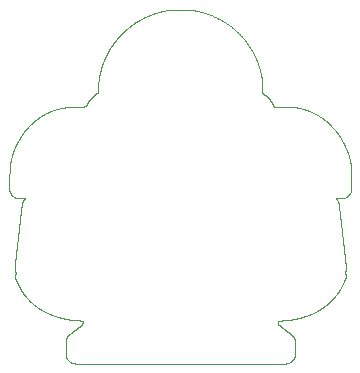
<source format=gm1>
G04 #@! TF.FileFunction,Profile,NP*
%FSLAX46Y46*%
G04 Gerber Fmt 4.6, Leading zero omitted, Abs format (unit mm)*
G04 Created by KiCad (PCBNEW 4.0.7) date 09/06/18 00:22:22*
%MOMM*%
%LPD*%
G01*
G04 APERTURE LIST*
%ADD10C,0.100000*%
G04 APERTURE END LIST*
D10*
X163023474Y-75021450D02*
X163023474Y-75021450D01*
X163023474Y-75021450D02*
X163023474Y-75021450D01*
X163023474Y-75021450D02*
X163023474Y-75021450D01*
X163023474Y-75021450D02*
X163023474Y-75021450D01*
X163023474Y-75021450D02*
X163023474Y-75021450D01*
X163023474Y-75021450D02*
X163023474Y-75021450D01*
X163023474Y-75021450D02*
X163023474Y-75021450D01*
X163023474Y-75021450D02*
X163023474Y-75021450D01*
X163023474Y-75021450D02*
X163023474Y-75021450D01*
X163023474Y-75021450D02*
X163023474Y-75021450D01*
X163023474Y-75021450D02*
X163023474Y-75021450D01*
X163023474Y-75021450D02*
X163023474Y-75021450D01*
X163023474Y-75021450D02*
X163023474Y-75021450D01*
X163023474Y-75021450D02*
X163023474Y-75021450D01*
X163023474Y-75021450D02*
X163023474Y-75021450D01*
X163023474Y-75021450D02*
X163023474Y-75021450D01*
X163023474Y-75021450D02*
X163023474Y-75021450D01*
X163023474Y-75021450D02*
X163023474Y-75021450D01*
X163023474Y-75021450D02*
X163023474Y-75021450D01*
X163023474Y-75021450D02*
X163023474Y-75021450D01*
X163023474Y-75021450D02*
X163023474Y-75021450D01*
X163023474Y-75021450D02*
X163023474Y-75021450D01*
X163023474Y-75021450D02*
X163023474Y-75021450D01*
X163023474Y-75021450D02*
X163023474Y-75021450D01*
X163023474Y-75021450D02*
X163023474Y-75021450D01*
X163023474Y-75021450D02*
X163023474Y-75021450D01*
X163023474Y-75021450D02*
X163023474Y-75021450D01*
X163023474Y-75021450D02*
X163023474Y-75021450D01*
X163023474Y-75021450D02*
X163023474Y-75021450D01*
X163023474Y-75021450D02*
X163023474Y-75021450D01*
X163023474Y-75021450D02*
X163023474Y-75021450D01*
X163023474Y-75021450D02*
X163023474Y-75021450D01*
X163023474Y-75021450D02*
X163023474Y-75021450D01*
X163023474Y-75021450D02*
X163023474Y-75021450D01*
X163023474Y-75021450D02*
X163023474Y-75021450D01*
X163023474Y-75021450D02*
X163023474Y-75021450D01*
X163023474Y-75021450D02*
X163023474Y-75021450D01*
X163023474Y-75021450D02*
X163023474Y-75021450D01*
X163023474Y-75021450D02*
X163023474Y-75021450D01*
X163023474Y-75021450D02*
X163023474Y-75021450D01*
X163023474Y-75021450D02*
X163023474Y-75021450D01*
X163023474Y-75021450D02*
X163023474Y-75021450D01*
X163023474Y-75021450D02*
X163023474Y-75021450D01*
X163023474Y-75021450D02*
X163023474Y-75021450D01*
X163023474Y-75021450D02*
X163023474Y-75021450D01*
X163023474Y-75021450D02*
X163023474Y-75021450D01*
X163023474Y-75021450D02*
X163023474Y-75021450D01*
X163023474Y-75021450D02*
X163023474Y-75021450D01*
X163023474Y-75021450D02*
X163023474Y-75021450D01*
X163023474Y-75021450D02*
X163023474Y-75021450D01*
X163023474Y-75021450D02*
X163023474Y-75021450D01*
X163023474Y-75021450D02*
X163023474Y-75021450D01*
X163023474Y-75021450D02*
X163023474Y-75021450D01*
X163023474Y-75021450D02*
X163023474Y-75021450D01*
X163023474Y-75021450D02*
X163023474Y-75021450D01*
X163023474Y-75021450D02*
X163023474Y-75021450D01*
X163023474Y-75021450D02*
X163023474Y-75021450D01*
X163023474Y-75021450D02*
X163023474Y-75021450D01*
X163023474Y-75021450D02*
X163023474Y-75021450D01*
X163023474Y-75021450D02*
X163023474Y-75021450D01*
X163023474Y-75021450D02*
X163023474Y-75021450D01*
X163023474Y-75021450D02*
X163023474Y-75021450D01*
X163023474Y-75021450D02*
X163023474Y-75021450D01*
X163023474Y-75021450D02*
X163023474Y-75021450D01*
X163023474Y-75021450D02*
X163023474Y-75021450D01*
X163023474Y-75021450D02*
X163023474Y-75021450D01*
X163023474Y-75021450D02*
X163023474Y-75021450D01*
X163023474Y-75021450D02*
X163023474Y-75021450D01*
X163023474Y-75021450D02*
X163023474Y-75021450D01*
X163023474Y-75021450D02*
X163023474Y-75021450D01*
X163023474Y-75021450D02*
X163023474Y-75021450D01*
X163023474Y-75021450D02*
X163023474Y-75021450D01*
X163023474Y-75021450D02*
X163023474Y-75021450D01*
X163023474Y-75021450D02*
X163023474Y-75021450D01*
X163023474Y-75021450D02*
X163023474Y-75021450D01*
X163023474Y-75021450D02*
X163023474Y-75021450D01*
X163023474Y-75021450D02*
X163023474Y-75021450D01*
X163023474Y-75021450D02*
X163023474Y-75021450D01*
X163023474Y-75021450D02*
X163023474Y-75021450D01*
X163023474Y-75021450D02*
X163023474Y-75021450D01*
X163023474Y-75021450D02*
X163023474Y-75021450D01*
X163023474Y-75021450D02*
X163023474Y-75021450D01*
X163023474Y-75021450D02*
X163023474Y-75021450D01*
X163023474Y-75021450D02*
X163023474Y-75021450D01*
X163023474Y-75021450D02*
X163023474Y-75021450D01*
X163023474Y-75021450D02*
X163023474Y-75021450D01*
X163023474Y-75021450D02*
X163023474Y-75021450D01*
X163023474Y-75021450D02*
X163023474Y-75021450D01*
X163023474Y-75021450D02*
X163023474Y-75021450D01*
X163023474Y-75021450D02*
X163023474Y-75021450D01*
X163023474Y-75021450D02*
X163023474Y-75021450D01*
X163023474Y-75021450D02*
X163023474Y-75021450D01*
X163023474Y-75021450D02*
X163023474Y-75021450D01*
X163023474Y-75021450D02*
X163023474Y-75021450D01*
X163023474Y-75021450D02*
X163023474Y-75021450D01*
X163023474Y-75021450D02*
X163023474Y-75021450D01*
X163023474Y-75021450D02*
X163023474Y-75021450D01*
X163023474Y-75021450D02*
X163023474Y-75021450D01*
X163023474Y-75021450D02*
X163023474Y-75021450D01*
X163023818Y-75022350D02*
X163023474Y-75021450D01*
X163011510Y-75022339D02*
X163023818Y-75022350D01*
X162999271Y-75022328D02*
X163011510Y-75022339D01*
X162988202Y-75022316D02*
X162999271Y-75022328D01*
X162976457Y-75022304D02*
X162988202Y-75022316D01*
X162965670Y-75022293D02*
X162976457Y-75022304D01*
X162955067Y-75022281D02*
X162965670Y-75022293D01*
X162942567Y-75022268D02*
X162955067Y-75022281D01*
X162931201Y-75022257D02*
X162942567Y-75022268D01*
X162920090Y-75022247D02*
X162931201Y-75022257D01*
X162909634Y-75022238D02*
X162920090Y-75022247D01*
X162898153Y-75022229D02*
X162909634Y-75022238D01*
X162886699Y-75022221D02*
X162898153Y-75022229D01*
X162875462Y-75022216D02*
X162886699Y-75022221D01*
X162863338Y-75022212D02*
X162875462Y-75022216D01*
X162851664Y-75022211D02*
X162863338Y-75022212D01*
X162840653Y-75022212D02*
X162851664Y-75022211D01*
X162828969Y-75022216D02*
X162840653Y-75022212D01*
X162816573Y-75022224D02*
X162828969Y-75022216D01*
X162805162Y-75022235D02*
X162816573Y-75022224D01*
X162793154Y-75022251D02*
X162805162Y-75022235D01*
X162782412Y-75022269D02*
X162793154Y-75022251D01*
X162771197Y-75022292D02*
X162782412Y-75022269D01*
X162759491Y-75022321D02*
X162771197Y-75022292D01*
X162747276Y-75022357D02*
X162759491Y-75022321D01*
X162736737Y-75022394D02*
X162747276Y-75022357D01*
X162725823Y-75022437D02*
X162736737Y-75022394D01*
X162714521Y-75022487D02*
X162725823Y-75022437D01*
X162702821Y-75022547D02*
X162714521Y-75022487D01*
X162690710Y-75022616D02*
X162702821Y-75022547D01*
X162679471Y-75022688D02*
X162690710Y-75022616D01*
X162667881Y-75022771D02*
X162679471Y-75022688D01*
X162657299Y-75022854D02*
X162667881Y-75022771D01*
X162646427Y-75022947D02*
X162657299Y-75022854D01*
X162635258Y-75023052D02*
X162646427Y-75022947D01*
X162623786Y-75023169D02*
X162635258Y-75023052D01*
X162612004Y-75023300D02*
X162623786Y-75023169D01*
X162599904Y-75023447D02*
X162612004Y-75023300D01*
X162587479Y-75023611D02*
X162599904Y-75023447D01*
X162576357Y-75023769D02*
X162587479Y-75023611D01*
X162564978Y-75023944D02*
X162576357Y-75023769D01*
X162553334Y-75024136D02*
X162564978Y-75023944D01*
X162541422Y-75024347D02*
X162553334Y-75024136D01*
X162529237Y-75024579D02*
X162541422Y-75024347D01*
X162518591Y-75024795D02*
X162529237Y-75024579D01*
X162507737Y-75025029D02*
X162518591Y-75024795D01*
X162496672Y-75025283D02*
X162507737Y-75025029D01*
X162485392Y-75025557D02*
X162496672Y-75025283D01*
X162473892Y-75025853D02*
X162485392Y-75025557D01*
X162462170Y-75026174D02*
X162473892Y-75025853D01*
X162450222Y-75026521D02*
X162462170Y-75026174D01*
X162438042Y-75026896D02*
X162450222Y-75026521D01*
X162425628Y-75027301D02*
X162438042Y-75026896D01*
X162415122Y-75027663D02*
X162425628Y-75027301D01*
X162404447Y-75028048D02*
X162415122Y-75027663D01*
X162393602Y-75028460D02*
X162404447Y-75028048D01*
X162382584Y-75028898D02*
X162393602Y-75028460D01*
X162371389Y-75029365D02*
X162382584Y-75028898D01*
X162360016Y-75029863D02*
X162371389Y-75029365D01*
X162348461Y-75030393D02*
X162360016Y-75029863D01*
X162336720Y-75030959D02*
X162348461Y-75030393D01*
X162324792Y-75031561D02*
X162336720Y-75030959D01*
X162312672Y-75032202D02*
X162324792Y-75031561D01*
X162300357Y-75032886D02*
X162312672Y-75032202D01*
X162289115Y-75033538D02*
X162300357Y-75032886D01*
X162277709Y-75034228D02*
X162289115Y-75033538D01*
X162266138Y-75034958D02*
X162277709Y-75034228D01*
X162254397Y-75035730D02*
X162266138Y-75034958D01*
X162243827Y-75036454D02*
X162254397Y-75035730D01*
X162233119Y-75037214D02*
X162243827Y-75036454D01*
X162222271Y-75038013D02*
X162233119Y-75037214D01*
X162211280Y-75038853D02*
X162222271Y-75038013D01*
X162200143Y-75039736D02*
X162211280Y-75038853D01*
X162188858Y-75040664D02*
X162200143Y-75039736D01*
X162177423Y-75041639D02*
X162188858Y-75040664D01*
X162165834Y-75042664D02*
X162177423Y-75041639D01*
X162154088Y-75043741D02*
X162165834Y-75042664D01*
X162142182Y-75044872D02*
X162154088Y-75043741D01*
X162130113Y-75046061D02*
X162142182Y-75044872D01*
X162117878Y-75047310D02*
X162130113Y-75046061D01*
X162105472Y-75048622D02*
X162117878Y-75047310D01*
X162094486Y-75049824D02*
X162105472Y-75048622D01*
X162083364Y-75051078D02*
X162094486Y-75049824D01*
X162072103Y-75052387D02*
X162083364Y-75051078D01*
X162060701Y-75053754D02*
X162072103Y-75052387D01*
X162049155Y-75055181D02*
X162060701Y-75053754D01*
X162037462Y-75056671D02*
X162049155Y-75055181D01*
X162025618Y-75058226D02*
X162037462Y-75056671D01*
X162013620Y-75059849D02*
X162025618Y-75058226D01*
X162003220Y-75061296D02*
X162013620Y-75059849D01*
X161992703Y-75062796D02*
X162003220Y-75061296D01*
X161982066Y-75064353D02*
X161992703Y-75062796D01*
X161971305Y-75065967D02*
X161982066Y-75064353D01*
X161960419Y-75067642D02*
X161971305Y-75065967D01*
X161949405Y-75069379D02*
X161960419Y-75067642D01*
X161938259Y-75071182D02*
X161949405Y-75069379D01*
X161926980Y-75073051D02*
X161938259Y-75071182D01*
X161915563Y-75074990D02*
X161926980Y-75073051D01*
X161904006Y-75077001D02*
X161915563Y-75074990D01*
X161892305Y-75079087D02*
X161904006Y-75077001D01*
X161880457Y-75081250D02*
X161892305Y-75079087D01*
X161837060Y-75089367D02*
X161880457Y-75081250D01*
X161793830Y-75097669D02*
X161837060Y-75089367D01*
X161751765Y-75105957D02*
X161793830Y-75097669D01*
X161709193Y-75114557D02*
X161751765Y-75105957D01*
X161665953Y-75123514D02*
X161709193Y-75114557D01*
X161624333Y-75132350D02*
X161665953Y-75123514D01*
X161581635Y-75141636D02*
X161624333Y-75132350D01*
X161539593Y-75151000D02*
X161581635Y-75141636D01*
X161496790Y-75160763D02*
X161539593Y-75151000D01*
X161454243Y-75170700D02*
X161496790Y-75160763D01*
X161411074Y-75181020D02*
X161454243Y-75170700D01*
X161367952Y-75191573D02*
X161411074Y-75181020D01*
X161325594Y-75202179D02*
X161367952Y-75191573D01*
X161282300Y-75213269D02*
X161325594Y-75202179D01*
X161240968Y-75224094D02*
X161282300Y-75213269D01*
X161199633Y-75235155D02*
X161240968Y-75224094D01*
X161157174Y-75246766D02*
X161199633Y-75235155D01*
X161115235Y-75258485D02*
X161157174Y-75246766D01*
X161072567Y-75270666D02*
X161115235Y-75258485D01*
X161030991Y-75282789D02*
X161072567Y-75270666D01*
X160989127Y-75295253D02*
X161030991Y-75282789D01*
X160947126Y-75308019D02*
X160989127Y-75295253D01*
X160905148Y-75321045D02*
X160947126Y-75308019D01*
X160863358Y-75334279D02*
X160905148Y-75321045D01*
X160821925Y-75347667D02*
X160863358Y-75334279D01*
X160781021Y-75361147D02*
X160821925Y-75347667D01*
X160739723Y-75375027D02*
X160781021Y-75361147D01*
X160698097Y-75389294D02*
X160739723Y-75375027D01*
X160657386Y-75403520D02*
X160698097Y-75389294D01*
X160615358Y-75418493D02*
X160657386Y-75403520D01*
X160574465Y-75433344D02*
X160615358Y-75418493D01*
X160533614Y-75448461D02*
X160574465Y-75433344D01*
X160492884Y-75463819D02*
X160533614Y-75448461D01*
X160452354Y-75479386D02*
X160492884Y-75463819D01*
X160412106Y-75495129D02*
X160452354Y-75479386D01*
X160370806Y-75511583D02*
X160412106Y-75495129D01*
X160329884Y-75528190D02*
X160370806Y-75511583D01*
X160289422Y-75544909D02*
X160329884Y-75528190D01*
X160249506Y-75561698D02*
X160289422Y-75544909D01*
X160210220Y-75578513D02*
X160249506Y-75561698D01*
X160170066Y-75596000D02*
X160210220Y-75578513D01*
X160130645Y-75613467D02*
X160170066Y-75596000D01*
X160090396Y-75631613D02*
X160130645Y-75613467D01*
X160050983Y-75649688D02*
X160090396Y-75631613D01*
X160010784Y-75668442D02*
X160050983Y-75649688D01*
X159971528Y-75687068D02*
X160010784Y-75668442D01*
X159931528Y-75706370D02*
X159971528Y-75687068D01*
X159892579Y-75725481D02*
X159931528Y-75706370D01*
X159852930Y-75745259D02*
X159892579Y-75725481D01*
X159814441Y-75764776D02*
X159852930Y-75745259D01*
X159775297Y-75784948D02*
X159814441Y-75764776D01*
X159737420Y-75804782D02*
X159775297Y-75784948D01*
X159698935Y-75825255D02*
X159737420Y-75804782D01*
X159659836Y-75846390D02*
X159698935Y-75825255D01*
X159622134Y-75867092D02*
X159659836Y-75846390D01*
X159583865Y-75888435D02*
X159622134Y-75867092D01*
X159545023Y-75910439D02*
X159583865Y-75888435D01*
X159507710Y-75931906D02*
X159545023Y-75910439D01*
X159469871Y-75954008D02*
X159507710Y-75931906D01*
X159431503Y-75976765D02*
X159469871Y-75954008D01*
X159394793Y-75998868D02*
X159431503Y-75976765D01*
X159357601Y-76021594D02*
X159394793Y-75998868D01*
X159319924Y-76044962D02*
X159357601Y-76021594D01*
X159282895Y-76068269D02*
X159319924Y-76044962D01*
X159246553Y-76091478D02*
X159282895Y-76068269D01*
X159209770Y-76115310D02*
X159246553Y-76091478D01*
X159172541Y-76139781D02*
X159209770Y-76115310D01*
X159136057Y-76164111D02*
X159172541Y-76139781D01*
X159100355Y-76188257D02*
X159136057Y-76164111D01*
X159064253Y-76213015D02*
X159100355Y-76188257D01*
X159027747Y-76238403D02*
X159064253Y-76213015D01*
X158992082Y-76263555D02*
X159027747Y-76238403D01*
X158957292Y-76288423D02*
X158992082Y-76263555D01*
X158922143Y-76313886D02*
X158957292Y-76288423D01*
X158886634Y-76339960D02*
X158922143Y-76313886D01*
X158852057Y-76365689D02*
X158886634Y-76339960D01*
X158817140Y-76392016D02*
X158852057Y-76365689D01*
X158783202Y-76417941D02*
X158817140Y-76392016D01*
X158748944Y-76444447D02*
X158783202Y-76417941D01*
X158714365Y-76471551D02*
X158748944Y-76444447D01*
X158679462Y-76499266D02*
X158714365Y-76471551D01*
X158645604Y-76526499D02*
X158679462Y-76499266D01*
X158611443Y-76554325D02*
X158645604Y-76526499D01*
X158578371Y-76581602D02*
X158611443Y-76554325D01*
X158545016Y-76609453D02*
X158578371Y-76581602D01*
X158511379Y-76637888D02*
X158545016Y-76609453D01*
X158477456Y-76666923D02*
X158511379Y-76637888D01*
X158444685Y-76695317D02*
X158477456Y-76666923D01*
X158411650Y-76724286D02*
X158444685Y-76695317D01*
X158378349Y-76753843D02*
X158411650Y-76724286D01*
X158346253Y-76782671D02*
X158378349Y-76753843D01*
X158313911Y-76812061D02*
X158346253Y-76782671D01*
X158281322Y-76842024D02*
X158313911Y-76812061D01*
X158249990Y-76871165D02*
X158281322Y-76842024D01*
X158218430Y-76900851D02*
X158249990Y-76871165D01*
X158186641Y-76931093D02*
X158218430Y-76900851D01*
X158154622Y-76961903D02*
X158186641Y-76931093D01*
X158123920Y-76991776D02*
X158154622Y-76961903D01*
X158093007Y-77022185D02*
X158123920Y-76991776D01*
X158061883Y-77053140D02*
X158093007Y-77022185D01*
X158046164Y-77068896D02*
X158061883Y-77053140D01*
X158030535Y-77084637D02*
X158046164Y-77068896D01*
X158014257Y-77101112D02*
X158030535Y-77084637D01*
X157998566Y-77117074D02*
X158014257Y-77101112D01*
X157982661Y-77133337D02*
X157998566Y-77117074D01*
X157966506Y-77149940D02*
X157982661Y-77133337D01*
X157951216Y-77165737D02*
X157966506Y-77149940D01*
X157935774Y-77181773D02*
X157951216Y-77165737D01*
X157920689Y-77197520D02*
X157935774Y-77181773D01*
X157905189Y-77213786D02*
X157920689Y-77197520D01*
X157889496Y-77230345D02*
X157905189Y-77213786D01*
X157873852Y-77246944D02*
X157889496Y-77230345D01*
X157858517Y-77263307D02*
X157873852Y-77246944D01*
X157843758Y-77279143D02*
X157858517Y-77263307D01*
X157827977Y-77296171D02*
X157843758Y-77279143D01*
X157813104Y-77312313D02*
X157827977Y-77296171D01*
X157797334Y-77329528D02*
X157813104Y-77312313D01*
X157782825Y-77345462D02*
X157797334Y-77329528D01*
X157767566Y-77362316D02*
X157782825Y-77345462D01*
X157752729Y-77378804D02*
X157767566Y-77362316D01*
X157738443Y-77394774D02*
X157752729Y-77378804D01*
X157723542Y-77411531D02*
X157738443Y-77394774D01*
X157709353Y-77427585D02*
X157723542Y-77411531D01*
X157694613Y-77444363D02*
X157709353Y-77427585D01*
X157679305Y-77461900D02*
X157694613Y-77444363D01*
X157664911Y-77478498D02*
X157679305Y-77461900D01*
X157650021Y-77495777D02*
X157664911Y-77478498D01*
X157635420Y-77512834D02*
X157650021Y-77495777D01*
X157621168Y-77529591D02*
X157635420Y-77512834D01*
X157606484Y-77546970D02*
X157621168Y-77529591D01*
X157592226Y-77563959D02*
X157606484Y-77546970D01*
X157578455Y-77580475D02*
X157592226Y-77563959D01*
X157564322Y-77597539D02*
X157578455Y-77580475D01*
X157549821Y-77615168D02*
X157564322Y-77597539D01*
X157535899Y-77632210D02*
X157549821Y-77615168D01*
X157521642Y-77649784D02*
X157535899Y-77632210D01*
X157508041Y-77666665D02*
X157521642Y-77649784D01*
X157494140Y-77684039D02*
X157508041Y-77666665D01*
X157479933Y-77701924D02*
X157494140Y-77684039D01*
X157466476Y-77718984D02*
X157479933Y-77701924D01*
X157452749Y-77736512D02*
X157466476Y-77718984D01*
X157438747Y-77754522D02*
X157452749Y-77736512D01*
X157425590Y-77771569D02*
X157438747Y-77754522D01*
X157412193Y-77789051D02*
X157425590Y-77771569D01*
X157398554Y-77806980D02*
X157412193Y-77789051D01*
X157384670Y-77825370D02*
X157398554Y-77806980D01*
X157371739Y-77842626D02*
X157384670Y-77825370D01*
X157358598Y-77860292D02*
X157371739Y-77842626D01*
X157345245Y-77878378D02*
X157358598Y-77860292D01*
X157331679Y-77896896D02*
X157345245Y-77878378D01*
X157318534Y-77914977D02*
X157331679Y-77896896D01*
X157305837Y-77932575D02*
X157318534Y-77914977D01*
X157292959Y-77950560D02*
X157305837Y-77932575D01*
X157279898Y-77968942D02*
X157292959Y-77950560D01*
X157266652Y-77987732D02*
X157279898Y-77968942D01*
X157253903Y-78005960D02*
X157266652Y-77987732D01*
X157241675Y-78023577D02*
X157253903Y-78005960D01*
X157229295Y-78041551D02*
X157241675Y-78023577D01*
X157216761Y-78059889D02*
X157229295Y-78041551D01*
X157204071Y-78078601D02*
X157216761Y-78059889D01*
X157191226Y-78097698D02*
X157204071Y-78078601D01*
X157178957Y-78116085D02*
X157191226Y-78097698D01*
X157166546Y-78134832D02*
X157178957Y-78116085D01*
X157154742Y-78152803D02*
X157166546Y-78134832D01*
X157142811Y-78171108D02*
X157154742Y-78152803D01*
X157130752Y-78189755D02*
X157142811Y-78171108D01*
X157118566Y-78208751D02*
X157130752Y-78189755D01*
X157106250Y-78228106D02*
X157118566Y-78208751D01*
X157093805Y-78247828D02*
X157106250Y-78228106D01*
X157082024Y-78266649D02*
X157093805Y-78247828D01*
X157070128Y-78285808D02*
X157082024Y-78266649D01*
X157058926Y-78303993D02*
X157070128Y-78285808D01*
X157047621Y-78322486D02*
X157058926Y-78303993D01*
X157036214Y-78341293D02*
X157047621Y-78322486D01*
X157024703Y-78360422D02*
X157036214Y-78341293D01*
X157013088Y-78379880D02*
X157024703Y-78360422D01*
X157001369Y-78399674D02*
X157013088Y-78379880D01*
X156990397Y-78418354D02*
X157001369Y-78399674D01*
X156979334Y-78437336D02*
X156990397Y-78418354D01*
X156968179Y-78456628D02*
X156979334Y-78437336D01*
X156956931Y-78476236D02*
X156968179Y-78456628D01*
X156945589Y-78496168D02*
X156956931Y-78476236D01*
X156935041Y-78514851D02*
X156945589Y-78496168D01*
X156924412Y-78533820D02*
X156935041Y-78514851D01*
X156913702Y-78553083D02*
X156924412Y-78533820D01*
X156902909Y-78572645D02*
X156913702Y-78553083D01*
X156892033Y-78592513D02*
X156902909Y-78572645D01*
X156881074Y-78612693D02*
X156892033Y-78592513D01*
X156870031Y-78633192D02*
X156881074Y-78612693D01*
X156859838Y-78652259D02*
X156870031Y-78633192D01*
X156849573Y-78671606D02*
X156859838Y-78652259D01*
X156839235Y-78691236D02*
X156849573Y-78671606D01*
X156828824Y-78711157D02*
X156839235Y-78691236D01*
X156818339Y-78731375D02*
X156828824Y-78711157D01*
X156807779Y-78751894D02*
X156818339Y-78731375D01*
X156797631Y-78771763D02*
X156807779Y-78751894D01*
X156787905Y-78790948D02*
X156797631Y-78771763D01*
X156778114Y-78810397D02*
X156787905Y-78790948D01*
X156768259Y-78830116D02*
X156778114Y-78810397D01*
X156758340Y-78850110D02*
X156768259Y-78830116D01*
X156746585Y-78873985D02*
X156758340Y-78850110D01*
X156734928Y-78897853D02*
X156746585Y-78873985D01*
X156722821Y-78922849D02*
X156734928Y-78897853D01*
X156711185Y-78947082D02*
X156722821Y-78922849D01*
X156699425Y-78971783D02*
X156711185Y-78947082D01*
X156687517Y-78997015D02*
X156699425Y-78971783D01*
X156676283Y-79021032D02*
X156687517Y-78997015D01*
X156664973Y-79045424D02*
X156676283Y-79021032D01*
X156653961Y-79069384D02*
X156664973Y-79045424D01*
X156642684Y-79094142D02*
X156653961Y-79069384D01*
X156631308Y-79119356D02*
X156642684Y-79094142D01*
X156620009Y-79144636D02*
X156631308Y-79119356D01*
X156608976Y-79169562D02*
X156620009Y-79144636D01*
X156598398Y-79193689D02*
X156608976Y-79169562D01*
X156587800Y-79218092D02*
X156598398Y-79193689D01*
X156577264Y-79242589D02*
X156587800Y-79218092D01*
X156566875Y-79266982D02*
X156577264Y-79242589D01*
X156556720Y-79291063D02*
X156566875Y-79266982D01*
X156546086Y-79316536D02*
X156556720Y-79291063D01*
X156535794Y-79341453D02*
X156546086Y-79316536D01*
X156525928Y-79365583D02*
X156535794Y-79341453D01*
X156515686Y-79390900D02*
X156525928Y-79365583D01*
X156505981Y-79415148D02*
X156515686Y-79390900D01*
X156495949Y-79440485D02*
X156505981Y-79415148D01*
X156486074Y-79465704D02*
X156495949Y-79440485D01*
X156476397Y-79490700D02*
X156486074Y-79465704D01*
X156466441Y-79516714D02*
X156476397Y-79490700D01*
X156457261Y-79540980D02*
X156466441Y-79516714D01*
X156447854Y-79566132D02*
X156457261Y-79540980D01*
X156438221Y-79592203D02*
X156447854Y-79566132D01*
X156428924Y-79617674D02*
X156438221Y-79592203D01*
X156420000Y-79642423D02*
X156428924Y-79617674D01*
X156410900Y-79667973D02*
X156420000Y-79642423D01*
X156401626Y-79694352D02*
X156410900Y-79667973D01*
X156392783Y-79719832D02*
X156401626Y-79694352D01*
X156383791Y-79746087D02*
X156392783Y-79719832D01*
X156375276Y-79771285D02*
X156383791Y-79746087D01*
X156366636Y-79797196D02*
X156375276Y-79771285D01*
X156358513Y-79821889D02*
X156366636Y-79797196D01*
X156350288Y-79847232D02*
X156358513Y-79821889D01*
X156341964Y-79873241D02*
X156350288Y-79847232D01*
X156333545Y-79899936D02*
X156341964Y-79873241D01*
X156325702Y-79925175D02*
X156333545Y-79899936D01*
X156317784Y-79951028D02*
X156325702Y-79925175D01*
X156309796Y-79977510D02*
X156317784Y-79951028D01*
X156302082Y-80003481D02*
X156309796Y-79977510D01*
X156294655Y-80028877D02*
X156302082Y-80003481D01*
X156287180Y-80054839D02*
X156294655Y-80028877D01*
X156279661Y-80081382D02*
X156287180Y-80054839D01*
X156272450Y-80107260D02*
X156279661Y-80081382D01*
X156265557Y-80132406D02*
X156272450Y-80107260D01*
X156258638Y-80158064D02*
X156265557Y-80132406D01*
X156251699Y-80184244D02*
X156258638Y-80158064D01*
X156244742Y-80210959D02*
X156251699Y-80184244D01*
X156238125Y-80236829D02*
X156244742Y-80210959D01*
X156231502Y-80263202D02*
X156238125Y-80236829D01*
X156225227Y-80288647D02*
X156231502Y-80263202D01*
X156218955Y-80314560D02*
X156225227Y-80288647D01*
X156212688Y-80340951D02*
X156218955Y-80314560D01*
X156206432Y-80367829D02*
X156212688Y-80340951D01*
X156200539Y-80393658D02*
X156206432Y-80367829D01*
X156194664Y-80419937D02*
X156200539Y-80393658D01*
X156188811Y-80446677D02*
X156194664Y-80419937D01*
X156183328Y-80472258D02*
X156188811Y-80446677D01*
X156177872Y-80498262D02*
X156183328Y-80472258D01*
X156172447Y-80524695D02*
X156177872Y-80498262D01*
X156167058Y-80551566D02*
X156172447Y-80524695D01*
X156161708Y-80578882D02*
X156167058Y-80551566D01*
X156156736Y-80604890D02*
X156161708Y-80578882D01*
X156151806Y-80631302D02*
X156156736Y-80604890D01*
X156146924Y-80658127D02*
X156151806Y-80631302D01*
X156142093Y-80685372D02*
X156146924Y-80658127D01*
X156137636Y-80711171D02*
X156142093Y-80685372D01*
X156133233Y-80737349D02*
X156137636Y-80711171D01*
X156128885Y-80763909D02*
X156133233Y-80737349D01*
X156124598Y-80790859D02*
X156128885Y-80763909D01*
X156120376Y-80818206D02*
X156124598Y-80790859D01*
X156116519Y-80843947D02*
X156120376Y-80818206D01*
X156112725Y-80870040D02*
X156116519Y-80843947D01*
X156108998Y-80896491D02*
X156112725Y-80870040D01*
X156105342Y-80923306D02*
X156108998Y-80896491D01*
X156101760Y-80950489D02*
X156105342Y-80923306D01*
X156098257Y-80978048D02*
X156101760Y-80950489D01*
X156094968Y-81004899D02*
X156098257Y-80978048D01*
X156091887Y-81031005D02*
X156094968Y-81004899D01*
X156088884Y-81057446D02*
X156091887Y-81031005D01*
X156085963Y-81084225D02*
X156088884Y-81057446D01*
X156083127Y-81111349D02*
X156085963Y-81084225D01*
X156080379Y-81138821D02*
X156083127Y-81111349D01*
X156077726Y-81166648D02*
X156080379Y-81138821D01*
X156075274Y-81193647D02*
X156077726Y-81166648D01*
X156073017Y-81219778D02*
X156075274Y-81193647D01*
X156070848Y-81246220D02*
X156073017Y-81219778D01*
X156068771Y-81272977D02*
X156070848Y-81246220D01*
X156066789Y-81300054D02*
X156068771Y-81272977D01*
X156064906Y-81327454D02*
X156066789Y-81300054D01*
X156063126Y-81355183D02*
X156064906Y-81327454D01*
X156061526Y-81381955D02*
X156063126Y-81355183D01*
X156060027Y-81409036D02*
X156061526Y-81381955D01*
X156058697Y-81435110D02*
X156060027Y-81409036D01*
X156058438Y-81440393D02*
X156058697Y-81435110D01*
X156058243Y-81444364D02*
X156058438Y-81440393D01*
X156058019Y-81448933D02*
X156058243Y-81444364D01*
X156057822Y-81452970D02*
X156058019Y-81448933D01*
X156057568Y-81458149D02*
X156057822Y-81452970D01*
X156057337Y-81462870D02*
X156057568Y-81458149D01*
X156057161Y-81466459D02*
X156057337Y-81462870D01*
X156056963Y-81470493D02*
X156057161Y-81466459D01*
X156056742Y-81475020D02*
X156056963Y-81470493D01*
X156056493Y-81480098D02*
X156056742Y-81475020D01*
X156056289Y-81484266D02*
X156056493Y-81480098D01*
X156056067Y-81488799D02*
X156056289Y-81484266D01*
X156055825Y-81493722D02*
X156056067Y-81488799D01*
X156055655Y-81497208D02*
X156055825Y-81493722D01*
X156055474Y-81500886D02*
X156055655Y-81497208D01*
X156055284Y-81504766D02*
X156055474Y-81500886D01*
X156055084Y-81508858D02*
X156055284Y-81504766D01*
X156054873Y-81513170D02*
X156055084Y-81508858D01*
X156054650Y-81517712D02*
X156054873Y-81513170D01*
X156054416Y-81522495D02*
X156054650Y-81517712D01*
X156054169Y-81527528D02*
X156054416Y-81522495D01*
X156053910Y-81532822D02*
X156054169Y-81527528D01*
X156053708Y-81536952D02*
X156053910Y-81532822D01*
X156053498Y-81541238D02*
X156053708Y-81536952D01*
X156053280Y-81545683D02*
X156053498Y-81541238D01*
X156053054Y-81550292D02*
X156053280Y-81545683D01*
X156052820Y-81555068D02*
X156053054Y-81550292D01*
X156052578Y-81560016D02*
X156052820Y-81555068D01*
X156052327Y-81565139D02*
X156052578Y-81560016D01*
X156052156Y-81568640D02*
X156052327Y-81565139D01*
X156051980Y-81572221D02*
X156052156Y-81568640D01*
X156051801Y-81575883D02*
X156051980Y-81572221D01*
X156051617Y-81579627D02*
X156051801Y-81575883D01*
X156051430Y-81583455D02*
X156051617Y-81579627D01*
X156051238Y-81587366D02*
X156051430Y-81583455D01*
X156051043Y-81591362D02*
X156051238Y-81587366D01*
X156050843Y-81595443D02*
X156051043Y-81591362D01*
X156050639Y-81599610D02*
X156050843Y-81595443D01*
X156050430Y-81603865D02*
X156050639Y-81599610D01*
X156050217Y-81608206D02*
X156050430Y-81603865D01*
X156050000Y-81612635D02*
X156050217Y-81608206D01*
X156049779Y-81617153D02*
X156050000Y-81612635D01*
X156049554Y-81621758D02*
X156049779Y-81617153D01*
X156049324Y-81626452D02*
X156049554Y-81621758D01*
X156049089Y-81631235D02*
X156049324Y-81626452D01*
X156048851Y-81636105D02*
X156049089Y-81631235D01*
X156048608Y-81641064D02*
X156048851Y-81636105D01*
X156048361Y-81646109D02*
X156048608Y-81641064D01*
X156048109Y-81651242D02*
X156048361Y-81646109D01*
X156047854Y-81656460D02*
X156048109Y-81651242D01*
X156047594Y-81661764D02*
X156047854Y-81656460D01*
X156047330Y-81667150D02*
X156047594Y-81661764D01*
X156047062Y-81672619D02*
X156047330Y-81667150D01*
X156046859Y-81676766D02*
X156047062Y-81672619D01*
X156046654Y-81680956D02*
X156046859Y-81676766D01*
X156046446Y-81685190D02*
X156046654Y-81680956D01*
X156046237Y-81689466D02*
X156046446Y-81685190D01*
X156046025Y-81693784D02*
X156046237Y-81689466D01*
X156045812Y-81698141D02*
X156046025Y-81693784D01*
X156045597Y-81702537D02*
X156045812Y-81698141D01*
X156045380Y-81706970D02*
X156045597Y-81702537D01*
X156045161Y-81711439D02*
X156045380Y-81706970D01*
X156044940Y-81715942D02*
X156045161Y-81711439D01*
X156044718Y-81720477D02*
X156044940Y-81715942D01*
X156044494Y-81725043D02*
X156044718Y-81720477D01*
X156044269Y-81729636D02*
X156044494Y-81725043D01*
X156044043Y-81734256D02*
X156044269Y-81729636D01*
X156043815Y-81738899D02*
X156044043Y-81734256D01*
X156043587Y-81743563D02*
X156043815Y-81738899D01*
X156043358Y-81748246D02*
X156043587Y-81743563D01*
X156043128Y-81752944D02*
X156043358Y-81748246D01*
X156042897Y-81757654D02*
X156043128Y-81752944D01*
X156042666Y-81762373D02*
X156042897Y-81757654D01*
X156042434Y-81767097D02*
X156042666Y-81762373D01*
X156042203Y-81771824D02*
X156042434Y-81767097D01*
X156041971Y-81776548D02*
X156042203Y-81771824D01*
X156041740Y-81781266D02*
X156041971Y-81776548D01*
X156041510Y-81785972D02*
X156041740Y-81781266D01*
X156041280Y-81790664D02*
X156041510Y-81785972D01*
X156041051Y-81795335D02*
X156041280Y-81790664D01*
X156040823Y-81799980D02*
X156041051Y-81795335D01*
X156040597Y-81804593D02*
X156040823Y-81799980D01*
X156040373Y-81809170D02*
X156040597Y-81804593D01*
X156040151Y-81813703D02*
X156040373Y-81809170D01*
X156039932Y-81818187D02*
X156040151Y-81813703D01*
X156039715Y-81822613D02*
X156039932Y-81818187D01*
X156039501Y-81826976D02*
X156039715Y-81822613D01*
X156039291Y-81831267D02*
X156039501Y-81826976D01*
X156039085Y-81835478D02*
X156039291Y-81831267D01*
X156038883Y-81839601D02*
X156039085Y-81835478D01*
X156038620Y-81844956D02*
X156038883Y-81839601D01*
X156038368Y-81850115D02*
X156038620Y-81844956D01*
X156038126Y-81855055D02*
X156038368Y-81850115D01*
X156037896Y-81859750D02*
X156038126Y-81855055D01*
X156037679Y-81864171D02*
X156037896Y-81859750D01*
X156037477Y-81868291D02*
X156037679Y-81864171D01*
X156037292Y-81872077D02*
X156037477Y-81868291D01*
X156037047Y-81877078D02*
X156037292Y-81872077D01*
X156036849Y-81881124D02*
X156037047Y-81877078D01*
X156036601Y-81886190D02*
X156036849Y-81881124D01*
X156036601Y-81886190D02*
X156036601Y-81886190D01*
X156036601Y-81886190D02*
X156036601Y-81886190D01*
X156036601Y-81886190D02*
X156036601Y-81886190D01*
X156036601Y-81886190D02*
X156036601Y-81886190D01*
X156036601Y-81886190D02*
X156036601Y-81886190D01*
X156036601Y-81886190D02*
X156036601Y-81886190D01*
X156036601Y-81886190D02*
X156036601Y-81886190D01*
X156036601Y-81886190D02*
X156036601Y-81886190D01*
X156036601Y-81886190D02*
X156036601Y-81886190D01*
X156036554Y-81887246D02*
X156036601Y-81886190D01*
X156036509Y-81888302D02*
X156036554Y-81887246D01*
X156036480Y-81889007D02*
X156036509Y-81888302D01*
X156036441Y-81889946D02*
X156036480Y-81889007D01*
X156036392Y-81891199D02*
X156036441Y-81889946D01*
X156036364Y-81891915D02*
X156036392Y-81891199D01*
X156036334Y-81892734D02*
X156036364Y-81891915D01*
X156036300Y-81893670D02*
X156036334Y-81892734D01*
X156036262Y-81894740D02*
X156036300Y-81893670D01*
X156036221Y-81895963D02*
X156036262Y-81894740D01*
X156036175Y-81897361D02*
X156036221Y-81895963D01*
X156036126Y-81898960D02*
X156036175Y-81897361D01*
X156036102Y-81899813D02*
X156036126Y-81898960D01*
X156036076Y-81900723D02*
X156036102Y-81899813D01*
X156036050Y-81901694D02*
X156036076Y-81900723D01*
X156036023Y-81902730D02*
X156036050Y-81901694D01*
X156035996Y-81903835D02*
X156036023Y-81902730D01*
X156035968Y-81905014D02*
X156035996Y-81903835D01*
X156035941Y-81906272D02*
X156035968Y-81905014D01*
X156035913Y-81907614D02*
X156035941Y-81906272D01*
X156035886Y-81909046D02*
X156035913Y-81907614D01*
X156035860Y-81910574D02*
X156035886Y-81909046D01*
X156035835Y-81912205D02*
X156035860Y-81910574D01*
X156035812Y-81913944D02*
X156035835Y-81912205D01*
X156035791Y-81915800D02*
X156035812Y-81913944D01*
X156035782Y-81916758D02*
X156035791Y-81915800D01*
X156035773Y-81917748D02*
X156035782Y-81916758D01*
X156035766Y-81918769D02*
X156035773Y-81917748D01*
X156035759Y-81919823D02*
X156035766Y-81918769D01*
X156035754Y-81920912D02*
X156035759Y-81919823D01*
X156035750Y-81922035D02*
X156035754Y-81920912D01*
X156035747Y-81923196D02*
X156035750Y-81922035D01*
X156035746Y-81924393D02*
X156035747Y-81923196D01*
X156035746Y-81925630D02*
X156035746Y-81924393D01*
X156035749Y-81926906D02*
X156035746Y-81925630D01*
X156035753Y-81928224D02*
X156035749Y-81926906D01*
X156035760Y-81929585D02*
X156035753Y-81928224D01*
X156035769Y-81930989D02*
X156035760Y-81929585D01*
X156035781Y-81932439D02*
X156035769Y-81930989D01*
X156035795Y-81933936D02*
X156035781Y-81932439D01*
X156035813Y-81935482D02*
X156035795Y-81933936D01*
X156035834Y-81937077D02*
X156035813Y-81935482D01*
X156035859Y-81938724D02*
X156035834Y-81937077D01*
X156035888Y-81940424D02*
X156035859Y-81938724D01*
X156035922Y-81942178D02*
X156035888Y-81940424D01*
X156035960Y-81943990D02*
X156035922Y-81942178D01*
X156036003Y-81945860D02*
X156035960Y-81943990D01*
X156036052Y-81947790D02*
X156036003Y-81945860D01*
X156036107Y-81949782D02*
X156036052Y-81947790D01*
X156036169Y-81951838D02*
X156036107Y-81949782D01*
X156036238Y-81953960D02*
X156036169Y-81951838D01*
X156036275Y-81955038D02*
X156036238Y-81953960D01*
X156036314Y-81956133D02*
X156036275Y-81955038D01*
X156036354Y-81957245D02*
X156036314Y-81956133D01*
X156036397Y-81958375D02*
X156036354Y-81957245D01*
X156036443Y-81959523D02*
X156036397Y-81958375D01*
X156036490Y-81960688D02*
X156036443Y-81959523D01*
X156036540Y-81961872D02*
X156036490Y-81960688D01*
X156036592Y-81963075D02*
X156036540Y-81961872D01*
X156036647Y-81964297D02*
X156036592Y-81963075D01*
X156036704Y-81965537D02*
X156036647Y-81964297D01*
X156036764Y-81966797D02*
X156036704Y-81965537D01*
X156036827Y-81968077D02*
X156036764Y-81966797D01*
X156036893Y-81969378D02*
X156036827Y-81968077D01*
X156036962Y-81970698D02*
X156036893Y-81969378D01*
X156037034Y-81972039D02*
X156036962Y-81970698D01*
X156037109Y-81973401D02*
X156037034Y-81972039D01*
X156037188Y-81974784D02*
X156037109Y-81973401D01*
X156037270Y-81976189D02*
X156037188Y-81974784D01*
X156037356Y-81977616D02*
X156037270Y-81976189D01*
X156037446Y-81979065D02*
X156037356Y-81977616D01*
X156037539Y-81980537D02*
X156037446Y-81979065D01*
X156037637Y-81982031D02*
X156037539Y-81980537D01*
X156037738Y-81983549D02*
X156037637Y-81982031D01*
X156037845Y-81985090D02*
X156037738Y-81983549D01*
X156037955Y-81986655D02*
X156037845Y-81985090D01*
X156038071Y-81988244D02*
X156037955Y-81986655D01*
X156038191Y-81989858D02*
X156038071Y-81988244D01*
X156038316Y-81991497D02*
X156038191Y-81989858D01*
X156038446Y-81993161D02*
X156038316Y-81991497D01*
X156038582Y-81994850D02*
X156038446Y-81993161D01*
X156038723Y-81996566D02*
X156038582Y-81994850D01*
X156038870Y-81998307D02*
X156038723Y-81996566D01*
X156039023Y-82000076D02*
X156038870Y-81998307D01*
X156039183Y-82001871D02*
X156039023Y-82000076D01*
X156039348Y-82003694D02*
X156039183Y-82001871D01*
X156039521Y-82005544D02*
X156039348Y-82003694D01*
X156039700Y-82007423D02*
X156039521Y-82005544D01*
X156039886Y-82009329D02*
X156039700Y-82007423D01*
X156040079Y-82011265D02*
X156039886Y-82009329D01*
X156040281Y-82013230D02*
X156040079Y-82011265D01*
X156040281Y-82013230D02*
X156040281Y-82013230D01*
X156040281Y-82013230D02*
X156040281Y-82013230D01*
X156040281Y-82013230D02*
X156040281Y-82013230D01*
X156040281Y-82013230D02*
X156040281Y-82013230D01*
X156040281Y-82013230D02*
X156040281Y-82013230D01*
X156040281Y-82013230D02*
X156040281Y-82013230D01*
X156040281Y-82013230D02*
X156040281Y-82013230D01*
X156040281Y-82013230D02*
X156040281Y-82013230D01*
X156040281Y-82013230D02*
X156040281Y-82013230D01*
X156040281Y-82013230D02*
X156040281Y-82013230D01*
X156040281Y-82013230D02*
X156040281Y-82013230D01*
X156040281Y-82013230D02*
X156040281Y-82013230D01*
X156040281Y-82013230D02*
X156040281Y-82013230D01*
X156040281Y-82013230D02*
X156040281Y-82013230D01*
X156040281Y-82013230D02*
X156040281Y-82013230D01*
X156040281Y-82013230D02*
X156040281Y-82013230D01*
X156040281Y-82013230D02*
X156040281Y-82013230D01*
X156040281Y-82013230D02*
X156040281Y-82013230D01*
X156040281Y-82013230D02*
X156040281Y-82013230D01*
X156040281Y-82013230D02*
X156040281Y-82013230D01*
X156040281Y-82013230D02*
X156040281Y-82013230D01*
X156040281Y-82013230D02*
X156040281Y-82013230D01*
X156040281Y-82013230D02*
X156040281Y-82013230D01*
X156040281Y-82013230D02*
X156040281Y-82013230D01*
X156040281Y-82013230D02*
X156040281Y-82013230D01*
X156040281Y-82013230D02*
X156040281Y-82013230D01*
X156040281Y-82013230D02*
X156040281Y-82013230D01*
X156040281Y-82013230D02*
X156040281Y-82013230D01*
X156040281Y-82013230D02*
X156040281Y-82013230D01*
X156040281Y-82013230D02*
X156040281Y-82013230D01*
X156040281Y-82013230D02*
X156040281Y-82013230D01*
X156040281Y-82013230D02*
X156040281Y-82013230D01*
X156040281Y-82013230D02*
X156040281Y-82013230D01*
X156040281Y-82013230D02*
X156040281Y-82013230D01*
X156040281Y-82013230D02*
X156040281Y-82013230D01*
X156040281Y-82013230D02*
X156040281Y-82013230D01*
X156040281Y-82013230D02*
X156040281Y-82013230D01*
X156040281Y-82013230D02*
X156040281Y-82013230D01*
X156040281Y-82013230D02*
X156040281Y-82013230D01*
X156040281Y-82013230D02*
X156040281Y-82013230D01*
X156040281Y-82013230D02*
X156040281Y-82013230D01*
X156040281Y-82013230D02*
X156040281Y-82013230D01*
X156040281Y-82013230D02*
X156040281Y-82013230D01*
X156040281Y-82013230D02*
X156040281Y-82013230D01*
X156040281Y-82013230D02*
X156040281Y-82013230D01*
X156040281Y-82013230D02*
X156040281Y-82013230D01*
X156040281Y-82013230D02*
X156040281Y-82013230D01*
X156040281Y-82013230D02*
X156040281Y-82013230D01*
X156040281Y-82013230D02*
X156040281Y-82013230D01*
X156040281Y-82013230D02*
X156040281Y-82013230D01*
X156040281Y-82013230D02*
X156040281Y-82013230D01*
X156040281Y-82013230D02*
X156040281Y-82013230D01*
X156040281Y-82013230D02*
X156040281Y-82013230D01*
X156040281Y-82013230D02*
X156040281Y-82013230D01*
X156040281Y-82013230D02*
X156040281Y-82013230D01*
X156040281Y-82013230D02*
X156040281Y-82013230D01*
X156040281Y-82013230D02*
X156040281Y-82013230D01*
X156040281Y-82013230D02*
X156040281Y-82013230D01*
X156040281Y-82013230D02*
X156040281Y-82013230D01*
X156040281Y-82013230D02*
X156040281Y-82013230D01*
X156040281Y-82013230D02*
X156040281Y-82013230D01*
X156040281Y-82013230D02*
X156040281Y-82013230D01*
X156040281Y-82013230D02*
X156040281Y-82013230D01*
X156040281Y-82013230D02*
X156040281Y-82013230D01*
X156040281Y-82013230D02*
X156040281Y-82013230D01*
X156040281Y-82013230D02*
X156040281Y-82013230D01*
X156040281Y-82013230D02*
X156040281Y-82013230D01*
X156040281Y-82013230D02*
X156040281Y-82013230D01*
X156040281Y-82013230D02*
X156040281Y-82013230D01*
X156040281Y-82013230D02*
X156040281Y-82013230D01*
X156040281Y-82013230D02*
X156040281Y-82013230D01*
X156040281Y-82013230D02*
X156040281Y-82013230D01*
X156040281Y-82013230D02*
X156040281Y-82013230D01*
X156040281Y-82013230D02*
X156040281Y-82013230D01*
X156040281Y-82013230D02*
X156040281Y-82013230D01*
X156040281Y-82013230D02*
X156040281Y-82013230D01*
X156040281Y-82013230D02*
X156040281Y-82013230D01*
X156040281Y-82013230D02*
X156040281Y-82013230D01*
X156040281Y-82013230D02*
X156040281Y-82013230D01*
X156040281Y-82013230D02*
X156040281Y-82013230D01*
X156040281Y-82013230D02*
X156040281Y-82013230D01*
X156040281Y-82013230D02*
X156040281Y-82013230D01*
X156040281Y-82013230D02*
X156040281Y-82013230D01*
X156040281Y-82013230D02*
X156040281Y-82013230D01*
X156040281Y-82013582D02*
X156040281Y-82013230D01*
X156040281Y-82014528D02*
X156040281Y-82013582D01*
X156040281Y-82015410D02*
X156040281Y-82014528D01*
X156040281Y-82015982D02*
X156040281Y-82015410D01*
X156040281Y-82016681D02*
X156040281Y-82015982D01*
X156040281Y-82017524D02*
X156040281Y-82016681D01*
X156040281Y-82018521D02*
X156040281Y-82017524D01*
X156040281Y-82019057D02*
X156040281Y-82018521D01*
X156040281Y-82019625D02*
X156040281Y-82019057D01*
X156040281Y-82020222D02*
X156040281Y-82019625D01*
X156040281Y-82020840D02*
X156040281Y-82020222D01*
X156040281Y-82021469D02*
X156040281Y-82020840D01*
X156040281Y-82022096D02*
X156040281Y-82021469D01*
X156040281Y-82022700D02*
X156040281Y-82022096D01*
X156040281Y-82023757D02*
X156040281Y-82022700D01*
X156040281Y-82024230D02*
X156040281Y-82023757D01*
X156040281Y-82024230D02*
X156040281Y-82024230D01*
X156040281Y-82024230D02*
X156040281Y-82024230D01*
X156040281Y-82024230D02*
X156040281Y-82024230D01*
X156040281Y-82024230D02*
X156040281Y-82024230D01*
X156040281Y-82024230D02*
X156040281Y-82024230D01*
X156040281Y-82024230D02*
X156040281Y-82024230D01*
X156040281Y-82024230D02*
X156040281Y-82024230D01*
X156040281Y-82024230D02*
X156040281Y-82024230D01*
X156040281Y-82024230D02*
X156040281Y-82024230D01*
X156040281Y-82024230D02*
X156040281Y-82024230D01*
X156040281Y-82024230D02*
X156040281Y-82024230D01*
X156040281Y-82024230D02*
X156040281Y-82024230D01*
X156040281Y-82024230D02*
X156040281Y-82024230D01*
X156040281Y-82024230D02*
X156040281Y-82024230D01*
X156040281Y-82024230D02*
X156040281Y-82024230D01*
X156040281Y-82024230D02*
X156040281Y-82024230D01*
X156040281Y-82024230D02*
X156040281Y-82024230D01*
X156040281Y-82024230D02*
X156040281Y-82024230D01*
X156040281Y-82024230D02*
X156040281Y-82024230D01*
X156040281Y-82024230D02*
X156040281Y-82024230D01*
X156040281Y-82024230D02*
X156040281Y-82024230D01*
X156040281Y-82024230D02*
X156040281Y-82024230D01*
X156040281Y-82024230D02*
X156040281Y-82024230D01*
X156040281Y-82024230D02*
X156040281Y-82024230D01*
X156040281Y-82024230D02*
X156040281Y-82024230D01*
X156040281Y-82024230D02*
X156040281Y-82024230D01*
X156040281Y-82024230D02*
X156040281Y-82024230D01*
X156040281Y-82024230D02*
X156040281Y-82024230D01*
X156040281Y-82024230D02*
X156040281Y-82024230D01*
X156040281Y-82024230D02*
X156040281Y-82024230D01*
X156040281Y-82024230D02*
X156040281Y-82024230D01*
X156040281Y-82024230D02*
X156040281Y-82024230D01*
X156040281Y-82024230D02*
X156040281Y-82024230D01*
X156040281Y-82024230D02*
X156040281Y-82024230D01*
X156040281Y-82024230D02*
X156040281Y-82024230D01*
X156040281Y-82024230D02*
X156040281Y-82024230D01*
X156040281Y-82024230D02*
X156040281Y-82024230D01*
X156040281Y-82024230D02*
X156040281Y-82024230D01*
X156040281Y-82024230D02*
X156040281Y-82024230D01*
X156040281Y-82024230D02*
X156040281Y-82024230D01*
X156040281Y-82024230D02*
X156040281Y-82024230D01*
X156040281Y-82024230D02*
X156040281Y-82024230D01*
X156040281Y-82024230D02*
X156040281Y-82024230D01*
X156040281Y-82024230D02*
X156040281Y-82024230D01*
X156040281Y-82024230D02*
X156040281Y-82024230D01*
X156040281Y-82024230D02*
X156040281Y-82024230D01*
X156040281Y-82024230D02*
X156040281Y-82024230D01*
X156040281Y-82024230D02*
X156040281Y-82024230D01*
X156040281Y-82024230D02*
X156040281Y-82024230D01*
X156040281Y-82024230D02*
X156040281Y-82024230D01*
X156040281Y-82024230D02*
X156040281Y-82024230D01*
X156040281Y-82024230D02*
X156040281Y-82024230D01*
X156040281Y-82024230D02*
X156040281Y-82024230D01*
X156040281Y-82024230D02*
X156040281Y-82024230D01*
X156040281Y-82024230D02*
X156040281Y-82024230D01*
X156040281Y-82024230D02*
X156040281Y-82024230D01*
X156040281Y-82024230D02*
X156040281Y-82024230D01*
X156040281Y-82024230D02*
X156040281Y-82024230D01*
X156040281Y-82024230D02*
X156040281Y-82024230D01*
X156040281Y-82024230D02*
X156040281Y-82024230D01*
X156040281Y-82024230D02*
X156040281Y-82024230D01*
X156040281Y-82024230D02*
X156040281Y-82024230D01*
X156040281Y-82024230D02*
X156040281Y-82024230D01*
X156040281Y-82024230D02*
X156040281Y-82024230D01*
X156040281Y-82024230D02*
X156040281Y-82024230D01*
X156040281Y-82024230D02*
X156040281Y-82024230D01*
X156040281Y-82024230D02*
X156040281Y-82024230D01*
X156040281Y-82024230D02*
X156040281Y-82024230D01*
X156040281Y-82024230D02*
X156040281Y-82024230D01*
X156040281Y-82024230D02*
X156040281Y-82024230D01*
X156040281Y-82024230D02*
X156040281Y-82024230D01*
X156040281Y-82024230D02*
X156040281Y-82024230D01*
X156040281Y-82024230D02*
X156040281Y-82024230D01*
X156040281Y-82024230D02*
X156040281Y-82024230D01*
X156040281Y-82024230D02*
X156040281Y-82024230D01*
X156040281Y-82024230D02*
X156040281Y-82024230D01*
X156040281Y-82024230D02*
X156040281Y-82024230D01*
X156040281Y-82024230D02*
X156040281Y-82024230D01*
X156040281Y-82024230D02*
X156040281Y-82024230D01*
X156040281Y-82024230D02*
X156040281Y-82024230D01*
X156040281Y-82024230D02*
X156040281Y-82024230D01*
X156040281Y-82024230D02*
X156040281Y-82024230D01*
X156040281Y-82024230D02*
X156040281Y-82024230D01*
X156040281Y-82024230D02*
X156040281Y-82024230D01*
X156039985Y-82024422D02*
X156040281Y-82024230D01*
X156039190Y-82024938D02*
X156039985Y-82024422D01*
X156038449Y-82025419D02*
X156039190Y-82024938D01*
X156037969Y-82025731D02*
X156038449Y-82025419D01*
X156037382Y-82026112D02*
X156037969Y-82025731D01*
X156036673Y-82026572D02*
X156037382Y-82026112D01*
X156035836Y-82027116D02*
X156036673Y-82026572D01*
X156035386Y-82027408D02*
X156035836Y-82027116D01*
X156034909Y-82027718D02*
X156035386Y-82027408D01*
X156034407Y-82028044D02*
X156034909Y-82027718D01*
X156033888Y-82028381D02*
X156034407Y-82028044D01*
X156033359Y-82028724D02*
X156033888Y-82028381D01*
X156032833Y-82029066D02*
X156033359Y-82028724D01*
X156032325Y-82029396D02*
X156032833Y-82029066D01*
X156031438Y-82029972D02*
X156032325Y-82029396D01*
X156031041Y-82030230D02*
X156031438Y-82029972D01*
X156018009Y-82038649D02*
X156031041Y-82030230D01*
X156005038Y-82047128D02*
X156018009Y-82038649D01*
X155991513Y-82056074D02*
X156005038Y-82047128D01*
X155978460Y-82064811D02*
X155991513Y-82056074D01*
X155965215Y-82073782D02*
X155978460Y-82064811D01*
X155951747Y-82083014D02*
X155965215Y-82073782D01*
X155938988Y-82091865D02*
X155951747Y-82083014D01*
X155926088Y-82100917D02*
X155938988Y-82091865D01*
X155913475Y-82109870D02*
X155926088Y-82100917D01*
X155900503Y-82119185D02*
X155913475Y-82109870D01*
X155887357Y-82128739D02*
X155900503Y-82119185D01*
X155874241Y-82138385D02*
X155887357Y-82128739D01*
X155861373Y-82147962D02*
X155874241Y-82138385D01*
X155848978Y-82157294D02*
X155861373Y-82147962D01*
X155835715Y-82167398D02*
X155848978Y-82157294D01*
X155823206Y-82177042D02*
X155835715Y-82167398D01*
X155809933Y-82187397D02*
X155823206Y-82177042D01*
X155797713Y-82197044D02*
X155809933Y-82187397D01*
X155784854Y-82207314D02*
X155797713Y-82197044D01*
X155772343Y-82217426D02*
X155784854Y-82207314D01*
X155760291Y-82227280D02*
X155772343Y-82217426D01*
X155747713Y-82237683D02*
X155760291Y-82227280D01*
X155735731Y-82247709D02*
X155747713Y-82237683D01*
X155723280Y-82258250D02*
X155735731Y-82247709D01*
X155711564Y-82268282D02*
X155723280Y-82258250D01*
X155699439Y-82278785D02*
X155711564Y-82268282D01*
X155686892Y-82289782D02*
X155699439Y-82278785D01*
X155675254Y-82300101D02*
X155686892Y-82289782D01*
X155663260Y-82310859D02*
X155675254Y-82300101D01*
X155650902Y-82322077D02*
X155663260Y-82310859D01*
X155639627Y-82332430D02*
X155650902Y-82322077D01*
X155628053Y-82343178D02*
X155639627Y-82332430D01*
X155616176Y-82354336D02*
X155628053Y-82343178D01*
X155603989Y-82365923D02*
X155616176Y-82354336D01*
X155593090Y-82376405D02*
X155603989Y-82365923D01*
X155581949Y-82387240D02*
X155593090Y-82376405D01*
X155570561Y-82398441D02*
X155581949Y-82387240D01*
X155558925Y-82410022D02*
X155570561Y-82398441D01*
X155547036Y-82421997D02*
X155558925Y-82410022D01*
X155535780Y-82433471D02*
X155547036Y-82421997D01*
X155525204Y-82444374D02*
X155535780Y-82433471D01*
X155514439Y-82455596D02*
X155525204Y-82444374D01*
X155503482Y-82467148D02*
X155514439Y-82455596D01*
X155492334Y-82479042D02*
X155503482Y-82467148D01*
X155480991Y-82491287D02*
X155492334Y-82479042D01*
X155470434Y-82502818D02*
X155480991Y-82491287D01*
X155459713Y-82514664D02*
X155470434Y-82502818D01*
X155448828Y-82526833D02*
X155459713Y-82514664D01*
X155438800Y-82538173D02*
X155448828Y-82526833D01*
X155428635Y-82549796D02*
X155438800Y-82538173D01*
X155418335Y-82561708D02*
X155428635Y-82549796D01*
X155407898Y-82573919D02*
X155418335Y-82561708D01*
X155397326Y-82586436D02*
X155407898Y-82573919D01*
X155386618Y-82599268D02*
X155397326Y-82586436D01*
X155376874Y-82611081D02*
X155386618Y-82599268D01*
X155367021Y-82623162D02*
X155376874Y-82611081D01*
X155357060Y-82635518D02*
X155367021Y-82623162D01*
X155346991Y-82648157D02*
X155357060Y-82635518D01*
X155336814Y-82661084D02*
X155346991Y-82648157D01*
X155326530Y-82674307D02*
X155336814Y-82661084D01*
X155317309Y-82686303D02*
X155326530Y-82674307D01*
X155308006Y-82698545D02*
X155317309Y-82686303D01*
X155298620Y-82711037D02*
X155308006Y-82698545D01*
X155289153Y-82723785D02*
X155298620Y-82711037D01*
X155279606Y-82736795D02*
X155289153Y-82723785D01*
X155269980Y-82750072D02*
X155279606Y-82736795D01*
X155260275Y-82763624D02*
X155269980Y-82750072D01*
X155250493Y-82777455D02*
X155260275Y-82763624D01*
X155241881Y-82789780D02*
X155250493Y-82777455D01*
X155233211Y-82802329D02*
X155241881Y-82789780D01*
X155224486Y-82815105D02*
X155233211Y-82802329D01*
X155215706Y-82828113D02*
X155224486Y-82815105D01*
X155206872Y-82841358D02*
X155215706Y-82828113D01*
X155197985Y-82854845D02*
X155206872Y-82841358D01*
X155189047Y-82868578D02*
X155197985Y-82854845D01*
X155180059Y-82882562D02*
X155189047Y-82868578D01*
X155171023Y-82896804D02*
X155180059Y-82882562D01*
X155162594Y-82910255D02*
X155171023Y-82896804D01*
X155154126Y-82923936D02*
X155162594Y-82910255D01*
X155146279Y-82936765D02*
X155154126Y-82923936D01*
X155138401Y-82949798D02*
X155146279Y-82936765D01*
X155130493Y-82963036D02*
X155138401Y-82949798D01*
X155122556Y-82976483D02*
X155130493Y-82963036D01*
X155114592Y-82990144D02*
X155122556Y-82976483D01*
X155106601Y-83004022D02*
X155114592Y-82990144D01*
X155098585Y-83018121D02*
X155106601Y-83004022D01*
X155090546Y-83032444D02*
X155098585Y-83018121D01*
X155082485Y-83046995D02*
X155090546Y-83032444D01*
X155074403Y-83061779D02*
X155082485Y-83046995D01*
X155066981Y-83075531D02*
X155074403Y-83061779D01*
X155059545Y-83089486D02*
X155066981Y-83075531D01*
X155052095Y-83103645D02*
X155059545Y-83089486D01*
X155044634Y-83118012D02*
X155052095Y-83103645D01*
X155037162Y-83132590D02*
X155044634Y-83118012D01*
X155030364Y-83146023D02*
X155037162Y-83132590D01*
X155023560Y-83159636D02*
X155030364Y-83146023D01*
X155016751Y-83173432D02*
X155023560Y-83159636D01*
X155009938Y-83187412D02*
X155016751Y-83173432D01*
X155003123Y-83201581D02*
X155009938Y-83187412D01*
X154996305Y-83215940D02*
X155003123Y-83201581D01*
X154996305Y-83215940D02*
X154996305Y-83215940D01*
X154996305Y-83215940D02*
X154996305Y-83215940D01*
X154996305Y-83215940D02*
X154996305Y-83215940D01*
X154996305Y-83215940D02*
X154996305Y-83215940D01*
X154996305Y-83215940D02*
X154996305Y-83215940D01*
X154996305Y-83215940D02*
X154996305Y-83215940D01*
X154996305Y-83215940D02*
X154996305Y-83215940D01*
X154996305Y-83215940D02*
X154996305Y-83215940D01*
X154996305Y-83215940D02*
X154996305Y-83215940D01*
X154996305Y-83215940D02*
X154996305Y-83215940D01*
X154996305Y-83215940D02*
X154996305Y-83215940D01*
X154996305Y-83215940D02*
X154996305Y-83215940D01*
X154996305Y-83215940D02*
X154996305Y-83215940D01*
X154996305Y-83215940D02*
X154996305Y-83215940D01*
X154996305Y-83215940D02*
X154996305Y-83215940D01*
X154996305Y-83215940D02*
X154996305Y-83215940D01*
X154996305Y-83215940D02*
X154996305Y-83215940D01*
X154996305Y-83215940D02*
X154996305Y-83215940D01*
X154996305Y-83215940D02*
X154996305Y-83215940D01*
X154996305Y-83215940D02*
X154996305Y-83215940D01*
X154996305Y-83215940D02*
X154996305Y-83215940D01*
X154996305Y-83215940D02*
X154996305Y-83215940D01*
X154996305Y-83215940D02*
X154996305Y-83215940D01*
X154996305Y-83215940D02*
X154996305Y-83215940D01*
X154996305Y-83215940D02*
X154996305Y-83215940D01*
X154996305Y-83215940D02*
X154996305Y-83215940D01*
X154996305Y-83215940D02*
X154996305Y-83215940D01*
X154996305Y-83215940D02*
X154996305Y-83215940D01*
X154996305Y-83215940D02*
X154996305Y-83215940D01*
X154996305Y-83215940D02*
X154996305Y-83215940D01*
X154996305Y-83215940D02*
X154996305Y-83215940D01*
X154996305Y-83215940D02*
X154996305Y-83215940D01*
X154996305Y-83215940D02*
X154996305Y-83215940D01*
X154996305Y-83215940D02*
X154996305Y-83215940D01*
X154996305Y-83215940D02*
X154996305Y-83215940D01*
X154996305Y-83215940D02*
X154996305Y-83215940D01*
X154996305Y-83215940D02*
X154996305Y-83215940D01*
X154996305Y-83215940D02*
X154996305Y-83215940D01*
X154996305Y-83215940D02*
X154996305Y-83215940D01*
X154996305Y-83215940D02*
X154996305Y-83215940D01*
X154996305Y-83215940D02*
X154996305Y-83215940D01*
X154996305Y-83215940D02*
X154996305Y-83215940D01*
X154996305Y-83215940D02*
X154996305Y-83215940D01*
X154996305Y-83215940D02*
X154996305Y-83215940D01*
X154996305Y-83215940D02*
X154996305Y-83215940D01*
X154996305Y-83215940D02*
X154996305Y-83215940D01*
X154996305Y-83215940D02*
X154996305Y-83215940D01*
X154996305Y-83215940D02*
X154996305Y-83215940D01*
X154996305Y-83215940D02*
X154996305Y-83215940D01*
X154996305Y-83215940D02*
X154996305Y-83215940D01*
X154996305Y-83215940D02*
X154996305Y-83215940D01*
X154996305Y-83215940D02*
X154996305Y-83215940D01*
X154996305Y-83215940D02*
X154996305Y-83215940D01*
X154996305Y-83215940D02*
X154996305Y-83215940D01*
X154996305Y-83215940D02*
X154996305Y-83215940D01*
X154996305Y-83215940D02*
X154996305Y-83215940D01*
X154996305Y-83215940D02*
X154996305Y-83215940D01*
X154996305Y-83215940D02*
X154996305Y-83215940D01*
X154996305Y-83215940D02*
X154996305Y-83215940D01*
X154996305Y-83215940D02*
X154996305Y-83215940D01*
X154996305Y-83215940D02*
X154996305Y-83215940D01*
X154996305Y-83215940D02*
X154996305Y-83215940D01*
X154996305Y-83215940D02*
X154996305Y-83215940D01*
X154996305Y-83215940D02*
X154996305Y-83215940D01*
X154996305Y-83215940D02*
X154996305Y-83215940D01*
X154996305Y-83215940D02*
X154996305Y-83215940D01*
X154996305Y-83215940D02*
X154996305Y-83215940D01*
X154996305Y-83215940D02*
X154996305Y-83215940D01*
X154996305Y-83215940D02*
X154996305Y-83215940D01*
X154996305Y-83215940D02*
X154996305Y-83215940D01*
X154996305Y-83215940D02*
X154996305Y-83215940D01*
X154996305Y-83215940D02*
X154996305Y-83215940D01*
X154996305Y-83215940D02*
X154996305Y-83215940D01*
X154996305Y-83215940D02*
X154996305Y-83215940D01*
X154996305Y-83215940D02*
X154996305Y-83215940D01*
X154996305Y-83215940D02*
X154996305Y-83215940D01*
X154996305Y-83215940D02*
X154996305Y-83215940D01*
X154996305Y-83215940D02*
X154996305Y-83215940D01*
X154996305Y-83215940D02*
X154996305Y-83215940D01*
X154996305Y-83215940D02*
X154996305Y-83215940D01*
X154996305Y-83215940D02*
X154996305Y-83215940D01*
X154996305Y-83215940D02*
X154996305Y-83215940D01*
X154996305Y-83215940D02*
X154996305Y-83215940D01*
X154996305Y-83215940D02*
X154996305Y-83215940D01*
X154996305Y-83215940D02*
X154996305Y-83215940D01*
X154995871Y-83216643D02*
X154996305Y-83215940D01*
X154995567Y-83217135D02*
X154995871Y-83216643D01*
X154995071Y-83217938D02*
X154995567Y-83217135D01*
X154994752Y-83218454D02*
X154995071Y-83217938D01*
X154994364Y-83219082D02*
X154994752Y-83218454D01*
X154993901Y-83219832D02*
X154994364Y-83219082D01*
X154993360Y-83220707D02*
X154993901Y-83219832D01*
X154993073Y-83221172D02*
X154993360Y-83220707D01*
X154992771Y-83221661D02*
X154993073Y-83221172D01*
X154992459Y-83222166D02*
X154992771Y-83221661D01*
X154992141Y-83222681D02*
X154992459Y-83222166D01*
X154991824Y-83223194D02*
X154992141Y-83222681D01*
X154991518Y-83223689D02*
X154991824Y-83223194D01*
X154990984Y-83224553D02*
X154991518Y-83223689D01*
X154990745Y-83224940D02*
X154990984Y-83224553D01*
X154983607Y-83225102D02*
X154990745Y-83224940D01*
X154975919Y-83225276D02*
X154983607Y-83225102D01*
X154968596Y-83225442D02*
X154975919Y-83225276D01*
X154962124Y-83225588D02*
X154968596Y-83225442D01*
X154953822Y-83225776D02*
X154962124Y-83225588D01*
X154946251Y-83225948D02*
X154953822Y-83225776D01*
X154938883Y-83226115D02*
X154946251Y-83225948D01*
X154932216Y-83226266D02*
X154938883Y-83226115D01*
X154924733Y-83226435D02*
X154932216Y-83226266D01*
X154916343Y-83226625D02*
X154924733Y-83226435D01*
X154909455Y-83226781D02*
X154916343Y-83226625D01*
X154901968Y-83226951D02*
X154909455Y-83226781D01*
X154893835Y-83227135D02*
X154901968Y-83226951D01*
X154886561Y-83227300D02*
X154893835Y-83227135D01*
X154878780Y-83227476D02*
X154886561Y-83227300D01*
X154872198Y-83227625D02*
X154878780Y-83227476D01*
X154865261Y-83227783D02*
X154872198Y-83227625D01*
X154857952Y-83227948D02*
X154865261Y-83227783D01*
X154850256Y-83228123D02*
X154857952Y-83227948D01*
X154842156Y-83228306D02*
X154850256Y-83228123D01*
X154834739Y-83228474D02*
X154842156Y-83228306D01*
X154828133Y-83228624D02*
X154834739Y-83228474D01*
X154821277Y-83228779D02*
X154828133Y-83228624D01*
X154814165Y-83228940D02*
X154821277Y-83228779D01*
X154806789Y-83229107D02*
X154814165Y-83228940D01*
X154799145Y-83229280D02*
X154806789Y-83229107D01*
X154791224Y-83229460D02*
X154799145Y-83229280D01*
X154783021Y-83229646D02*
X154791224Y-83229460D01*
X154775979Y-83229805D02*
X154783021Y-83229646D01*
X154768734Y-83229969D02*
X154775979Y-83229805D01*
X154761282Y-83230138D02*
X154768734Y-83229969D01*
X154753621Y-83230312D02*
X154761282Y-83230138D01*
X154745747Y-83230490D02*
X154753621Y-83230312D01*
X154739307Y-83230636D02*
X154745747Y-83230490D01*
X154732727Y-83230785D02*
X154739307Y-83230636D01*
X154726009Y-83230937D02*
X154732727Y-83230785D01*
X154719149Y-83231093D02*
X154726009Y-83230937D01*
X154712149Y-83231251D02*
X154719149Y-83231093D01*
X154705005Y-83231413D02*
X154712149Y-83231251D01*
X154697719Y-83231578D02*
X154705005Y-83231413D01*
X154690290Y-83231746D02*
X154697719Y-83231578D01*
X154682717Y-83231918D02*
X154690290Y-83231746D01*
X154675001Y-83232093D02*
X154682717Y-83231918D01*
X154667141Y-83232271D02*
X154675001Y-83232093D01*
X154659138Y-83232452D02*
X154667141Y-83232271D01*
X154650993Y-83232637D02*
X154659138Y-83232452D01*
X154642707Y-83232824D02*
X154650993Y-83232637D01*
X154635349Y-83232991D02*
X154642707Y-83232824D01*
X154628964Y-83233136D02*
X154635349Y-83232991D01*
X154622502Y-83233282D02*
X154628964Y-83233136D01*
X154615964Y-83233430D02*
X154622502Y-83233282D01*
X154609350Y-83233580D02*
X154615964Y-83233430D01*
X154602663Y-83233731D02*
X154609350Y-83233580D01*
X154595903Y-83233884D02*
X154602663Y-83233731D01*
X154589072Y-83234039D02*
X154595903Y-83233884D01*
X154582171Y-83234196D02*
X154589072Y-83234039D01*
X154575201Y-83234353D02*
X154582171Y-83234196D01*
X154568166Y-83234513D02*
X154575201Y-83234353D01*
X154561066Y-83234674D02*
X154568166Y-83234513D01*
X154553904Y-83234836D02*
X154561066Y-83234674D01*
X154546683Y-83234999D02*
X154553904Y-83234836D01*
X154539404Y-83235164D02*
X154546683Y-83234999D01*
X154532071Y-83235330D02*
X154539404Y-83235164D01*
X154524687Y-83235498D02*
X154532071Y-83235330D01*
X154517255Y-83235666D02*
X154524687Y-83235498D01*
X154509778Y-83235836D02*
X154517255Y-83235666D01*
X154502260Y-83236006D02*
X154509778Y-83235836D01*
X154494705Y-83236177D02*
X154502260Y-83236006D01*
X154487118Y-83236349D02*
X154494705Y-83236177D01*
X154479502Y-83236521D02*
X154487118Y-83236349D01*
X154471863Y-83236694D02*
X154479502Y-83236521D01*
X154464206Y-83236868D02*
X154471863Y-83236694D01*
X154456536Y-83237042D02*
X154464206Y-83236868D01*
X154448859Y-83237216D02*
X154456536Y-83237042D01*
X154441182Y-83237389D02*
X154448859Y-83237216D01*
X154433510Y-83237563D02*
X154441182Y-83237389D01*
X154425851Y-83237737D02*
X154433510Y-83237563D01*
X154418212Y-83237910D02*
X154425851Y-83237737D01*
X154410601Y-83238082D02*
X154418212Y-83237910D01*
X154403027Y-83238254D02*
X154410601Y-83238082D01*
X154395497Y-83238424D02*
X154403027Y-83238254D01*
X154388021Y-83238594D02*
X154395497Y-83238424D01*
X154380608Y-83238762D02*
X154388021Y-83238594D01*
X154373270Y-83238928D02*
X154380608Y-83238762D01*
X154366017Y-83239092D02*
X154373270Y-83238928D01*
X154358859Y-83239254D02*
X154366017Y-83239092D01*
X154351810Y-83239414D02*
X154358859Y-83239254D01*
X154344881Y-83239571D02*
X154351810Y-83239414D01*
X154338086Y-83239725D02*
X154344881Y-83239571D01*
X154331439Y-83239875D02*
X154338086Y-83239725D01*
X154324955Y-83240022D02*
X154331439Y-83239875D01*
X154318649Y-83240165D02*
X154324955Y-83240022D01*
X154310530Y-83240349D02*
X154318649Y-83240165D01*
X154302800Y-83240524D02*
X154310530Y-83240349D01*
X154295500Y-83240690D02*
X154302800Y-83240524D01*
X154288680Y-83240844D02*
X154295500Y-83240690D01*
X154280888Y-83241021D02*
X154288680Y-83240844D01*
X154272765Y-83241205D02*
X154280888Y-83241021D01*
X154266191Y-83241354D02*
X154272765Y-83241205D01*
X154257962Y-83241540D02*
X154266191Y-83241354D01*
X154231463Y-83242145D02*
X154257962Y-83241540D01*
X154205140Y-83242792D02*
X154231463Y-83242145D01*
X154177748Y-83243514D02*
X154205140Y-83242792D01*
X154151367Y-83244259D02*
X154177748Y-83243514D01*
X154124648Y-83245063D02*
X154151367Y-83244259D01*
X154097533Y-83245934D02*
X154124648Y-83245063D01*
X154071891Y-83246807D02*
X154097533Y-83245934D01*
X154046013Y-83247740D02*
X154071891Y-83246807D01*
X154018717Y-83248782D02*
X154046013Y-83247740D01*
X153992566Y-83249837D02*
X154018717Y-83248782D01*
X153966109Y-83250963D02*
X153992566Y-83249837D01*
X153939756Y-83252144D02*
X153966109Y-83250963D01*
X153913942Y-83253361D02*
X153939756Y-83252144D01*
X153887630Y-83254663D02*
X153913942Y-83253361D01*
X153861000Y-83256046D02*
X153887630Y-83254663D01*
X153834246Y-83257504D02*
X153861000Y-83256046D01*
X153807571Y-83259027D02*
X153834246Y-83257504D01*
X153781189Y-83260604D02*
X153807571Y-83259027D01*
X153755315Y-83262221D02*
X153781189Y-83260604D01*
X153728132Y-83263995D02*
X153755315Y-83262221D01*
X153701724Y-83265796D02*
X153728132Y-83263995D01*
X153676318Y-83267602D02*
X153701724Y-83265796D01*
X153649840Y-83269563D02*
X153676318Y-83267602D01*
X153623451Y-83271599D02*
X153649840Y-83269563D01*
X153597254Y-83273704D02*
X153623451Y-83271599D01*
X153570067Y-83275977D02*
X153597254Y-83273704D01*
X153544520Y-83278198D02*
X153570067Y-83275977D01*
X153518109Y-83280583D02*
X153544520Y-83278198D01*
X153490810Y-83283145D02*
X153518109Y-83280583D01*
X153464061Y-83285754D02*
X153490810Y-83283145D01*
X153437969Y-83288395D02*
X153464061Y-83285754D01*
X153411105Y-83291216D02*
X153437969Y-83288395D01*
X153385034Y-83294054D02*
X153411105Y-83291216D01*
X153358243Y-83297076D02*
X153385034Y-83294054D01*
X153332382Y-83300098D02*
X153358243Y-83297076D01*
X153305857Y-83303305D02*
X153332382Y-83300098D01*
X153278653Y-83306712D02*
X153305857Y-83303305D01*
X153252546Y-83310095D02*
X153278653Y-83306712D01*
X153225820Y-83313676D02*
X153252546Y-83310095D01*
X153200330Y-83317205D02*
X153225820Y-83313676D01*
X153174280Y-83320928D02*
X153200330Y-83317205D01*
X153147659Y-83324858D02*
X153174280Y-83320928D01*
X153120455Y-83329007D02*
X153147659Y-83324858D01*
X153094690Y-83333062D02*
X153120455Y-83329007D01*
X153068404Y-83337329D02*
X153094690Y-83333062D01*
X153041587Y-83341818D02*
X153068404Y-83337329D01*
X153016379Y-83346167D02*
X153041587Y-83341818D01*
X152990704Y-83350727D02*
X153016379Y-83346167D01*
X152964551Y-83355509D02*
X152990704Y-83350727D01*
X152937912Y-83360525D02*
X152964551Y-83355509D01*
X152911931Y-83365560D02*
X152937912Y-83360525D01*
X152886659Y-83370596D02*
X152911931Y-83365560D01*
X152860955Y-83375860D02*
X152886659Y-83370596D01*
X152834811Y-83381363D02*
X152860955Y-83375860D01*
X152808217Y-83387117D02*
X152834811Y-83381363D01*
X152782417Y-83392851D02*
X152808217Y-83387117D01*
X152757462Y-83398543D02*
X152782417Y-83392851D01*
X152732112Y-83404472D02*
X152757462Y-83398543D01*
X152706361Y-83410649D02*
X152732112Y-83404472D01*
X152680197Y-83417086D02*
X152706361Y-83410649D01*
X152653613Y-83423795D02*
X152680197Y-83417086D01*
X152627973Y-83430427D02*
X152653613Y-83423795D01*
X152601935Y-83437325D02*
X152627973Y-83430427D01*
X152576906Y-83444114D02*
X152601935Y-83437325D01*
X152551504Y-83451163D02*
X152576906Y-83444114D01*
X152525720Y-83458482D02*
X152551504Y-83451163D01*
X152499544Y-83466083D02*
X152525720Y-83458482D01*
X152474467Y-83473528D02*
X152499544Y-83466083D01*
X152449023Y-83481244D02*
X152474467Y-83473528D01*
X152423203Y-83489243D02*
X152449023Y-83481244D01*
X152398562Y-83497035D02*
X152423203Y-83489243D01*
X152373571Y-83505097D02*
X152398562Y-83497035D01*
X152348220Y-83513438D02*
X152373571Y-83505097D01*
X152322501Y-83522070D02*
X152348220Y-83513438D01*
X152298056Y-83530430D02*
X152322501Y-83522070D01*
X152273269Y-83539064D02*
X152298056Y-83530430D01*
X152248132Y-83547980D02*
X152273269Y-83539064D01*
X152222632Y-83557190D02*
X152248132Y-83547980D01*
X152198510Y-83566054D02*
X152222632Y-83557190D01*
X152174056Y-83575191D02*
X152198510Y-83566054D01*
X152149260Y-83584609D02*
X152174056Y-83575191D01*
X152124113Y-83594318D02*
X152149260Y-83584609D01*
X152098605Y-83604327D02*
X152124113Y-83594318D01*
X152074597Y-83613894D02*
X152098605Y-83604327D01*
X152050261Y-83623737D02*
X152074597Y-83613894D01*
X152025585Y-83633864D02*
X152050261Y-83623737D01*
X152000561Y-83644283D02*
X152025585Y-83633864D01*
X151976167Y-83654584D02*
X152000561Y-83644283D01*
X151952433Y-83664740D02*
X151976167Y-83654584D01*
X151928377Y-83675168D02*
X151952433Y-83664740D01*
X151903988Y-83685877D02*
X151928377Y-83675168D01*
X151879258Y-83696873D02*
X151903988Y-83685877D01*
X151854175Y-83708165D02*
X151879258Y-83696873D01*
X151830876Y-83718779D02*
X151854175Y-83708165D01*
X151807265Y-83729655D02*
X151830876Y-83718779D01*
X151783333Y-83740801D02*
X151807265Y-83729655D01*
X151759070Y-83752223D02*
X151783333Y-83740801D01*
X151734468Y-83763929D02*
X151759070Y-83752223D01*
X151710665Y-83775372D02*
X151734468Y-83763929D01*
X151687697Y-83786520D02*
X151710665Y-83775372D01*
X151653908Y-83803159D02*
X151687697Y-83786520D01*
X151620250Y-83820060D02*
X151653908Y-83803159D01*
X151587500Y-83836818D02*
X151620250Y-83820060D01*
X151554359Y-83854095D02*
X151587500Y-83836818D01*
X151520702Y-83871972D02*
X151554359Y-83854095D01*
X151488312Y-83889493D02*
X151520702Y-83871972D01*
X151456133Y-83907212D02*
X151488312Y-83889493D01*
X151423574Y-83925459D02*
X151456133Y-83907212D01*
X151391716Y-83943628D02*
X151423574Y-83925459D01*
X151358925Y-83962656D02*
X151391716Y-83943628D01*
X151327187Y-83981392D02*
X151358925Y-83962656D01*
X151295750Y-84000263D02*
X151327187Y-83981392D01*
X151263410Y-84020005D02*
X151295750Y-84000263D01*
X151232236Y-84039353D02*
X151263410Y-84020005D01*
X151200836Y-84059162D02*
X151232236Y-84039353D01*
X151169449Y-84079286D02*
X151200836Y-84059162D01*
X151138330Y-84099562D02*
X151169449Y-84079286D01*
X151107741Y-84119810D02*
X151138330Y-84099562D01*
X151076740Y-84140655D02*
X151107741Y-84119810D01*
X151045435Y-84162040D02*
X151076740Y-84140655D01*
X151015256Y-84182978D02*
X151045435Y-84162040D01*
X150985112Y-84204212D02*
X151015256Y-84182978D01*
X150955123Y-84225659D02*
X150985112Y-84204212D01*
X150925412Y-84247226D02*
X150955123Y-84225659D01*
X150896103Y-84268818D02*
X150925412Y-84247226D01*
X150865748Y-84291514D02*
X150896103Y-84268818D01*
X150835946Y-84314132D02*
X150865748Y-84291514D01*
X150806827Y-84336558D02*
X150835946Y-84314132D01*
X150776796Y-84360026D02*
X150806827Y-84336558D01*
X150747607Y-84383173D02*
X150776796Y-84360026D01*
X150719391Y-84405869D02*
X150747607Y-84383173D01*
X150690410Y-84429510D02*
X150719391Y-84405869D01*
X150662563Y-84452548D02*
X150690410Y-84429510D01*
X150634021Y-84476490D02*
X150662563Y-84452548D01*
X150605775Y-84500519D02*
X150634021Y-84476490D01*
X150577883Y-84524577D02*
X150605775Y-84500519D01*
X150549361Y-84549524D02*
X150577883Y-84524577D01*
X150522331Y-84573491D02*
X150549361Y-84549524D01*
X150494746Y-84598285D02*
X150522331Y-84573491D01*
X150466599Y-84623935D02*
X150494746Y-84598285D01*
X150439013Y-84649422D02*
X150466599Y-84623935D01*
X150412047Y-84674678D02*
X150439013Y-84649422D01*
X150384591Y-84700743D02*
X150412047Y-84674678D01*
X150357828Y-84726495D02*
X150384591Y-84700743D01*
X150331817Y-84751858D02*
X150357828Y-84726495D01*
X150305387Y-84777970D02*
X150331817Y-84751858D01*
X150278537Y-84804855D02*
X150305387Y-84777970D01*
X150252527Y-84831249D02*
X150278537Y-84804855D01*
X150226134Y-84858390D02*
X150252527Y-84831249D01*
X150200652Y-84884943D02*
X150226134Y-84858390D01*
X150174821Y-84912213D02*
X150200652Y-84884943D01*
X150149972Y-84938792D02*
X150174821Y-84912213D01*
X150124809Y-84966055D02*
X150149972Y-84938792D01*
X150099333Y-84994022D02*
X150124809Y-84966055D01*
X150074922Y-85021170D02*
X150099333Y-84994022D01*
X150050233Y-85048983D02*
X150074922Y-85021170D01*
X150025267Y-85077478D02*
X150050233Y-85048983D01*
X150001447Y-85105019D02*
X150025267Y-85077478D01*
X149977383Y-85133198D02*
X150001447Y-85105019D01*
X149953078Y-85162032D02*
X149977383Y-85133198D01*
X149929265Y-85190652D02*
X149953078Y-85162032D01*
X149905967Y-85219015D02*
X149929265Y-85190652D01*
X149882462Y-85247998D02*
X149905967Y-85219015D01*
X149858752Y-85277618D02*
X149882462Y-85247998D01*
X149835597Y-85306924D02*
X149858752Y-85277618D01*
X149813017Y-85335870D02*
X149835597Y-85306924D01*
X149790266Y-85365412D02*
X149813017Y-85335870D01*
X149767347Y-85395563D02*
X149790266Y-85365412D01*
X149745041Y-85425292D02*
X149767347Y-85395563D01*
X149723366Y-85454550D02*
X149745041Y-85425292D01*
X149701554Y-85484371D02*
X149723366Y-85454550D01*
X149679608Y-85514766D02*
X149701554Y-85484371D01*
X149657532Y-85545746D02*
X149679608Y-85514766D01*
X149636129Y-85576177D02*
X149657532Y-85545746D01*
X149615417Y-85606007D02*
X149636129Y-85576177D01*
X149594602Y-85636371D02*
X149615417Y-85606007D01*
X149573689Y-85667278D02*
X149594602Y-85636371D01*
X149552680Y-85698738D02*
X149573689Y-85667278D01*
X149532400Y-85729510D02*
X149552680Y-85698738D01*
X149512039Y-85760812D02*
X149532400Y-85729510D01*
X149492425Y-85791360D02*
X149512039Y-85760812D01*
X149472746Y-85822413D02*
X149492425Y-85791360D01*
X149453003Y-85853978D02*
X149472746Y-85822413D01*
X149433202Y-85886063D02*
X149453003Y-85853978D01*
X149414179Y-85917301D02*
X149433202Y-85886063D01*
X149395111Y-85949033D02*
X149414179Y-85917301D01*
X149376000Y-85981265D02*
X149395111Y-85949033D01*
X149357689Y-86012565D02*
X149376000Y-85981265D01*
X149339347Y-86044338D02*
X149357689Y-86012565D01*
X149320979Y-86076590D02*
X149339347Y-86044338D01*
X149302588Y-86109329D02*
X149320979Y-86076590D01*
X149284178Y-86142562D02*
X149302588Y-86109329D01*
X149266597Y-86174744D02*
X149284178Y-86142562D01*
X149249007Y-86207389D02*
X149266597Y-86174744D01*
X149231412Y-86240503D02*
X149249007Y-86207389D01*
X149213818Y-86274093D02*
X149231412Y-86240503D01*
X149197069Y-86306524D02*
X149213818Y-86274093D01*
X149180329Y-86339398D02*
X149197069Y-86306524D01*
X149163600Y-86372722D02*
X149180329Y-86339398D01*
X149146888Y-86406500D02*
X149163600Y-86372722D01*
X149134345Y-86432131D02*
X149146888Y-86406500D01*
X149121966Y-86457619D02*
X149134345Y-86432131D01*
X149109170Y-86484172D02*
X149121966Y-86457619D01*
X149096931Y-86509778D02*
X149109170Y-86484172D01*
X149084622Y-86535749D02*
X149096931Y-86509778D01*
X149072222Y-86562146D02*
X149084622Y-86535749D01*
X149059826Y-86588780D02*
X149072222Y-86562146D01*
X149048067Y-86614286D02*
X149059826Y-86588780D01*
X149035762Y-86641243D02*
X149048067Y-86614286D01*
X149024069Y-86667125D02*
X149035762Y-86641243D01*
X149012336Y-86693372D02*
X149024069Y-86667125D01*
X149000748Y-86719580D02*
X149012336Y-86693372D01*
X148989494Y-86745320D02*
X149000748Y-86719580D01*
X148978123Y-86771630D02*
X148989494Y-86745320D01*
X148966721Y-86798340D02*
X148978123Y-86771630D01*
X148955374Y-86825262D02*
X148966721Y-86798340D01*
X148944172Y-86852199D02*
X148955374Y-86825262D01*
X148933202Y-86878938D02*
X148944172Y-86852199D01*
X148922553Y-86905261D02*
X148933202Y-86878938D01*
X148911895Y-86931984D02*
X148922553Y-86905261D01*
X148901272Y-86959027D02*
X148911895Y-86931984D01*
X148891162Y-86985158D02*
X148901272Y-86959027D01*
X148880742Y-87012519D02*
X148891162Y-86985158D01*
X148870941Y-87038679D02*
X148880742Y-87012519D01*
X148860885Y-87065971D02*
X148870941Y-87038679D01*
X148851063Y-87093102D02*
X148860885Y-87065971D01*
X148841511Y-87119963D02*
X148851063Y-87093102D01*
X148831761Y-87147893D02*
X148841511Y-87119963D01*
X148822331Y-87175435D02*
X148831761Y-87147893D01*
X148813253Y-87202471D02*
X148822331Y-87175435D01*
X148804033Y-87230492D02*
X148813253Y-87202471D01*
X148795210Y-87257873D02*
X148804033Y-87230492D01*
X148786809Y-87284489D02*
X148795210Y-87257873D01*
X148778314Y-87311985D02*
X148786809Y-87284489D01*
X148769731Y-87340399D02*
X148778314Y-87311985D01*
X148761619Y-87367879D02*
X148769731Y-87340399D01*
X148753443Y-87396234D02*
X148761619Y-87367879D01*
X148745770Y-87423494D02*
X148753443Y-87396234D01*
X148738053Y-87451581D02*
X148745770Y-87423494D01*
X148730583Y-87479465D02*
X148738053Y-87451581D01*
X148723367Y-87507090D02*
X148730583Y-87479465D01*
X148716133Y-87535517D02*
X148723367Y-87507090D01*
X148709171Y-87563625D02*
X148716133Y-87535517D01*
X148702486Y-87591351D02*
X148709171Y-87563625D01*
X148695803Y-87619847D02*
X148702486Y-87591351D01*
X148689409Y-87647892D02*
X148695803Y-87619847D01*
X148683309Y-87675419D02*
X148689409Y-87647892D01*
X148677227Y-87703672D02*
X148683309Y-87675419D01*
X148671167Y-87732679D02*
X148677227Y-87703672D01*
X148665413Y-87761084D02*
X148671167Y-87732679D01*
X148659964Y-87788813D02*
X148665413Y-87761084D01*
X148654549Y-87817240D02*
X148659964Y-87788813D01*
X148649172Y-87846391D02*
X148654549Y-87817240D01*
X148644106Y-87874767D02*
X148649172Y-87846391D01*
X148639348Y-87902286D02*
X148644106Y-87874767D01*
X148634633Y-87930459D02*
X148639348Y-87902286D01*
X148629965Y-87959310D02*
X148634633Y-87930459D01*
X148625605Y-87987190D02*
X148629965Y-87959310D01*
X148621293Y-88015719D02*
X148625605Y-87987190D01*
X148617034Y-88044921D02*
X148621293Y-88015719D01*
X148613079Y-88073027D02*
X148617034Y-88044921D01*
X148609176Y-88101771D02*
X148613079Y-88073027D01*
X148605329Y-88131175D02*
X148609176Y-88101771D01*
X148601778Y-88159347D02*
X148605329Y-88131175D01*
X148598282Y-88188140D02*
X148601778Y-88159347D01*
X148594844Y-88217574D02*
X148598282Y-88188140D01*
X148591691Y-88245630D02*
X148594844Y-88217574D01*
X148588593Y-88274281D02*
X148591691Y-88245630D01*
X148585553Y-88303547D02*
X148588593Y-88274281D01*
X148582784Y-88331277D02*
X148585553Y-88303547D01*
X148580069Y-88359570D02*
X148582784Y-88331277D01*
X148577410Y-88388444D02*
X148580069Y-88359570D01*
X148574808Y-88417917D02*
X148577410Y-88388444D01*
X148572460Y-88445656D02*
X148574808Y-88417917D01*
X148570164Y-88473937D02*
X148572460Y-88445656D01*
X148567922Y-88502774D02*
X148570164Y-88473937D01*
X148565735Y-88532183D02*
X148567922Y-88502774D01*
X148563693Y-88560914D02*
X148565735Y-88532183D01*
X148561791Y-88588909D02*
X148563693Y-88560914D01*
X148559940Y-88617428D02*
X148561791Y-88588909D01*
X148558140Y-88646484D02*
X148559940Y-88617428D01*
X148556393Y-88676092D02*
X148558140Y-88646484D01*
X148554776Y-88704876D02*
X148556393Y-88676092D01*
X148553284Y-88732776D02*
X148554776Y-88704876D01*
X148551838Y-88761170D02*
X148553284Y-88732776D01*
X148550440Y-88790069D02*
X148551838Y-88761170D01*
X148549090Y-88819488D02*
X148550440Y-88790069D01*
X148547854Y-88847921D02*
X148549090Y-88819488D01*
X148546664Y-88876847D02*
X148547854Y-88847921D01*
X148545578Y-88904708D02*
X148546664Y-88876847D01*
X148544536Y-88933032D02*
X148545578Y-88904708D01*
X148543535Y-88961830D02*
X148544536Y-88933032D01*
X148542579Y-88991112D02*
X148543535Y-88961830D01*
X148541666Y-89020892D02*
X148542579Y-88991112D01*
X148540845Y-89049476D02*
X148541666Y-89020892D01*
X148540065Y-89078524D02*
X148540845Y-89049476D01*
X148539325Y-89108045D02*
X148540065Y-89078524D01*
X148538667Y-89136265D02*
X148539325Y-89108045D01*
X148538046Y-89164924D02*
X148538667Y-89136265D01*
X148537463Y-89194030D02*
X148538046Y-89164924D01*
X148537278Y-89203528D02*
X148537463Y-89194030D01*
X148537079Y-89213751D02*
X148537278Y-89203528D01*
X148536889Y-89223484D02*
X148537079Y-89213751D01*
X148536721Y-89232084D02*
X148536889Y-89223484D01*
X148536538Y-89241488D02*
X148536721Y-89232084D01*
X148536348Y-89251220D02*
X148536538Y-89241488D01*
X148536164Y-89260691D02*
X148536348Y-89251220D01*
X148535997Y-89269262D02*
X148536164Y-89260691D01*
X148535809Y-89278882D02*
X148535997Y-89269262D01*
X148535627Y-89288211D02*
X148535809Y-89278882D01*
X148535457Y-89296939D02*
X148535627Y-89288211D01*
X148535272Y-89306427D02*
X148535457Y-89296939D01*
X148535071Y-89316736D02*
X148535272Y-89306427D01*
X148534891Y-89325957D02*
X148535071Y-89316736D01*
X148534699Y-89335822D02*
X148534891Y-89325957D01*
X148534515Y-89345263D02*
X148534699Y-89335822D01*
X148534342Y-89354120D02*
X148534515Y-89345263D01*
X148534161Y-89363453D02*
X148534342Y-89354120D01*
X148533969Y-89373281D02*
X148534161Y-89363453D01*
X148533767Y-89383626D02*
X148533969Y-89373281D01*
X148533583Y-89393099D02*
X148533767Y-89383626D01*
X148533418Y-89401538D02*
X148533583Y-89393099D01*
X148533248Y-89410296D02*
X148533418Y-89401538D01*
X148533070Y-89419383D02*
X148533248Y-89410296D01*
X148532887Y-89428806D02*
X148533070Y-89419383D01*
X148532696Y-89438574D02*
X148532887Y-89428806D01*
X148532499Y-89448697D02*
X148532696Y-89438574D01*
X148532330Y-89457391D02*
X148532499Y-89448697D01*
X148532155Y-89466340D02*
X148532330Y-89457391D01*
X148531976Y-89475549D02*
X148532155Y-89466340D01*
X148531791Y-89485022D02*
X148531976Y-89475549D01*
X148531601Y-89494763D02*
X148531791Y-89485022D01*
X148531406Y-89504776D02*
X148531601Y-89494763D01*
X148531205Y-89515065D02*
X148531406Y-89504776D01*
X148531020Y-89524553D02*
X148531205Y-89515065D01*
X148530852Y-89533170D02*
X148531020Y-89524553D01*
X148530681Y-89541968D02*
X148530852Y-89533170D01*
X148530506Y-89550948D02*
X148530681Y-89541968D01*
X148530327Y-89560111D02*
X148530506Y-89550948D01*
X148530145Y-89569458D02*
X148530327Y-89560111D01*
X148529959Y-89578990D02*
X148530145Y-89569458D01*
X148529770Y-89588706D02*
X148529959Y-89578990D01*
X148529577Y-89598608D02*
X148529770Y-89588706D01*
X148529380Y-89608694D02*
X148529577Y-89598608D01*
X148529180Y-89618965D02*
X148529380Y-89608694D01*
X148528976Y-89629420D02*
X148529180Y-89618965D01*
X148528795Y-89638708D02*
X148528976Y-89629420D01*
X148528612Y-89648135D02*
X148528795Y-89638708D01*
X148528425Y-89657699D02*
X148528612Y-89648135D01*
X148528236Y-89667399D02*
X148528425Y-89657699D01*
X148528044Y-89677232D02*
X148528236Y-89667399D01*
X148527878Y-89685758D02*
X148528044Y-89677232D01*
X148527710Y-89694379D02*
X148527878Y-89685758D01*
X148527540Y-89703093D02*
X148527710Y-89694379D01*
X148527369Y-89711900D02*
X148527540Y-89703093D01*
X148527195Y-89720797D02*
X148527369Y-89711900D01*
X148527020Y-89729781D02*
X148527195Y-89720797D01*
X148526843Y-89738850D02*
X148527020Y-89729781D01*
X148526665Y-89748003D02*
X148526843Y-89738850D01*
X148526485Y-89757235D02*
X148526665Y-89748003D01*
X148526303Y-89766544D02*
X148526485Y-89757235D01*
X148526121Y-89775927D02*
X148526303Y-89766544D01*
X148525936Y-89785380D02*
X148526121Y-89775927D01*
X148525751Y-89794899D02*
X148525936Y-89785380D01*
X148525564Y-89804479D02*
X148525751Y-89794899D01*
X148525376Y-89814118D02*
X148525564Y-89804479D01*
X148525187Y-89823808D02*
X148525376Y-89814118D01*
X148524997Y-89833547D02*
X148525187Y-89823808D01*
X148524807Y-89843327D02*
X148524997Y-89833547D01*
X148524615Y-89853144D02*
X148524807Y-89843327D01*
X148524424Y-89862990D02*
X148524615Y-89853144D01*
X148524231Y-89872860D02*
X148524424Y-89862990D01*
X148524038Y-89882746D02*
X148524231Y-89872860D01*
X148523846Y-89892641D02*
X148524038Y-89882746D01*
X148523653Y-89902537D02*
X148523846Y-89892641D01*
X148523460Y-89912425D02*
X148523653Y-89902537D01*
X148523268Y-89922296D02*
X148523460Y-89912425D01*
X148523076Y-89932142D02*
X148523268Y-89922296D01*
X148522884Y-89941951D02*
X148523076Y-89932142D01*
X148522694Y-89951714D02*
X148522884Y-89941951D01*
X148522505Y-89961418D02*
X148522694Y-89951714D01*
X148522317Y-89971053D02*
X148522505Y-89961418D01*
X148522131Y-89980606D02*
X148522317Y-89971053D01*
X148521947Y-89990063D02*
X148522131Y-89980606D01*
X148521764Y-89999410D02*
X148521947Y-89990063D01*
X148521585Y-90008634D02*
X148521764Y-89999410D01*
X148521408Y-90017718D02*
X148521585Y-90008634D01*
X148521234Y-90026646D02*
X148521408Y-90017718D01*
X148521063Y-90035401D02*
X148521234Y-90026646D01*
X148520896Y-90043965D02*
X148521063Y-90035401D01*
X148520706Y-90053699D02*
X148520896Y-90043965D01*
X148520523Y-90063116D02*
X148520706Y-90053699D01*
X148520321Y-90073454D02*
X148520523Y-90063116D01*
X148520130Y-90083277D02*
X148520321Y-90073454D01*
X148519949Y-90092529D02*
X148520130Y-90083277D01*
X148519781Y-90101148D02*
X148519949Y-90092529D01*
X148519590Y-90110951D02*
X148519781Y-90101148D01*
X148519423Y-90119520D02*
X148519590Y-90110951D01*
X148519235Y-90129192D02*
X148519423Y-90119520D01*
X148519053Y-90138540D02*
X148519235Y-90129192D01*
X148518907Y-90152905D02*
X148519053Y-90138540D01*
X148518997Y-90167215D02*
X148518907Y-90152905D01*
X148519282Y-90180176D02*
X148518997Y-90167215D01*
X148519798Y-90193948D02*
X148519282Y-90180176D01*
X148520467Y-90206611D02*
X148519798Y-90193948D01*
X148521308Y-90219069D02*
X148520467Y-90206611D01*
X148522380Y-90232064D02*
X148521308Y-90219069D01*
X148523667Y-90245208D02*
X148522380Y-90232064D01*
X148525124Y-90258064D02*
X148523667Y-90245208D01*
X148526830Y-90271290D02*
X148525124Y-90258064D01*
X148528775Y-90284697D02*
X148526830Y-90271290D01*
X148530934Y-90298073D02*
X148528775Y-90284697D01*
X148533265Y-90311195D02*
X148530934Y-90298073D01*
X148536019Y-90325350D02*
X148533265Y-90311195D01*
X148538906Y-90338974D02*
X148536019Y-90325350D01*
X148541844Y-90351816D02*
X148538906Y-90338974D01*
X148545190Y-90365432D02*
X148541844Y-90351816D01*
X148548480Y-90377959D02*
X148545190Y-90365432D01*
X148552162Y-90391128D02*
X148548480Y-90377959D01*
X148556280Y-90404965D02*
X148552162Y-90391128D01*
X148560177Y-90417324D02*
X148556280Y-90404965D01*
X148564461Y-90430202D02*
X148560177Y-90417324D01*
X148569170Y-90443616D02*
X148564461Y-90430202D01*
X148573883Y-90456367D02*
X148569170Y-90443616D01*
X148578522Y-90468341D02*
X148573883Y-90456367D01*
X148583536Y-90480709D02*
X148578522Y-90468341D01*
X148588952Y-90493476D02*
X148583536Y-90480709D01*
X148594802Y-90506648D02*
X148588952Y-90493476D01*
X148600453Y-90518829D02*
X148594802Y-90506648D01*
X148606505Y-90531343D02*
X148600453Y-90518829D01*
X148612232Y-90542724D02*
X148606505Y-90531343D01*
X148618316Y-90554370D02*
X148612232Y-90542724D01*
X148624779Y-90566280D02*
X148618316Y-90554370D01*
X148631642Y-90578453D02*
X148624779Y-90566280D01*
X148638929Y-90590888D02*
X148631642Y-90578453D01*
X148645658Y-90601959D02*
X148638929Y-90590888D01*
X148652746Y-90613226D02*
X148645658Y-90601959D01*
X148660211Y-90624684D02*
X148652746Y-90613226D01*
X148668072Y-90636331D02*
X148660211Y-90624684D01*
X148676348Y-90648162D02*
X148668072Y-90636331D01*
X148683772Y-90658425D02*
X148676348Y-90648162D01*
X148691528Y-90668814D02*
X148683772Y-90658425D01*
X148699630Y-90679325D02*
X148691528Y-90668814D01*
X148708091Y-90689953D02*
X148699630Y-90679325D01*
X148716927Y-90700692D02*
X148708091Y-90689953D01*
X148726152Y-90711535D02*
X148716927Y-90700692D01*
X148734955Y-90721551D02*
X148726152Y-90711535D01*
X148744110Y-90731642D02*
X148734955Y-90721551D01*
X148752741Y-90740865D02*
X148744110Y-90731642D01*
X148761682Y-90750140D02*
X148752741Y-90740865D01*
X148770944Y-90759460D02*
X148761682Y-90750140D01*
X148780538Y-90768818D02*
X148770944Y-90759460D01*
X148790473Y-90778207D02*
X148780538Y-90768818D01*
X148800761Y-90787620D02*
X148790473Y-90778207D01*
X148811413Y-90797047D02*
X148800761Y-90787620D01*
X148822440Y-90806481D02*
X148811413Y-90797047D01*
X148832684Y-90814960D02*
X148822440Y-90806481D01*
X148843249Y-90823429D02*
X148832684Y-90814960D01*
X148854145Y-90831880D02*
X148843249Y-90823429D01*
X148865379Y-90840303D02*
X148854145Y-90831880D01*
X148875646Y-90847753D02*
X148865379Y-90840303D01*
X148886194Y-90855168D02*
X148875646Y-90847753D01*
X148897030Y-90862540D02*
X148886194Y-90855168D01*
X148908159Y-90869862D02*
X148897030Y-90862540D01*
X148919590Y-90877126D02*
X148908159Y-90869862D01*
X148931328Y-90884324D02*
X148919590Y-90877126D01*
X148943380Y-90891445D02*
X148931328Y-90884324D01*
X148955753Y-90898482D02*
X148943380Y-90891445D01*
X148968455Y-90905424D02*
X148955753Y-90898482D01*
X148979833Y-90911406D02*
X148968455Y-90905424D01*
X148991472Y-90917300D02*
X148979833Y-90911406D01*
X149003377Y-90923098D02*
X148991472Y-90917300D01*
X149015553Y-90928792D02*
X149003377Y-90923098D01*
X149028004Y-90934374D02*
X149015553Y-90928792D01*
X149040736Y-90939835D02*
X149028004Y-90934374D01*
X149053753Y-90945166D02*
X149040736Y-90939835D01*
X149067061Y-90950356D02*
X149053753Y-90945166D01*
X149080663Y-90955397D02*
X149067061Y-90950356D01*
X149092550Y-90959585D02*
X149080663Y-90955397D01*
X149104659Y-90963649D02*
X149092550Y-90959585D01*
X149116995Y-90967580D02*
X149104659Y-90963649D01*
X149129560Y-90971372D02*
X149116995Y-90967580D01*
X149142358Y-90975017D02*
X149129560Y-90971372D01*
X149155391Y-90978506D02*
X149142358Y-90975017D01*
X149168662Y-90981832D02*
X149155391Y-90978506D01*
X149182175Y-90984985D02*
X149168662Y-90981832D01*
X149195932Y-90987956D02*
X149182175Y-90984985D01*
X149209936Y-90990737D02*
X149195932Y-90987956D01*
X149224191Y-90993317D02*
X149209936Y-90990737D01*
X149237474Y-90995496D02*
X149224191Y-90993317D01*
X149250971Y-90997490D02*
X149237474Y-90995496D01*
X149263423Y-90999135D02*
X149250971Y-90997490D01*
X149276056Y-91000613D02*
X149263423Y-90999135D01*
X149288871Y-91001919D02*
X149276056Y-91000613D01*
X149301870Y-91003046D02*
X149288871Y-91001919D01*
X149315054Y-91003986D02*
X149301870Y-91003046D01*
X149328424Y-91004732D02*
X149315054Y-91003986D01*
X149341983Y-91005276D02*
X149328424Y-91004732D01*
X149355731Y-91005612D02*
X149341983Y-91005276D01*
X149369670Y-91005730D02*
X149355731Y-91005612D01*
X149375125Y-91005730D02*
X149369670Y-91005730D01*
X149379223Y-91005730D02*
X149375125Y-91005730D01*
X149383940Y-91005730D02*
X149379223Y-91005730D01*
X149388107Y-91005730D02*
X149383940Y-91005730D01*
X149393451Y-91005730D02*
X149388107Y-91005730D01*
X149398324Y-91005730D02*
X149393451Y-91005730D01*
X149402027Y-91005730D02*
X149398324Y-91005730D01*
X149406189Y-91005730D02*
X149402027Y-91005730D01*
X149410860Y-91005730D02*
X149406189Y-91005730D01*
X149416099Y-91005730D02*
X149410860Y-91005730D01*
X149420399Y-91005730D02*
X149416099Y-91005730D01*
X149425075Y-91005730D02*
X149420399Y-91005730D01*
X149430154Y-91005730D02*
X149425075Y-91005730D01*
X149433749Y-91005730D02*
X149430154Y-91005730D01*
X149437542Y-91005730D02*
X149433749Y-91005730D01*
X149441544Y-91005730D02*
X149437542Y-91005730D01*
X149445763Y-91005730D02*
X149441544Y-91005730D01*
X149450210Y-91005730D02*
X149445763Y-91005730D01*
X149454894Y-91005730D02*
X149450210Y-91005730D01*
X149459825Y-91005730D02*
X149454894Y-91005730D01*
X149465015Y-91005730D02*
X149459825Y-91005730D01*
X149470472Y-91005730D02*
X149465015Y-91005730D01*
X149474730Y-91005730D02*
X149470472Y-91005730D01*
X149479148Y-91005730D02*
X149474730Y-91005730D01*
X149483729Y-91005730D02*
X149479148Y-91005730D01*
X149488479Y-91005730D02*
X149483729Y-91005730D01*
X149493402Y-91005730D02*
X149488479Y-91005730D01*
X149498500Y-91005730D02*
X149493402Y-91005730D01*
X149503780Y-91005730D02*
X149498500Y-91005730D01*
X149507387Y-91005730D02*
X149503780Y-91005730D01*
X149511077Y-91005730D02*
X149507387Y-91005730D01*
X149514849Y-91005730D02*
X149511077Y-91005730D01*
X149518707Y-91005730D02*
X149514849Y-91005730D01*
X149522649Y-91005730D02*
X149518707Y-91005730D01*
X149526678Y-91005730D02*
X149522649Y-91005730D01*
X149530794Y-91005730D02*
X149526678Y-91005730D01*
X149534997Y-91005730D02*
X149530794Y-91005730D01*
X149539289Y-91005730D02*
X149534997Y-91005730D01*
X149543670Y-91005730D02*
X149539289Y-91005730D01*
X149548141Y-91005730D02*
X149543670Y-91005730D01*
X149552701Y-91005730D02*
X149548141Y-91005730D01*
X149557352Y-91005730D02*
X149552701Y-91005730D01*
X149562093Y-91005730D02*
X149557352Y-91005730D01*
X149566925Y-91005730D02*
X149562093Y-91005730D01*
X149571847Y-91005730D02*
X149566925Y-91005730D01*
X149576860Y-91005730D02*
X149571847Y-91005730D01*
X149581962Y-91005730D02*
X149576860Y-91005730D01*
X149587154Y-91005730D02*
X149581962Y-91005730D01*
X149592434Y-91005730D02*
X149587154Y-91005730D01*
X149597803Y-91005730D02*
X149592434Y-91005730D01*
X149603257Y-91005730D02*
X149597803Y-91005730D01*
X149608798Y-91005730D02*
X149603257Y-91005730D01*
X149612999Y-91005730D02*
X149608798Y-91005730D01*
X149617247Y-91005730D02*
X149612999Y-91005730D01*
X149621541Y-91005730D02*
X149617247Y-91005730D01*
X149625878Y-91005730D02*
X149621541Y-91005730D01*
X149630259Y-91005730D02*
X149625878Y-91005730D01*
X149634682Y-91005730D02*
X149630259Y-91005730D01*
X149639146Y-91005730D02*
X149634682Y-91005730D01*
X149643650Y-91005730D02*
X149639146Y-91005730D01*
X149648192Y-91005730D02*
X149643650Y-91005730D01*
X149652770Y-91005730D02*
X149648192Y-91005730D01*
X149657384Y-91005730D02*
X149652770Y-91005730D01*
X149662030Y-91005730D02*
X149657384Y-91005730D01*
X149666707Y-91005730D02*
X149662030Y-91005730D01*
X149671414Y-91005730D02*
X149666707Y-91005730D01*
X149676146Y-91005730D02*
X149671414Y-91005730D01*
X149680903Y-91005730D02*
X149676146Y-91005730D01*
X149685682Y-91005730D02*
X149680903Y-91005730D01*
X149690479Y-91005730D02*
X149685682Y-91005730D01*
X149695292Y-91005730D02*
X149690479Y-91005730D01*
X149700118Y-91005730D02*
X149695292Y-91005730D01*
X149704952Y-91005730D02*
X149700118Y-91005730D01*
X149709793Y-91005730D02*
X149704952Y-91005730D01*
X149714635Y-91005730D02*
X149709793Y-91005730D01*
X149719475Y-91005730D02*
X149714635Y-91005730D01*
X149724308Y-91005730D02*
X149719475Y-91005730D01*
X149729130Y-91005730D02*
X149724308Y-91005730D01*
X149733937Y-91005730D02*
X149729130Y-91005730D01*
X149738722Y-91005730D02*
X149733937Y-91005730D01*
X149743481Y-91005730D02*
X149738722Y-91005730D01*
X149748208Y-91005730D02*
X149743481Y-91005730D01*
X149752896Y-91005730D02*
X149748208Y-91005730D01*
X149757541Y-91005730D02*
X149752896Y-91005730D01*
X149762134Y-91005730D02*
X149757541Y-91005730D01*
X149766669Y-91005730D02*
X149762134Y-91005730D01*
X149771138Y-91005730D02*
X149766669Y-91005730D01*
X149775534Y-91005730D02*
X149771138Y-91005730D01*
X149779849Y-91005730D02*
X149775534Y-91005730D01*
X149784073Y-91005730D02*
X149779849Y-91005730D01*
X149789559Y-91005730D02*
X149784073Y-91005730D01*
X149794845Y-91005730D02*
X149789559Y-91005730D01*
X149799906Y-91005730D02*
X149794845Y-91005730D01*
X149804715Y-91005730D02*
X149799906Y-91005730D01*
X149809245Y-91005730D02*
X149804715Y-91005730D01*
X149813466Y-91005730D02*
X149809245Y-91005730D01*
X149817345Y-91005730D02*
X149813466Y-91005730D01*
X149822468Y-91005730D02*
X149817345Y-91005730D01*
X149826614Y-91005730D02*
X149822468Y-91005730D01*
X149831804Y-91005730D02*
X149826614Y-91005730D01*
X149831804Y-91005730D02*
X149831804Y-91005730D01*
X149831804Y-91005730D02*
X149831804Y-91005730D01*
X149831804Y-91005730D02*
X149831804Y-91005730D01*
X149831804Y-91005730D02*
X149831804Y-91005730D01*
X149831804Y-91005730D02*
X149831804Y-91005730D01*
X149831804Y-91005730D02*
X149831804Y-91005730D01*
X149831804Y-91005730D02*
X149831804Y-91005730D01*
X149831804Y-91005730D02*
X149831804Y-91005730D01*
X149831804Y-91005730D02*
X149831804Y-91005730D01*
X149831804Y-91005730D02*
X149831804Y-91005730D01*
X149831804Y-91005730D02*
X149831804Y-91005730D01*
X149831804Y-91005730D02*
X149831804Y-91005730D01*
X149831804Y-91005730D02*
X149831804Y-91005730D01*
X149831804Y-91005730D02*
X149831804Y-91005730D01*
X149831804Y-91005730D02*
X149831804Y-91005730D01*
X149831804Y-91005730D02*
X149831804Y-91005730D01*
X149831804Y-91005730D02*
X149831804Y-91005730D01*
X149831804Y-91005730D02*
X149831804Y-91005730D01*
X149831804Y-91005730D02*
X149831804Y-91005730D01*
X149831804Y-91005730D02*
X149831804Y-91005730D01*
X149831804Y-91005730D02*
X149831804Y-91005730D01*
X149831804Y-91005730D02*
X149831804Y-91005730D01*
X149831804Y-91005730D02*
X149831804Y-91005730D01*
X149831804Y-91005730D02*
X149831804Y-91005730D01*
X149831804Y-91005730D02*
X149831804Y-91005730D01*
X149831804Y-91005730D02*
X149831804Y-91005730D01*
X149831804Y-91005730D02*
X149831804Y-91005730D01*
X149831804Y-91005730D02*
X149831804Y-91005730D01*
X149831804Y-91005730D02*
X149831804Y-91005730D01*
X149831804Y-91005730D02*
X149831804Y-91005730D01*
X149831804Y-91005730D02*
X149831804Y-91005730D01*
X149831804Y-91005730D02*
X149831804Y-91005730D01*
X149831804Y-91005730D02*
X149831804Y-91005730D01*
X149831804Y-91005730D02*
X149831804Y-91005730D01*
X149831804Y-91005730D02*
X149831804Y-91005730D01*
X149831804Y-91005730D02*
X149831804Y-91005730D01*
X149831804Y-91005730D02*
X149831804Y-91005730D01*
X149831804Y-91005730D02*
X149831804Y-91005730D01*
X149831804Y-91005730D02*
X149831804Y-91005730D01*
X149831804Y-91005730D02*
X149831804Y-91005730D01*
X149831804Y-91005730D02*
X149831804Y-91005730D01*
X149831804Y-91005730D02*
X149831804Y-91005730D01*
X149831804Y-91005730D02*
X149831804Y-91005730D01*
X149831804Y-91005730D02*
X149831804Y-91005730D01*
X149831804Y-91005730D02*
X149831804Y-91005730D01*
X149831804Y-91005730D02*
X149831804Y-91005730D01*
X149831804Y-91005730D02*
X149831804Y-91005730D01*
X149831804Y-91005730D02*
X149831804Y-91005730D01*
X149831804Y-91005730D02*
X149831804Y-91005730D01*
X149831804Y-91005730D02*
X149831804Y-91005730D01*
X149831804Y-91005730D02*
X149831804Y-91005730D01*
X149831804Y-91005730D02*
X149831804Y-91005730D01*
X149831804Y-91005730D02*
X149831804Y-91005730D01*
X149831804Y-91005730D02*
X149831804Y-91005730D01*
X149831804Y-91005730D02*
X149831804Y-91005730D01*
X149831804Y-91005730D02*
X149831804Y-91005730D01*
X149831571Y-91005996D02*
X149831804Y-91005730D01*
X149830907Y-91006753D02*
X149831571Y-91005996D01*
X149830253Y-91007499D02*
X149830907Y-91006753D01*
X149829810Y-91008004D02*
X149830253Y-91007499D01*
X149829247Y-91008646D02*
X149829810Y-91008004D01*
X149828536Y-91009457D02*
X149829247Y-91008646D01*
X149828129Y-91009922D02*
X149828536Y-91009457D01*
X149827675Y-91010439D02*
X149828129Y-91009922D01*
X149827170Y-91011015D02*
X149827675Y-91010439D01*
X149826609Y-91011656D02*
X149827170Y-91011015D01*
X149825987Y-91012365D02*
X149826609Y-91011656D01*
X149825300Y-91013149D02*
X149825987Y-91012365D01*
X149824542Y-91014014D02*
X149825300Y-91013149D01*
X149824142Y-91014470D02*
X149824542Y-91014014D01*
X149823723Y-91014948D02*
X149824142Y-91014470D01*
X149823285Y-91015447D02*
X149823723Y-91014948D01*
X149822828Y-91015969D02*
X149823285Y-91015447D01*
X149822351Y-91016514D02*
X149822828Y-91015969D01*
X149821853Y-91017081D02*
X149822351Y-91016514D01*
X149821335Y-91017672D02*
X149821853Y-91017081D01*
X149820797Y-91018286D02*
X149821335Y-91017672D01*
X149820238Y-91018923D02*
X149820797Y-91018286D01*
X149819659Y-91019584D02*
X149820238Y-91018923D01*
X149819060Y-91020267D02*
X149819659Y-91019584D01*
X149818441Y-91020973D02*
X149819060Y-91020267D01*
X149817803Y-91021701D02*
X149818441Y-91020973D01*
X149817147Y-91022449D02*
X149817803Y-91021701D01*
X149816475Y-91023216D02*
X149817147Y-91022449D01*
X149815787Y-91024001D02*
X149816475Y-91023216D01*
X149815086Y-91024801D02*
X149815787Y-91024001D01*
X149814373Y-91025613D02*
X149815086Y-91024801D01*
X149813653Y-91026435D02*
X149814373Y-91025613D01*
X149812927Y-91027263D02*
X149813653Y-91026435D01*
X149812200Y-91028093D02*
X149812927Y-91027263D01*
X149811476Y-91028918D02*
X149812200Y-91028093D01*
X149810761Y-91029734D02*
X149811476Y-91028918D01*
X149810061Y-91030533D02*
X149810761Y-91029734D01*
X149809383Y-91031306D02*
X149810061Y-91030533D01*
X149808734Y-91032046D02*
X149809383Y-91031306D01*
X149808126Y-91032740D02*
X149808734Y-91032046D01*
X149807568Y-91033376D02*
X149808126Y-91032740D01*
X149807073Y-91033941D02*
X149807568Y-91033376D01*
X149806320Y-91034800D02*
X149807073Y-91033941D01*
X149806031Y-91035130D02*
X149806320Y-91034800D01*
X149802955Y-91038582D02*
X149806031Y-91035130D01*
X149799899Y-91042050D02*
X149802955Y-91038582D01*
X149796258Y-91046231D02*
X149799899Y-91042050D01*
X149793045Y-91049966D02*
X149796258Y-91046231D01*
X149790100Y-91053428D02*
X149793045Y-91049966D01*
X149786501Y-91057710D02*
X149790100Y-91053428D01*
X149783779Y-91060986D02*
X149786501Y-91057710D01*
X149780689Y-91064747D02*
X149783779Y-91060986D01*
X149777184Y-91069064D02*
X149780689Y-91064747D01*
X149774306Y-91072652D02*
X149777184Y-91069064D01*
X149771154Y-91076629D02*
X149774306Y-91072652D01*
X149767703Y-91081037D02*
X149771154Y-91076629D01*
X149765268Y-91084185D02*
X149767703Y-91081037D01*
X149762687Y-91087554D02*
X149765268Y-91084185D01*
X149759953Y-91091160D02*
X149762687Y-91087554D01*
X149757059Y-91095022D02*
X149759953Y-91091160D01*
X149753996Y-91099158D02*
X149757059Y-91095022D01*
X149750758Y-91103589D02*
X149753996Y-91099158D01*
X149747336Y-91108337D02*
X149750758Y-91103589D01*
X149744666Y-91112088D02*
X149747336Y-91108337D01*
X149741888Y-91116038D02*
X149744666Y-91112088D01*
X149738997Y-91120198D02*
X149741888Y-91116038D01*
X149735992Y-91124580D02*
X149738997Y-91120198D01*
X149732868Y-91129197D02*
X149735992Y-91124580D01*
X149729625Y-91134061D02*
X149732868Y-91129197D01*
X149727412Y-91137420D02*
X149729625Y-91134061D01*
X149725145Y-91140898D02*
X149727412Y-91137420D01*
X149722823Y-91144500D02*
X149725145Y-91140898D01*
X149720445Y-91148229D02*
X149722823Y-91144500D01*
X149718011Y-91152090D02*
X149720445Y-91148229D01*
X149715520Y-91156089D02*
X149718011Y-91152090D01*
X149712973Y-91160231D02*
X149715520Y-91156089D01*
X149710368Y-91164521D02*
X149712973Y-91160231D01*
X149707707Y-91168964D02*
X149710368Y-91164521D01*
X149704988Y-91173567D02*
X149707707Y-91168964D01*
X149702212Y-91178335D02*
X149704988Y-91173567D01*
X149699379Y-91183275D02*
X149702212Y-91178335D01*
X149696489Y-91188394D02*
X149699379Y-91183275D01*
X149694294Y-91192338D02*
X149696489Y-91188394D01*
X149692068Y-91196388D02*
X149694294Y-91192338D01*
X149689812Y-91200547D02*
X149692068Y-91196388D01*
X149687525Y-91204819D02*
X149689812Y-91200547D01*
X149685209Y-91209207D02*
X149687525Y-91204819D01*
X149682863Y-91213713D02*
X149685209Y-91209207D01*
X149680490Y-91218341D02*
X149682863Y-91213713D01*
X149678089Y-91223096D02*
X149680490Y-91218341D01*
X149675661Y-91227979D02*
X149678089Y-91223096D01*
X149673207Y-91232995D02*
X149675661Y-91227979D01*
X149670728Y-91238148D02*
X149673207Y-91232995D01*
X149668226Y-91243442D02*
X149670728Y-91238148D01*
X149665701Y-91248880D02*
X149668226Y-91243442D01*
X149664013Y-91252573D02*
X149665701Y-91248880D01*
X149662316Y-91256333D02*
X149664013Y-91252573D01*
X149660611Y-91260161D02*
X149662316Y-91256333D01*
X149658898Y-91264058D02*
X149660611Y-91260161D01*
X149657178Y-91268026D02*
X149658898Y-91264058D01*
X149655451Y-91272066D02*
X149657178Y-91268026D01*
X149653718Y-91276179D02*
X149655451Y-91272066D01*
X149651979Y-91280367D02*
X149653718Y-91276179D01*
X149650235Y-91284631D02*
X149651979Y-91280367D01*
X149648488Y-91288972D02*
X149650235Y-91284631D01*
X149646737Y-91293393D02*
X149648488Y-91288972D01*
X149644983Y-91297894D02*
X149646737Y-91293393D01*
X149643228Y-91302476D02*
X149644983Y-91297894D01*
X149641471Y-91307142D02*
X149643228Y-91302476D01*
X149639715Y-91311893D02*
X149641471Y-91307142D01*
X149637959Y-91316731D02*
X149639715Y-91311893D01*
X149636206Y-91321656D02*
X149637959Y-91316731D01*
X149634455Y-91326672D02*
X149636206Y-91321656D01*
X149632709Y-91331779D02*
X149634455Y-91326672D01*
X149630968Y-91336978D02*
X149632709Y-91331779D01*
X149629233Y-91342273D02*
X149630968Y-91336978D01*
X149627506Y-91347664D02*
X149629233Y-91342273D01*
X149625789Y-91353154D02*
X149627506Y-91347664D01*
X149624081Y-91358743D02*
X149625789Y-91353154D01*
X149622386Y-91364434D02*
X149624081Y-91358743D01*
X149621126Y-91368762D02*
X149622386Y-91364434D01*
X149619874Y-91373148D02*
X149621126Y-91368762D01*
X149618631Y-91377595D02*
X149619874Y-91373148D01*
X149617398Y-91382101D02*
X149618631Y-91377595D01*
X149616176Y-91386669D02*
X149617398Y-91382101D01*
X149614964Y-91391299D02*
X149616176Y-91386669D01*
X149613765Y-91395992D02*
X149614964Y-91391299D01*
X149612578Y-91400749D02*
X149613765Y-91395992D01*
X149611405Y-91405570D02*
X149612578Y-91400749D01*
X149610247Y-91410456D02*
X149611405Y-91405570D01*
X149609104Y-91415409D02*
X149610247Y-91410456D01*
X149607978Y-91420429D02*
X149609104Y-91415409D01*
X149606869Y-91425517D02*
X149607978Y-91420429D01*
X149605779Y-91430673D02*
X149606869Y-91425517D01*
X149604708Y-91435899D02*
X149605779Y-91430673D01*
X149603658Y-91441196D02*
X149604708Y-91435899D01*
X149602629Y-91446564D02*
X149603658Y-91441196D01*
X149601623Y-91452005D02*
X149602629Y-91446564D01*
X149600642Y-91457519D02*
X149601623Y-91452005D01*
X149599685Y-91463107D02*
X149600642Y-91457519D01*
X149598755Y-91468770D02*
X149599685Y-91463107D01*
X149597853Y-91474510D02*
X149598755Y-91468770D01*
X149596980Y-91480326D02*
X149597853Y-91474510D01*
X149596138Y-91486220D02*
X149596980Y-91480326D01*
X149596138Y-91486220D02*
X149596138Y-91486220D01*
X149596138Y-91486220D02*
X149596138Y-91486220D01*
X149596138Y-91486220D02*
X149596138Y-91486220D01*
X149596138Y-91486220D02*
X149596138Y-91486220D01*
X149596138Y-91486220D02*
X149596138Y-91486220D01*
X149596138Y-91486220D02*
X149596138Y-91486220D01*
X149596138Y-91486220D02*
X149596138Y-91486220D01*
X149596138Y-91486220D02*
X149596138Y-91486220D01*
X149596138Y-91486220D02*
X149596138Y-91486220D01*
X149596138Y-91486220D02*
X149596138Y-91486220D01*
X149596138Y-91486220D02*
X149596138Y-91486220D01*
X149596138Y-91486220D02*
X149596138Y-91486220D01*
X149596138Y-91486220D02*
X149596138Y-91486220D01*
X149596138Y-91486220D02*
X149596138Y-91486220D01*
X149596138Y-91486220D02*
X149596138Y-91486220D01*
X149596138Y-91486220D02*
X149596138Y-91486220D01*
X149596138Y-91486220D02*
X149596138Y-91486220D01*
X149596138Y-91486220D02*
X149596138Y-91486220D01*
X149596138Y-91486220D02*
X149596138Y-91486220D01*
X149596138Y-91486220D02*
X149596138Y-91486220D01*
X149596138Y-91486220D02*
X149596138Y-91486220D01*
X149596138Y-91486220D02*
X149596138Y-91486220D01*
X149596138Y-91486220D02*
X149596138Y-91486220D01*
X149596138Y-91486220D02*
X149596138Y-91486220D01*
X149596138Y-91486220D02*
X149596138Y-91486220D01*
X149596138Y-91486220D02*
X149596138Y-91486220D01*
X149596138Y-91486220D02*
X149596138Y-91486220D01*
X149596138Y-91486220D02*
X149596138Y-91486220D01*
X149596138Y-91486220D02*
X149596138Y-91486220D01*
X149596138Y-91486220D02*
X149596138Y-91486220D01*
X149596138Y-91486220D02*
X149596138Y-91486220D01*
X149596138Y-91486220D02*
X149596138Y-91486220D01*
X149596138Y-91486220D02*
X149596138Y-91486220D01*
X149596138Y-91486220D02*
X149596138Y-91486220D01*
X149596138Y-91486220D02*
X149596138Y-91486220D01*
X149596138Y-91486220D02*
X149596138Y-91486220D01*
X149596138Y-91486220D02*
X149596138Y-91486220D01*
X149596138Y-91486220D02*
X149596138Y-91486220D01*
X149596138Y-91486220D02*
X149596138Y-91486220D01*
X149596138Y-91486220D02*
X149596138Y-91486220D01*
X149596138Y-91486220D02*
X149596138Y-91486220D01*
X149596138Y-91486220D02*
X149596138Y-91486220D01*
X149596138Y-91486220D02*
X149596138Y-91486220D01*
X149596138Y-91486220D02*
X149596138Y-91486220D01*
X149596138Y-91486220D02*
X149596138Y-91486220D01*
X149596138Y-91486220D02*
X149596138Y-91486220D01*
X149596138Y-91486220D02*
X149596138Y-91486220D01*
X149596138Y-91486220D02*
X149596138Y-91486220D01*
X149596138Y-91486220D02*
X149596138Y-91486220D01*
X149596138Y-91486220D02*
X149596138Y-91486220D01*
X149596138Y-91486220D02*
X149596138Y-91486220D01*
X149596138Y-91486220D02*
X149596138Y-91486220D01*
X149596138Y-91486220D02*
X149596138Y-91486220D01*
X149596138Y-91486220D02*
X149596138Y-91486220D01*
X149596138Y-91486220D02*
X149596138Y-91486220D01*
X149596138Y-91486220D02*
X149596138Y-91486220D01*
X149596138Y-91486220D02*
X149596138Y-91486220D01*
X149596138Y-91486220D02*
X149596138Y-91486220D01*
X149596138Y-91486220D02*
X149596138Y-91486220D01*
X149596138Y-91486220D02*
X149596138Y-91486220D01*
X149596138Y-91486220D02*
X149596138Y-91486220D01*
X149596138Y-91486220D02*
X149596138Y-91486220D01*
X149596138Y-91486220D02*
X149596138Y-91486220D01*
X149596138Y-91486220D02*
X149596138Y-91486220D01*
X149596138Y-91486220D02*
X149596138Y-91486220D01*
X149596138Y-91486220D02*
X149596138Y-91486220D01*
X149596138Y-91486220D02*
X149596138Y-91486220D01*
X149596138Y-91486220D02*
X149596138Y-91486220D01*
X149596138Y-91486220D02*
X149596138Y-91486220D01*
X149596138Y-91486220D02*
X149596138Y-91486220D01*
X149596138Y-91486220D02*
X149596138Y-91486220D01*
X149596138Y-91486220D02*
X149596138Y-91486220D01*
X149596138Y-91486220D02*
X149596138Y-91486220D01*
X149596138Y-91486220D02*
X149596138Y-91486220D01*
X149596138Y-91486220D02*
X149596138Y-91486220D01*
X149596138Y-91486220D02*
X149596138Y-91486220D01*
X149596138Y-91486220D02*
X149596138Y-91486220D01*
X149596138Y-91486220D02*
X149596138Y-91486220D01*
X149596138Y-91486220D02*
X149596138Y-91486220D01*
X149596138Y-91486220D02*
X149596138Y-91486220D01*
X149596138Y-91486220D02*
X149596138Y-91486220D01*
X149596138Y-91486220D02*
X149596138Y-91486220D01*
X149596138Y-91486220D02*
X149596138Y-91486220D01*
X149596138Y-91486220D02*
X149596138Y-91486220D01*
X149596138Y-91486220D02*
X149596138Y-91486220D01*
X149596138Y-91486220D02*
X149596138Y-91486220D01*
X149596138Y-91486220D02*
X149596138Y-91486220D01*
X149596138Y-91486220D02*
X149596138Y-91486220D01*
X149596138Y-91486220D02*
X149596138Y-91486220D01*
X149596138Y-91486220D02*
X149596138Y-91486220D01*
X149596138Y-91486220D02*
X149596138Y-91486220D01*
X149596138Y-91486220D02*
X149596138Y-91486220D01*
X149596138Y-91486220D02*
X149596138Y-91486220D01*
X149596138Y-91486220D02*
X149596138Y-91486220D01*
X149596138Y-91486220D02*
X149596138Y-91486220D01*
X149596138Y-91486220D02*
X149596138Y-91486220D01*
X149596138Y-91486220D02*
X149596138Y-91486220D01*
X149596138Y-91486220D02*
X149596138Y-91486220D01*
X149597083Y-91486220D02*
X149596138Y-91486220D01*
X149598028Y-91486220D02*
X149597083Y-91486220D01*
X149598028Y-91486220D02*
X149598028Y-91486220D01*
X149598028Y-91486220D02*
X149598028Y-91486220D01*
X149598028Y-91486220D02*
X149598028Y-91486220D01*
X149598028Y-91486220D02*
X149598028Y-91486220D01*
X149598028Y-91486220D02*
X149598028Y-91486220D01*
X149598028Y-91486220D02*
X149598028Y-91486220D01*
X149597881Y-91487211D02*
X149598028Y-91486220D01*
X149597770Y-91487962D02*
X149597881Y-91487211D01*
X149597576Y-91489271D02*
X149597770Y-91487962D01*
X149597443Y-91490171D02*
X149597576Y-91489271D01*
X149597271Y-91491329D02*
X149597443Y-91490171D01*
X149597051Y-91492817D02*
X149597271Y-91491329D01*
X149596923Y-91493680D02*
X149597051Y-91492817D01*
X149596779Y-91494652D02*
X149596923Y-91493680D01*
X149596617Y-91495745D02*
X149596779Y-91494652D01*
X149596435Y-91496975D02*
X149596617Y-91495745D01*
X149596230Y-91498356D02*
X149596435Y-91496975D01*
X149596000Y-91499907D02*
X149596230Y-91498356D01*
X149595743Y-91501645D02*
X149596000Y-91499907D01*
X149595605Y-91502574D02*
X149595743Y-91501645D01*
X149595459Y-91503557D02*
X149595605Y-91502574D01*
X149595306Y-91504595D02*
X149595459Y-91503557D01*
X149595143Y-91505692D02*
X149595306Y-91504595D01*
X149594972Y-91506849D02*
X149595143Y-91505692D01*
X149594791Y-91508071D02*
X149594972Y-91506849D01*
X149594600Y-91509359D02*
X149594791Y-91508071D01*
X149594398Y-91510718D02*
X149594600Y-91509359D01*
X149594186Y-91512150D02*
X149594398Y-91510718D01*
X149593963Y-91513658D02*
X149594186Y-91512150D01*
X149593727Y-91515246D02*
X149593963Y-91513658D01*
X149593480Y-91516917D02*
X149593727Y-91515246D01*
X149593219Y-91518675D02*
X149593480Y-91516917D01*
X149592946Y-91520522D02*
X149593219Y-91518675D01*
X149592658Y-91522462D02*
X149592946Y-91520522D01*
X149592357Y-91524499D02*
X149592658Y-91522462D01*
X149592201Y-91525546D02*
X149592357Y-91524499D01*
X149592043Y-91526618D02*
X149592201Y-91525546D01*
X149591880Y-91527715D02*
X149592043Y-91526618D01*
X149591714Y-91528838D02*
X149591880Y-91527715D01*
X149591543Y-91529987D02*
X149591714Y-91528838D01*
X149591369Y-91531162D02*
X149591543Y-91529987D01*
X149591191Y-91532364D02*
X149591369Y-91531162D01*
X149591009Y-91533593D02*
X149591191Y-91532364D01*
X149590823Y-91534850D02*
X149591009Y-91533593D01*
X149590633Y-91536134D02*
X149590823Y-91534850D01*
X149590438Y-91537446D02*
X149590633Y-91536134D01*
X149590240Y-91538786D02*
X149590438Y-91537446D01*
X149590037Y-91540154D02*
X149590240Y-91538786D01*
X149589830Y-91541551D02*
X149590037Y-91540154D01*
X149589619Y-91542977D02*
X149589830Y-91541551D01*
X149589403Y-91544432D02*
X149589619Y-91542977D01*
X149589183Y-91545916D02*
X149589403Y-91544432D01*
X149588959Y-91547429D02*
X149589183Y-91545916D01*
X149588731Y-91548972D02*
X149588959Y-91547429D01*
X149588498Y-91550543D02*
X149588731Y-91548972D01*
X149588260Y-91552144D02*
X149588498Y-91550543D01*
X149588019Y-91553774D02*
X149588260Y-91552144D01*
X149587773Y-91555433D02*
X149588019Y-91553774D01*
X149587523Y-91557120D02*
X149587773Y-91555433D01*
X149587269Y-91558836D02*
X149587523Y-91557120D01*
X149587010Y-91560581D02*
X149587269Y-91558836D01*
X149586748Y-91562353D02*
X149587010Y-91560581D01*
X149586481Y-91564152D02*
X149586748Y-91562353D01*
X149586211Y-91565978D02*
X149586481Y-91564152D01*
X149585936Y-91567830D02*
X149586211Y-91565978D01*
X149585658Y-91569708D02*
X149585936Y-91567830D01*
X149585376Y-91571610D02*
X149585658Y-91569708D01*
X149585091Y-91573536D02*
X149585376Y-91571610D01*
X149584802Y-91575484D02*
X149585091Y-91573536D01*
X149584510Y-91577454D02*
X149584802Y-91575484D01*
X149584216Y-91579444D02*
X149584510Y-91577454D01*
X149583918Y-91581453D02*
X149584216Y-91579444D01*
X149583618Y-91583479D02*
X149583918Y-91581453D01*
X149583315Y-91585521D02*
X149583618Y-91583479D01*
X149583011Y-91587575D02*
X149583315Y-91585521D01*
X149582705Y-91589642D02*
X149583011Y-91587575D01*
X149582397Y-91591717D02*
X149582705Y-91589642D01*
X149582089Y-91593800D02*
X149582397Y-91591717D01*
X149581779Y-91595886D02*
X149582089Y-91593800D01*
X149581470Y-91597973D02*
X149581779Y-91595886D01*
X149581161Y-91600059D02*
X149581470Y-91597973D01*
X149580853Y-91602139D02*
X149581161Y-91600059D01*
X149580546Y-91604210D02*
X149580853Y-91602139D01*
X149580241Y-91606268D02*
X149580546Y-91604210D01*
X149579939Y-91608309D02*
X149580241Y-91606268D01*
X149579640Y-91610328D02*
X149579939Y-91608309D01*
X149579344Y-91612320D02*
X149579640Y-91610328D01*
X149579054Y-91614281D02*
X149579344Y-91612320D01*
X149578769Y-91616203D02*
X149579054Y-91614281D01*
X149578491Y-91618082D02*
X149578769Y-91616203D01*
X149578220Y-91619911D02*
X149578491Y-91618082D01*
X149577957Y-91621683D02*
X149578220Y-91619911D01*
X149577704Y-91623390D02*
X149577957Y-91621683D01*
X149577462Y-91625025D02*
X149577704Y-91623390D01*
X149577232Y-91626578D02*
X149577462Y-91625025D01*
X149577015Y-91628042D02*
X149577232Y-91626578D01*
X149576813Y-91629406D02*
X149577015Y-91628042D01*
X149576457Y-91631811D02*
X149576813Y-91629406D01*
X149576180Y-91633675D02*
X149576457Y-91631811D01*
X149575932Y-91635350D02*
X149576180Y-91633675D01*
X149572241Y-91662286D02*
X149575932Y-91635350D01*
X149568562Y-91690081D02*
X149572241Y-91662286D01*
X149565194Y-91716102D02*
X149568562Y-91690081D01*
X149561915Y-91741848D02*
X149565194Y-91716102D01*
X149558545Y-91768637D02*
X149561915Y-91741848D01*
X149555225Y-91795307D02*
X149558545Y-91768637D01*
X149552007Y-91821368D02*
X149555225Y-91795307D01*
X149548835Y-91847231D02*
X149552007Y-91821368D01*
X149545531Y-91874333D02*
X149548835Y-91847231D01*
X149542340Y-91900648D02*
X149545531Y-91874333D01*
X149539185Y-91926787D02*
X149542340Y-91900648D01*
X149535923Y-91953919D02*
X149539185Y-91926787D01*
X149532822Y-91979813D02*
X149535923Y-91953919D01*
X149529712Y-92005859D02*
X149532822Y-91979813D01*
X149526629Y-92031747D02*
X149529712Y-92005859D01*
X149523613Y-92057145D02*
X149526629Y-92031747D01*
X149520396Y-92084302D02*
X149523613Y-92057145D01*
X149517292Y-92110568D02*
X149520396Y-92084302D01*
X149514172Y-92137019D02*
X149517292Y-92110568D01*
X149511054Y-92163503D02*
X149514172Y-92137019D01*
X149507956Y-92189856D02*
X149511054Y-92163503D01*
X149504900Y-92215908D02*
X149507956Y-92189856D01*
X149501695Y-92243257D02*
X149504900Y-92215908D01*
X149498555Y-92270104D02*
X149501695Y-92243257D01*
X149495499Y-92296259D02*
X149498555Y-92270104D01*
X149492315Y-92323546D02*
X149495499Y-92296259D01*
X149489242Y-92349911D02*
X149492315Y-92323546D01*
X149486049Y-92377330D02*
X149489242Y-92349911D01*
X149482996Y-92403584D02*
X149486049Y-92377330D01*
X149479833Y-92430801D02*
X149482996Y-92403584D01*
X149476838Y-92456598D02*
X149479833Y-92430801D01*
X149473745Y-92483258D02*
X149476838Y-92456598D01*
X149470701Y-92509523D02*
X149473745Y-92483258D01*
X149467715Y-92535298D02*
X149470701Y-92509523D01*
X149464642Y-92561851D02*
X149467715Y-92535298D01*
X149461478Y-92589201D02*
X149464642Y-92561851D01*
X149458389Y-92615930D02*
X149461478Y-92589201D01*
X149455384Y-92641939D02*
X149458389Y-92615930D01*
X149452300Y-92668644D02*
X149455384Y-92641939D01*
X149449136Y-92696063D02*
X149452300Y-92668644D01*
X149446073Y-92722616D02*
X149449136Y-92696063D01*
X149443123Y-92748203D02*
X149446073Y-92722616D01*
X149440105Y-92774390D02*
X149443123Y-92748203D01*
X149437017Y-92801190D02*
X149440105Y-92774390D01*
X149433859Y-92828617D02*
X149437017Y-92801190D01*
X149430834Y-92854896D02*
X149433859Y-92828617D01*
X149427744Y-92881746D02*
X149430834Y-92854896D01*
X149424803Y-92907318D02*
X149427744Y-92881746D01*
X149421803Y-92933404D02*
X149424803Y-92907318D01*
X149418743Y-92960014D02*
X149421803Y-92933404D01*
X149415623Y-92987155D02*
X149418743Y-92960014D01*
X149412673Y-93012829D02*
X149415623Y-92987155D01*
X149409669Y-93038975D02*
X149412673Y-93012829D01*
X149406611Y-93065600D02*
X149409669Y-93038975D01*
X149403497Y-93092712D02*
X149406611Y-93065600D01*
X149400451Y-93119240D02*
X149403497Y-93092712D01*
X149397478Y-93145135D02*
X149400451Y-93119240D01*
X149394456Y-93171461D02*
X149397478Y-93145135D01*
X149391385Y-93198223D02*
X149394456Y-93171461D01*
X149388263Y-93225427D02*
X149391385Y-93198223D01*
X149385224Y-93251910D02*
X149388263Y-93225427D01*
X149382274Y-93277624D02*
X149385224Y-93251910D01*
X149379280Y-93303721D02*
X149382274Y-93277624D01*
X149376241Y-93330207D02*
X149379280Y-93303721D01*
X149373158Y-93357084D02*
X149376241Y-93330207D01*
X149370030Y-93384356D02*
X149373158Y-93357084D01*
X149367002Y-93410755D02*
X149370030Y-93384356D01*
X149363932Y-93437521D02*
X149367002Y-93410755D01*
X149360969Y-93463351D02*
X149363932Y-93437521D01*
X149357968Y-93489519D02*
X149360969Y-93463351D01*
X149354927Y-93516028D02*
X149357968Y-93489519D01*
X149351847Y-93542882D02*
X149354927Y-93516028D01*
X149348727Y-93570082D02*
X149351847Y-93542882D01*
X149345727Y-93596239D02*
X149348727Y-93570082D01*
X149342690Y-93622713D02*
X149345727Y-93596239D01*
X149339616Y-93649506D02*
X149342690Y-93622713D01*
X149336670Y-93675180D02*
X149339616Y-93649506D01*
X149333692Y-93701143D02*
X149336670Y-93675180D01*
X149330679Y-93727398D02*
X149333692Y-93701143D01*
X149327632Y-93753945D02*
X149330679Y-93727398D01*
X149324552Y-93780788D02*
X149327632Y-93753945D01*
X149321437Y-93807926D02*
X149324552Y-93780788D01*
X149318288Y-93835361D02*
X149321437Y-93807926D01*
X149315282Y-93861540D02*
X149318288Y-93835361D01*
X149312245Y-93887987D02*
X149315282Y-93861540D01*
X149309177Y-93914701D02*
X149312245Y-93887987D01*
X149306078Y-93941685D02*
X149309177Y-93914701D01*
X149303133Y-93967321D02*
X149306078Y-93941685D01*
X149300160Y-93993198D02*
X149303133Y-93967321D01*
X149297159Y-94019314D02*
X149300160Y-93993198D01*
X149294129Y-94045671D02*
X149297159Y-94019314D01*
X149291072Y-94072269D02*
X149294129Y-94045671D01*
X149287985Y-94099109D02*
X149291072Y-94072269D01*
X149284871Y-94126191D02*
X149287985Y-94099109D01*
X149281728Y-94153514D02*
X149284871Y-94126191D01*
X149278756Y-94179344D02*
X149281728Y-94153514D01*
X149275759Y-94205386D02*
X149278756Y-94179344D01*
X149272736Y-94231641D02*
X149275759Y-94205386D01*
X149269689Y-94258109D02*
X149272736Y-94231641D01*
X149266616Y-94284790D02*
X149269689Y-94258109D01*
X149264766Y-94300845D02*
X149266616Y-94284790D01*
X149262918Y-94316896D02*
X149264766Y-94300845D01*
X149260983Y-94333706D02*
X149262918Y-94316896D01*
X149259107Y-94350002D02*
X149260983Y-94333706D01*
X149257196Y-94366611D02*
X149259107Y-94350002D01*
X149255244Y-94383576D02*
X149257196Y-94366611D01*
X149253386Y-94399720D02*
X149255244Y-94383576D01*
X149251501Y-94416112D02*
X149253386Y-94399720D01*
X149249650Y-94432209D02*
X149251501Y-94416112D01*
X149247738Y-94448837D02*
X149249650Y-94432209D01*
X149245793Y-94465763D02*
X149247738Y-94448837D01*
X149243843Y-94482727D02*
X149245793Y-94465763D01*
X149241923Y-94499444D02*
X149243843Y-94482727D01*
X149240065Y-94515616D02*
X149241923Y-94499444D01*
X149238068Y-94532997D02*
X149240065Y-94515616D01*
X149236177Y-94549464D02*
X149238068Y-94532997D01*
X149234163Y-94567014D02*
X149236177Y-94549464D01*
X149232300Y-94583243D02*
X149234163Y-94567014D01*
X149230331Y-94600396D02*
X149232300Y-94583243D01*
X149228408Y-94617159D02*
X149230331Y-94600396D01*
X149226547Y-94633378D02*
X149228408Y-94617159D01*
X149224597Y-94650376D02*
X149226547Y-94633378D01*
X149222732Y-94666640D02*
X149224597Y-94650376D01*
X149220786Y-94683615D02*
X149222732Y-94666640D01*
X149218947Y-94699655D02*
X149220786Y-94683615D01*
X149217036Y-94716327D02*
X149218947Y-94699655D01*
X149215051Y-94733655D02*
X149217036Y-94716327D01*
X149213202Y-94749797D02*
X149215051Y-94733655D01*
X149211288Y-94766504D02*
X149213202Y-94749797D01*
X149209307Y-94783796D02*
X149211288Y-94766504D01*
X149207493Y-94799640D02*
X149209307Y-94783796D01*
X149205624Y-94815971D02*
X149207493Y-94799640D01*
X149203697Y-94832803D02*
X149205624Y-94815971D01*
X149201712Y-94850150D02*
X149203697Y-94832803D01*
X149199798Y-94866875D02*
X149201712Y-94850150D01*
X149197965Y-94882898D02*
X149199798Y-94866875D01*
X149196084Y-94899344D02*
X149197965Y-94882898D01*
X149194154Y-94916222D02*
X149196084Y-94899344D01*
X149192174Y-94933542D02*
X149194154Y-94916222D01*
X149190291Y-94950012D02*
X149192174Y-94933542D01*
X149188364Y-94966879D02*
X149190291Y-94950012D01*
X149186545Y-94982792D02*
X149188364Y-94966879D01*
X149184687Y-94999054D02*
X149186545Y-94982792D01*
X149182789Y-95015672D02*
X149184687Y-94999054D01*
X149180850Y-95032653D02*
X149182789Y-95015672D01*
X149178869Y-95050002D02*
X149180850Y-95032653D01*
X149177018Y-95066217D02*
X149178869Y-95050002D01*
X149175131Y-95082752D02*
X149177018Y-95066217D01*
X149173207Y-95099609D02*
X149175131Y-95082752D01*
X149171246Y-95116794D02*
X149173207Y-95099609D01*
X149169433Y-95132689D02*
X149171246Y-95116794D01*
X149167588Y-95148861D02*
X149169433Y-95132689D01*
X149165712Y-95165313D02*
X149167588Y-95148861D01*
X149163804Y-95182049D02*
X149165712Y-95165313D01*
X149161864Y-95199071D02*
X149163804Y-95182049D01*
X149159891Y-95216383D02*
X149161864Y-95199071D01*
X149157885Y-95233987D02*
X149159891Y-95216383D01*
X149156053Y-95250066D02*
X149157885Y-95233987D01*
X149154195Y-95266386D02*
X149156053Y-95250066D01*
X149152308Y-95282948D02*
X149154195Y-95266386D01*
X149150395Y-95299754D02*
X149152308Y-95282948D01*
X149148454Y-95316805D02*
X149150395Y-95299754D01*
X149146485Y-95334103D02*
X149148454Y-95316805D01*
X149144489Y-95351649D02*
X149146485Y-95334103D01*
X149142693Y-95367439D02*
X149144489Y-95351649D01*
X149140874Y-95383426D02*
X149142693Y-95367439D01*
X149139033Y-95399612D02*
X149140874Y-95383426D01*
X149137171Y-95415995D02*
X149139033Y-95399612D01*
X149135286Y-95432578D02*
X149137171Y-95415995D01*
X149133378Y-95449359D02*
X149135286Y-95432578D01*
X149131449Y-95466340D02*
X149133378Y-95449359D01*
X149129497Y-95483520D02*
X149131449Y-95466340D01*
X149127523Y-95500899D02*
X149129497Y-95483520D01*
X149125527Y-95518476D02*
X149127523Y-95500899D01*
X149123637Y-95535127D02*
X149125527Y-95518476D01*
X149121856Y-95550817D02*
X149123637Y-95535127D01*
X149120058Y-95566657D02*
X149121856Y-95550817D01*
X149118244Y-95582646D02*
X149120058Y-95566657D01*
X149116414Y-95598785D02*
X149118244Y-95582646D01*
X149114566Y-95615072D02*
X149116414Y-95598785D01*
X149112703Y-95631505D02*
X149114566Y-95615072D01*
X149110824Y-95648084D02*
X149112703Y-95631505D01*
X149108928Y-95664808D02*
X149110824Y-95648084D01*
X149107017Y-95681674D02*
X149108928Y-95664808D01*
X149105090Y-95698681D02*
X149107017Y-95681674D01*
X149103149Y-95715828D02*
X149105090Y-95698681D01*
X149101192Y-95733112D02*
X149103149Y-95715828D01*
X149099220Y-95750530D02*
X149101192Y-95733112D01*
X149097233Y-95768081D02*
X149099220Y-95750530D01*
X149095377Y-95784487D02*
X149097233Y-95768081D01*
X149093509Y-95801002D02*
X149095377Y-95784487D01*
X149091630Y-95817624D02*
X149093509Y-95801002D01*
X149089739Y-95834350D02*
X149091630Y-95817624D01*
X149087837Y-95851178D02*
X149089739Y-95834350D01*
X149085924Y-95868104D02*
X149087837Y-95851178D01*
X149084150Y-95883804D02*
X149085924Y-95868104D01*
X149082368Y-95899583D02*
X149084150Y-95883804D01*
X149080578Y-95915438D02*
X149082368Y-95899583D01*
X149078781Y-95931364D02*
X149080578Y-95915438D01*
X149076976Y-95947360D02*
X149078781Y-95931364D01*
X149076402Y-95952440D02*
X149076976Y-95947360D01*
X149075830Y-95957507D02*
X149076402Y-95952440D01*
X149075145Y-95963571D02*
X149075830Y-95957507D01*
X149074538Y-95968945D02*
X149075145Y-95963571D01*
X149073978Y-95973893D02*
X149074538Y-95968945D01*
X149073292Y-95979966D02*
X149073978Y-95973893D01*
X149072769Y-95984580D02*
X149073292Y-95979966D01*
X149072174Y-95989840D02*
X149072769Y-95984580D01*
X149071495Y-95995834D02*
X149072174Y-95989840D01*
X149070935Y-96000779D02*
X149071495Y-95995834D01*
X149070318Y-96006221D02*
X149070935Y-96000779D01*
X149069639Y-96012208D02*
X149070318Y-96006221D01*
X149069027Y-96017603D02*
X149069639Y-96012208D01*
X149068506Y-96022194D02*
X149069027Y-96017603D01*
X149067952Y-96027079D02*
X149068506Y-96022194D01*
X149067362Y-96032274D02*
X149067952Y-96027079D01*
X149066734Y-96037799D02*
X149067362Y-96032274D01*
X149066066Y-96043673D02*
X149066734Y-96037799D01*
X149065356Y-96049917D02*
X149066066Y-96043673D01*
X149064799Y-96054815D02*
X149065356Y-96049917D01*
X149064217Y-96059938D02*
X149064799Y-96054815D01*
X149063607Y-96065297D02*
X149064217Y-96059938D01*
X149062969Y-96070901D02*
X149063607Y-96065297D01*
X149062301Y-96076761D02*
X149062969Y-96070901D01*
X149061604Y-96082886D02*
X149062301Y-96076761D01*
X149060874Y-96089288D02*
X149061604Y-96082886D01*
X149060244Y-96094819D02*
X149060874Y-96089288D01*
X149059725Y-96099372D02*
X149060244Y-96094819D01*
X149059190Y-96104058D02*
X149059725Y-96099372D01*
X149058640Y-96108881D02*
X149059190Y-96104058D01*
X149058074Y-96113844D02*
X149058640Y-96108881D01*
X149057491Y-96118950D02*
X149058074Y-96113844D01*
X149056892Y-96124204D02*
X149057491Y-96118950D01*
X149056275Y-96129607D02*
X149056892Y-96124204D01*
X149055640Y-96135164D02*
X149056275Y-96129607D01*
X149054987Y-96140879D02*
X149055640Y-96135164D01*
X149054316Y-96146755D02*
X149054987Y-96140879D01*
X149053626Y-96152796D02*
X149054316Y-96146755D01*
X149052917Y-96159004D02*
X149053626Y-96152796D01*
X149052188Y-96165385D02*
X149052917Y-96159004D01*
X149051630Y-96170265D02*
X149052188Y-96165385D01*
X149051061Y-96175245D02*
X149051630Y-96170265D01*
X149050480Y-96180326D02*
X149051061Y-96175245D01*
X149049887Y-96185508D02*
X149050480Y-96180326D01*
X149049283Y-96190795D02*
X149049887Y-96185508D01*
X149048666Y-96196187D02*
X149049283Y-96190795D01*
X149048038Y-96201685D02*
X149048666Y-96196187D01*
X149047397Y-96207291D02*
X149048038Y-96201685D01*
X149046743Y-96213006D02*
X149047397Y-96207291D01*
X149046077Y-96218832D02*
X149046743Y-96213006D01*
X149045398Y-96224770D02*
X149046077Y-96218832D01*
X149044707Y-96230820D02*
X149045398Y-96224770D01*
X149044002Y-96236985D02*
X149044707Y-96230820D01*
X149043284Y-96243265D02*
X149044002Y-96236985D01*
X149042553Y-96249662D02*
X149043284Y-96243265D01*
X149041935Y-96255071D02*
X149042553Y-96249662D01*
X149041307Y-96260562D02*
X149041935Y-96255071D01*
X149040671Y-96266135D02*
X149041307Y-96260562D01*
X149040156Y-96270644D02*
X149040671Y-96266135D01*
X149039635Y-96275206D02*
X149040156Y-96270644D01*
X149039108Y-96279821D02*
X149039635Y-96275206D01*
X149038575Y-96284489D02*
X149039108Y-96279821D01*
X149038036Y-96289211D02*
X149038575Y-96284489D01*
X149037492Y-96293986D02*
X149038036Y-96289211D01*
X149036941Y-96298815D02*
X149037492Y-96293986D01*
X149036384Y-96303698D02*
X149036941Y-96298815D01*
X149035821Y-96308635D02*
X149036384Y-96303698D01*
X149035253Y-96313625D02*
X149035821Y-96308635D01*
X149034678Y-96318669D02*
X149035253Y-96313625D01*
X149034098Y-96323767D02*
X149034678Y-96318669D01*
X149033512Y-96328919D02*
X149034098Y-96323767D01*
X149032920Y-96334124D02*
X149033512Y-96328919D01*
X149032322Y-96339383D02*
X149032920Y-96334124D01*
X149031718Y-96344695D02*
X149032322Y-96339383D01*
X149031109Y-96350061D02*
X149031718Y-96344695D01*
X149030494Y-96355479D02*
X149031109Y-96350061D01*
X149029874Y-96360949D02*
X149030494Y-96355479D01*
X149029248Y-96366472D02*
X149029874Y-96360949D01*
X149028617Y-96372047D02*
X149029248Y-96366472D01*
X149027980Y-96377673D02*
X149028617Y-96372047D01*
X149027338Y-96383350D02*
X149027980Y-96377673D01*
X149026692Y-96389077D02*
X149027338Y-96383350D01*
X149026040Y-96394853D02*
X149026692Y-96389077D01*
X149025383Y-96400679D02*
X149026040Y-96394853D01*
X149024722Y-96406553D02*
X149025383Y-96400679D01*
X149024056Y-96412475D02*
X149024722Y-96406553D01*
X149023386Y-96418443D02*
X149024056Y-96412475D01*
X149022711Y-96424456D02*
X149023386Y-96418443D01*
X149022033Y-96430515D02*
X149022711Y-96424456D01*
X149021351Y-96436616D02*
X149022033Y-96430515D01*
X149020665Y-96442760D02*
X149021351Y-96436616D01*
X149019975Y-96448945D02*
X149020665Y-96442760D01*
X149019283Y-96455169D02*
X149019975Y-96448945D01*
X149018588Y-96461432D02*
X149019283Y-96455169D01*
X149017890Y-96467731D02*
X149018588Y-96461432D01*
X149017190Y-96474065D02*
X149017890Y-96467731D01*
X149016487Y-96480431D02*
X149017190Y-96474065D01*
X149015784Y-96486829D02*
X149016487Y-96480431D01*
X149015078Y-96493256D02*
X149015784Y-96486829D01*
X149014372Y-96499710D02*
X149015078Y-96493256D01*
X149014372Y-96499710D02*
X149014372Y-96499710D01*
X149014372Y-96499710D02*
X149014372Y-96499710D01*
X149014285Y-96500508D02*
X149014372Y-96499710D01*
X149014198Y-96501305D02*
X149014285Y-96500508D01*
X149014024Y-96502895D02*
X149014198Y-96501305D01*
X149013908Y-96503952D02*
X149014024Y-96502895D01*
X149013754Y-96505359D02*
X149013908Y-96503952D01*
X149013549Y-96507228D02*
X149013754Y-96505359D01*
X149013432Y-96508294D02*
X149013549Y-96507228D01*
X149013298Y-96509509D02*
X149013432Y-96508294D01*
X149013146Y-96510894D02*
X149013298Y-96509509D01*
X149012972Y-96512473D02*
X149013146Y-96510894D01*
X149012773Y-96514271D02*
X149012972Y-96512473D01*
X149012547Y-96516318D02*
X149012773Y-96514271D01*
X149012427Y-96517407D02*
X149012547Y-96516318D01*
X149012298Y-96518565D02*
X149012427Y-96517407D01*
X149012162Y-96519798D02*
X149012298Y-96518565D01*
X149012016Y-96521110D02*
X149012162Y-96519798D01*
X149011862Y-96522506D02*
X149012016Y-96521110D01*
X149011697Y-96523990D02*
X149011862Y-96522506D01*
X149011521Y-96525568D02*
X149011697Y-96523990D01*
X149011335Y-96527246D02*
X149011521Y-96525568D01*
X149011136Y-96529029D02*
X149011335Y-96527246D01*
X149010925Y-96530924D02*
X149011136Y-96529029D01*
X149010700Y-96532937D02*
X149010925Y-96530924D01*
X149010461Y-96535074D02*
X149010700Y-96532937D01*
X149010207Y-96537344D02*
X149010461Y-96535074D01*
X149009938Y-96539752D02*
X149010207Y-96537344D01*
X149009799Y-96540990D02*
X149009938Y-96539752D01*
X149009656Y-96542265D02*
X149009799Y-96540990D01*
X149009509Y-96543577D02*
X149009656Y-96542265D01*
X149009357Y-96544927D02*
X149009509Y-96543577D01*
X149009201Y-96546317D02*
X149009357Y-96544927D01*
X149009040Y-96547746D02*
X149009201Y-96546317D01*
X149008875Y-96549217D02*
X149009040Y-96547746D01*
X149008704Y-96550730D02*
X149008875Y-96549217D01*
X149008529Y-96552287D02*
X149008704Y-96550730D01*
X149008349Y-96553888D02*
X149008529Y-96552287D01*
X149008163Y-96555534D02*
X149008349Y-96553888D01*
X149007972Y-96557226D02*
X149008163Y-96555534D01*
X149007775Y-96558966D02*
X149007972Y-96557226D01*
X149007573Y-96560754D02*
X149007775Y-96558966D01*
X149007366Y-96562592D02*
X149007573Y-96560754D01*
X149007152Y-96564481D02*
X149007366Y-96562592D01*
X149006933Y-96566421D02*
X149007152Y-96564481D01*
X149006707Y-96568414D02*
X149006933Y-96566421D01*
X149006475Y-96570460D02*
X149006707Y-96568414D01*
X149006237Y-96572561D02*
X149006475Y-96570460D01*
X149005993Y-96574718D02*
X149006237Y-96572561D01*
X149005742Y-96576932D02*
X149005993Y-96574718D01*
X149005484Y-96579203D02*
X149005742Y-96576932D01*
X149005220Y-96581533D02*
X149005484Y-96579203D01*
X149004949Y-96583923D02*
X149005220Y-96581533D01*
X149004672Y-96586373D02*
X149004949Y-96583923D01*
X149004387Y-96588884D02*
X149004672Y-96586373D01*
X149004095Y-96591458D02*
X149004387Y-96588884D01*
X149003797Y-96594094D02*
X149004095Y-96591458D01*
X149003646Y-96595425D02*
X149003797Y-96594094D01*
X149003493Y-96596772D02*
X149003646Y-96595425D01*
X149003339Y-96598134D02*
X149003493Y-96596772D01*
X149003183Y-96599513D02*
X149003339Y-96598134D01*
X149003025Y-96600907D02*
X149003183Y-96599513D01*
X149002866Y-96602317D02*
X149003025Y-96600907D01*
X149002705Y-96603743D02*
X149002866Y-96602317D01*
X149002542Y-96605185D02*
X149002705Y-96603743D01*
X149002377Y-96606644D02*
X149002542Y-96605185D01*
X149002211Y-96608118D02*
X149002377Y-96606644D01*
X149002043Y-96609609D02*
X149002211Y-96608118D01*
X149001873Y-96611115D02*
X149002043Y-96609609D01*
X149001702Y-96612638D02*
X149001873Y-96611115D01*
X149001529Y-96614177D02*
X149001702Y-96612638D01*
X149001354Y-96615732D02*
X149001529Y-96614177D01*
X149001178Y-96617303D02*
X149001354Y-96615732D01*
X149001000Y-96618890D02*
X149001178Y-96617303D01*
X149000821Y-96620494D02*
X149001000Y-96618890D01*
X149000640Y-96622113D02*
X149000821Y-96620494D01*
X149000457Y-96623748D02*
X149000640Y-96622113D01*
X149000273Y-96625399D02*
X149000457Y-96623748D01*
X149000088Y-96627066D02*
X149000273Y-96625399D01*
X148999901Y-96628749D02*
X149000088Y-96627066D01*
X148999713Y-96630447D02*
X148999901Y-96628749D01*
X148999523Y-96632160D02*
X148999713Y-96630447D01*
X148999333Y-96633889D02*
X148999523Y-96632160D01*
X148999141Y-96635634D02*
X148999333Y-96633889D01*
X148998947Y-96637393D02*
X148999141Y-96635634D01*
X148998753Y-96639167D02*
X148998947Y-96637393D01*
X148998558Y-96640955D02*
X148998753Y-96639167D01*
X148998361Y-96642758D02*
X148998558Y-96640955D01*
X148998164Y-96644575D02*
X148998361Y-96642758D01*
X148997966Y-96646406D02*
X148998164Y-96644575D01*
X148997767Y-96648251D02*
X148997966Y-96646406D01*
X148997568Y-96650109D02*
X148997767Y-96648251D01*
X148997368Y-96651980D02*
X148997568Y-96650109D01*
X148997168Y-96653864D02*
X148997368Y-96651980D01*
X148996967Y-96655760D02*
X148997168Y-96653864D01*
X148996766Y-96657668D02*
X148996967Y-96655760D01*
X148996565Y-96659587D02*
X148996766Y-96657668D01*
X148996364Y-96661518D02*
X148996565Y-96659587D01*
X148996163Y-96663459D02*
X148996364Y-96661518D01*
X148995962Y-96665410D02*
X148996163Y-96663459D01*
X148995962Y-96665410D02*
X148995962Y-96665410D01*
X148995962Y-96665410D02*
X148995962Y-96665410D01*
X148995962Y-96665410D02*
X148995962Y-96665410D01*
X148995962Y-96665410D02*
X148995962Y-96665410D01*
X148995962Y-96665410D02*
X148995962Y-96665410D01*
X148995962Y-96665410D02*
X148995962Y-96665410D01*
X148995962Y-96665410D02*
X148995962Y-96665410D01*
X148995962Y-96665410D02*
X148995962Y-96665410D01*
X148995962Y-96665410D02*
X148995962Y-96665410D01*
X148995962Y-96665410D02*
X148995962Y-96665410D01*
X148995962Y-96665410D02*
X148995962Y-96665410D01*
X148995962Y-96665410D02*
X148995962Y-96665410D01*
X148995962Y-96665410D02*
X148995962Y-96665410D01*
X148995962Y-96665410D02*
X148995962Y-96665410D01*
X148995962Y-96665410D02*
X148995962Y-96665410D01*
X148995962Y-96665410D02*
X148995962Y-96665410D01*
X148995962Y-96665410D02*
X148995962Y-96665410D01*
X148995962Y-96665410D02*
X148995962Y-96665410D01*
X148995962Y-96665410D02*
X148995962Y-96665410D01*
X148995962Y-96665410D02*
X148995962Y-96665410D01*
X148995962Y-96665410D02*
X148995962Y-96665410D01*
X148995962Y-96665410D02*
X148995962Y-96665410D01*
X148995962Y-96665410D02*
X148995962Y-96665410D01*
X148995962Y-96665410D02*
X148995962Y-96665410D01*
X148995962Y-96665410D02*
X148995962Y-96665410D01*
X148995962Y-96665410D02*
X148995962Y-96665410D01*
X148995962Y-96665410D02*
X148995962Y-96665410D01*
X148995962Y-96665410D02*
X148995962Y-96665410D01*
X148995962Y-96665410D02*
X148995962Y-96665410D01*
X148995962Y-96665410D02*
X148995962Y-96665410D01*
X148995962Y-96665410D02*
X148995962Y-96665410D01*
X148995962Y-96665410D02*
X148995962Y-96665410D01*
X148995962Y-96665410D02*
X148995962Y-96665410D01*
X148995962Y-96665410D02*
X148995962Y-96665410D01*
X148995962Y-96665410D02*
X148995962Y-96665410D01*
X148995962Y-96665410D02*
X148995962Y-96665410D01*
X148995962Y-96665410D02*
X148995962Y-96665410D01*
X148995962Y-96665410D02*
X148995962Y-96665410D01*
X148995962Y-96665410D02*
X148995962Y-96665410D01*
X148995962Y-96665410D02*
X148995962Y-96665410D01*
X148995962Y-96665410D02*
X148995962Y-96665410D01*
X148995962Y-96665410D02*
X148995962Y-96665410D01*
X148995870Y-96666303D02*
X148995962Y-96665410D01*
X148995780Y-96667194D02*
X148995870Y-96666303D01*
X148995722Y-96667786D02*
X148995780Y-96667194D01*
X148995646Y-96668574D02*
X148995722Y-96667786D01*
X148995548Y-96669622D02*
X148995646Y-96668574D01*
X148995494Y-96670219D02*
X148995548Y-96669622D01*
X148995433Y-96670900D02*
X148995494Y-96670219D01*
X148995365Y-96671677D02*
X148995433Y-96670900D01*
X148995290Y-96672562D02*
X148995365Y-96671677D01*
X148995207Y-96673571D02*
X148995290Y-96672562D01*
X148995115Y-96674721D02*
X148995207Y-96673571D01*
X148995068Y-96675332D02*
X148995115Y-96674721D01*
X148995018Y-96675983D02*
X148995068Y-96675332D01*
X148994967Y-96676676D02*
X148995018Y-96675983D01*
X148994913Y-96677414D02*
X148994967Y-96676676D01*
X148994857Y-96678199D02*
X148994913Y-96677414D01*
X148994799Y-96679034D02*
X148994857Y-96678199D01*
X148994739Y-96679923D02*
X148994799Y-96679034D01*
X148994676Y-96680869D02*
X148994739Y-96679923D01*
X148994612Y-96681875D02*
X148994676Y-96680869D01*
X148994545Y-96682946D02*
X148994612Y-96681875D01*
X148994476Y-96684084D02*
X148994545Y-96682946D01*
X148994405Y-96685294D02*
X148994476Y-96684084D01*
X148994332Y-96686582D02*
X148994405Y-96685294D01*
X148994295Y-96687244D02*
X148994332Y-96686582D01*
X148994258Y-96687927D02*
X148994295Y-96687244D01*
X148994220Y-96688631D02*
X148994258Y-96687927D01*
X148994181Y-96689356D02*
X148994220Y-96688631D01*
X148994141Y-96690103D02*
X148994181Y-96689356D01*
X148994101Y-96690873D02*
X148994141Y-96690103D01*
X148994060Y-96691666D02*
X148994101Y-96690873D01*
X148994018Y-96692484D02*
X148994060Y-96691666D01*
X148993976Y-96693326D02*
X148994018Y-96692484D01*
X148993932Y-96694194D02*
X148993976Y-96693326D01*
X148993888Y-96695087D02*
X148993932Y-96694194D01*
X148993842Y-96696009D02*
X148993888Y-96695087D01*
X148993794Y-96696957D02*
X148993842Y-96696009D01*
X148993746Y-96697935D02*
X148993794Y-96696957D01*
X148993696Y-96698942D02*
X148993746Y-96697935D01*
X148993643Y-96699980D02*
X148993696Y-96698942D01*
X148993589Y-96701049D02*
X148993643Y-96699980D01*
X148993533Y-96702150D02*
X148993589Y-96701049D01*
X148993473Y-96703284D02*
X148993533Y-96702150D01*
X148993411Y-96704453D02*
X148993473Y-96703284D01*
X148993345Y-96705657D02*
X148993411Y-96704453D01*
X148993276Y-96706898D02*
X148993345Y-96705657D01*
X148993201Y-96708176D02*
X148993276Y-96706898D01*
X148993122Y-96709493D02*
X148993201Y-96708176D01*
X148993038Y-96710850D02*
X148993122Y-96709493D01*
X148992946Y-96712249D02*
X148993038Y-96710850D01*
X148992848Y-96713690D02*
X148992946Y-96712249D01*
X148992741Y-96715175D02*
X148992848Y-96713690D01*
X148992624Y-96716706D02*
X148992741Y-96715175D01*
X148992562Y-96717483D02*
X148992624Y-96716706D01*
X148992498Y-96718271D02*
X148992562Y-96717483D01*
X148992431Y-96719072D02*
X148992498Y-96718271D01*
X148992360Y-96719885D02*
X148992431Y-96719072D01*
X148992286Y-96720710D02*
X148992360Y-96719885D01*
X148992286Y-96720710D02*
X148992286Y-96720710D01*
X148992286Y-96720710D02*
X148992286Y-96720710D01*
X148992286Y-96720710D02*
X148992286Y-96720710D01*
X148992286Y-96720710D02*
X148992286Y-96720710D01*
X148992286Y-96720710D02*
X148992286Y-96720710D01*
X148992286Y-96720710D02*
X148992286Y-96720710D01*
X148992286Y-96720710D02*
X148992286Y-96720710D01*
X148992286Y-96720710D02*
X148992286Y-96720710D01*
X148992286Y-96720710D02*
X148992286Y-96720710D01*
X148992286Y-96720710D02*
X148992286Y-96720710D01*
X148992286Y-96720710D02*
X148992286Y-96720710D01*
X148992286Y-96720710D02*
X148992286Y-96720710D01*
X148992286Y-96720710D02*
X148992286Y-96720710D01*
X148992286Y-96720710D02*
X148992286Y-96720710D01*
X148992286Y-96720710D02*
X148992286Y-96720710D01*
X148992220Y-96721396D02*
X148992286Y-96720710D01*
X148992153Y-96722030D02*
X148992220Y-96721396D01*
X148992017Y-96723154D02*
X148992153Y-96722030D01*
X148991925Y-96723800D02*
X148992017Y-96723154D01*
X148991800Y-96724544D02*
X148991925Y-96723800D01*
X148991629Y-96725343D02*
X148991800Y-96724544D01*
X148991397Y-96726104D02*
X148991629Y-96725343D01*
X148991079Y-96726673D02*
X148991397Y-96726104D01*
X148990645Y-96726866D02*
X148991079Y-96726673D01*
X148990060Y-96726648D02*
X148990645Y-96726866D01*
X148989290Y-96726777D02*
X148990060Y-96726648D01*
X148988867Y-96727717D02*
X148989290Y-96726777D01*
X148988649Y-96728632D02*
X148988867Y-96727717D01*
X148988424Y-96730002D02*
X148988649Y-96728632D01*
X148988312Y-96730889D02*
X148988424Y-96730002D01*
X148988198Y-96731946D02*
X148988312Y-96730889D01*
X148988084Y-96733196D02*
X148988198Y-96731946D01*
X148987969Y-96734669D02*
X148988084Y-96733196D01*
X148987912Y-96735491D02*
X148987969Y-96734669D01*
X148987855Y-96736380D02*
X148987912Y-96735491D01*
X148987798Y-96737340D02*
X148987855Y-96736380D01*
X148987742Y-96738376D02*
X148987798Y-96737340D01*
X148987686Y-96739492D02*
X148987742Y-96738376D01*
X148987630Y-96740694D02*
X148987686Y-96739492D01*
X148987575Y-96741987D02*
X148987630Y-96740694D01*
X148987520Y-96743377D02*
X148987575Y-96741987D01*
X148987466Y-96744871D02*
X148987520Y-96743377D01*
X148987412Y-96746475D02*
X148987466Y-96744871D01*
X148987386Y-96747317D02*
X148987412Y-96746475D01*
X148987360Y-96748188D02*
X148987386Y-96747317D01*
X148987334Y-96749091D02*
X148987360Y-96748188D01*
X148987309Y-96750025D02*
X148987334Y-96749091D01*
X148987283Y-96750992D02*
X148987309Y-96750025D01*
X148987258Y-96751993D02*
X148987283Y-96750992D01*
X148987234Y-96753028D02*
X148987258Y-96751993D01*
X148987209Y-96754100D02*
X148987234Y-96753028D01*
X148987185Y-96755208D02*
X148987209Y-96754100D01*
X148987161Y-96756353D02*
X148987185Y-96755208D01*
X148987138Y-96757538D02*
X148987161Y-96756353D01*
X148987115Y-96758764D02*
X148987138Y-96757538D01*
X148987092Y-96760030D02*
X148987115Y-96758764D01*
X148987070Y-96761340D02*
X148987092Y-96760030D01*
X148987049Y-96762693D02*
X148987070Y-96761340D01*
X148987027Y-96764092D02*
X148987049Y-96762693D01*
X148987007Y-96765537D02*
X148987027Y-96764092D01*
X148986986Y-96767031D02*
X148987007Y-96765537D01*
X148986967Y-96768573D02*
X148986986Y-96767031D01*
X148986948Y-96770167D02*
X148986967Y-96768573D01*
X148986929Y-96771812D02*
X148986948Y-96770167D01*
X148986911Y-96773512D02*
X148986929Y-96771812D01*
X148986894Y-96775267D02*
X148986911Y-96773512D01*
X148986877Y-96777079D02*
X148986894Y-96775267D01*
X148986861Y-96778950D02*
X148986877Y-96777079D01*
X148986853Y-96779906D02*
X148986861Y-96778950D01*
X148986846Y-96780878D02*
X148986853Y-96779906D01*
X148986838Y-96781864D02*
X148986846Y-96780878D01*
X148986831Y-96782867D02*
X148986838Y-96781864D01*
X148986824Y-96783885D02*
X148986831Y-96782867D01*
X148986817Y-96784920D02*
X148986824Y-96783885D01*
X148986811Y-96785971D02*
X148986817Y-96784920D01*
X148986805Y-96787039D02*
X148986811Y-96785971D01*
X148986798Y-96788123D02*
X148986805Y-96787039D01*
X148986792Y-96789225D02*
X148986798Y-96788123D01*
X148986787Y-96790343D02*
X148986792Y-96789225D01*
X148986781Y-96791480D02*
X148986787Y-96790343D01*
X148986776Y-96792634D02*
X148986781Y-96791480D01*
X148986771Y-96793806D02*
X148986776Y-96792634D01*
X148986766Y-96794997D02*
X148986771Y-96793806D01*
X148986761Y-96796206D02*
X148986766Y-96794997D01*
X148986757Y-96797435D02*
X148986761Y-96796206D01*
X148986753Y-96798682D02*
X148986757Y-96797435D01*
X148986749Y-96799949D02*
X148986753Y-96798682D01*
X148986746Y-96801235D02*
X148986749Y-96799949D01*
X148986742Y-96802541D02*
X148986746Y-96801235D01*
X148986739Y-96803868D02*
X148986742Y-96802541D01*
X148986736Y-96805215D02*
X148986739Y-96803868D01*
X148986734Y-96806583D02*
X148986736Y-96805215D01*
X148986732Y-96807971D02*
X148986734Y-96806583D01*
X148986730Y-96809382D02*
X148986732Y-96807971D01*
X148986728Y-96810814D02*
X148986730Y-96809382D01*
X148986726Y-96812268D02*
X148986728Y-96810814D01*
X148986725Y-96813744D02*
X148986726Y-96812268D01*
X148986725Y-96815243D02*
X148986725Y-96813744D01*
X148986724Y-96816765D02*
X148986725Y-96815243D01*
X148986724Y-96818310D02*
X148986724Y-96816765D01*
X148986724Y-96818310D02*
X148986724Y-96818310D01*
X148986724Y-96818310D02*
X148986724Y-96818310D01*
X148986724Y-96818310D02*
X148986724Y-96818310D01*
X148986724Y-96818310D02*
X148986724Y-96818310D01*
X148986724Y-96818310D02*
X148986724Y-96818310D01*
X148986724Y-96818310D02*
X148986724Y-96818310D01*
X148986724Y-96818310D02*
X148986724Y-96818310D01*
X148986724Y-96818310D02*
X148986724Y-96818310D01*
X148986724Y-96818310D02*
X148986724Y-96818310D01*
X148986724Y-96818310D02*
X148986724Y-96818310D01*
X148986724Y-96818310D02*
X148986724Y-96818310D01*
X148986724Y-96818310D02*
X148986724Y-96818310D01*
X148986724Y-96818310D02*
X148986724Y-96818310D01*
X148986724Y-96818310D02*
X148986724Y-96818310D01*
X148986724Y-96818310D02*
X148986724Y-96818310D01*
X148986724Y-96818310D02*
X148986724Y-96818310D01*
X148986724Y-96818310D02*
X148986724Y-96818310D01*
X148986724Y-96818310D02*
X148986724Y-96818310D01*
X148986724Y-96818310D02*
X148986724Y-96818310D01*
X148986724Y-96818310D02*
X148986724Y-96818310D01*
X148986724Y-96818310D02*
X148986724Y-96818310D01*
X148986724Y-96818310D02*
X148986724Y-96818310D01*
X148986724Y-96818310D02*
X148986724Y-96818310D01*
X148986724Y-96818664D02*
X148986724Y-96818310D01*
X148986724Y-96819687D02*
X148986724Y-96818664D01*
X148986724Y-96820712D02*
X148986724Y-96819687D01*
X148986724Y-96821414D02*
X148986724Y-96820712D01*
X148986724Y-96822315D02*
X148986724Y-96821414D01*
X148986724Y-96823466D02*
X148986724Y-96822315D01*
X148986724Y-96824131D02*
X148986724Y-96823466D01*
X148986724Y-96824878D02*
X148986724Y-96824131D01*
X148986724Y-96825716D02*
X148986724Y-96824878D01*
X148986724Y-96826656D02*
X148986724Y-96825716D01*
X148986724Y-96827708D02*
X148986724Y-96826656D01*
X148986724Y-96828883D02*
X148986724Y-96827708D01*
X148986724Y-96830195D02*
X148986724Y-96828883D01*
X148986724Y-96830895D02*
X148986724Y-96830195D01*
X148986724Y-96831632D02*
X148986724Y-96830895D01*
X148986724Y-96832410D02*
X148986724Y-96831632D01*
X148986724Y-96833228D02*
X148986724Y-96832410D01*
X148986724Y-96834090D02*
X148986724Y-96833228D01*
X148986724Y-96834996D02*
X148986724Y-96834090D01*
X148986724Y-96835949D02*
X148986724Y-96834996D01*
X148986724Y-96836950D02*
X148986724Y-96835949D01*
X148986724Y-96838002D02*
X148986724Y-96836950D01*
X148986724Y-96839106D02*
X148986724Y-96838002D01*
X148986724Y-96840263D02*
X148986724Y-96839106D01*
X148986724Y-96841475D02*
X148986724Y-96840263D01*
X148986724Y-96842744D02*
X148986724Y-96841475D01*
X148986724Y-96844072D02*
X148986724Y-96842744D01*
X148986724Y-96845459D02*
X148986724Y-96844072D01*
X148986724Y-96846906D02*
X148986724Y-96845459D01*
X148986724Y-96848416D02*
X148986724Y-96846906D01*
X148986724Y-96849988D02*
X148986724Y-96848416D01*
X148986724Y-96850791D02*
X148986724Y-96849988D01*
X148986724Y-96851610D02*
X148986724Y-96850791D01*
X148986724Y-96852444D02*
X148986724Y-96851610D01*
X148986724Y-96853294D02*
X148986724Y-96852444D01*
X148986724Y-96854159D02*
X148986724Y-96853294D01*
X148986724Y-96855039D02*
X148986724Y-96854159D01*
X148986724Y-96855935D02*
X148986724Y-96855039D01*
X148986724Y-96856846D02*
X148986724Y-96855935D01*
X148986724Y-96857772D02*
X148986724Y-96856846D01*
X148986724Y-96858712D02*
X148986724Y-96857772D01*
X148986724Y-96859667D02*
X148986724Y-96858712D01*
X148986724Y-96860637D02*
X148986724Y-96859667D01*
X148986724Y-96861620D02*
X148986724Y-96860637D01*
X148986724Y-96862617D02*
X148986724Y-96861620D01*
X148986724Y-96863626D02*
X148986724Y-96862617D01*
X148986724Y-96864649D02*
X148986724Y-96863626D01*
X148986724Y-96865683D02*
X148986724Y-96864649D01*
X148986724Y-96866729D02*
X148986724Y-96865683D01*
X148986724Y-96867786D02*
X148986724Y-96866729D01*
X148986724Y-96868852D02*
X148986724Y-96867786D01*
X148986724Y-96869928D02*
X148986724Y-96868852D01*
X148986724Y-96871012D02*
X148986724Y-96869928D01*
X148986724Y-96872103D02*
X148986724Y-96871012D01*
X148986724Y-96873200D02*
X148986724Y-96872103D01*
X148986724Y-96874302D02*
X148986724Y-96873200D01*
X148986724Y-96875408D02*
X148986724Y-96874302D01*
X148986724Y-96876516D02*
X148986724Y-96875408D01*
X148986724Y-96877625D02*
X148986724Y-96876516D01*
X148986724Y-96878732D02*
X148986724Y-96877625D01*
X148986724Y-96879837D02*
X148986724Y-96878732D01*
X148986724Y-96880937D02*
X148986724Y-96879837D01*
X148986724Y-96882030D02*
X148986724Y-96880937D01*
X148986724Y-96883114D02*
X148986724Y-96882030D01*
X148986724Y-96884187D02*
X148986724Y-96883114D01*
X148986724Y-96885246D02*
X148986724Y-96884187D01*
X148986724Y-96886287D02*
X148986724Y-96885246D01*
X148986724Y-96887309D02*
X148986724Y-96886287D01*
X148986724Y-96888308D02*
X148986724Y-96887309D01*
X148986724Y-96889280D02*
X148986724Y-96888308D01*
X148986724Y-96890222D02*
X148986724Y-96889280D01*
X148986724Y-96891130D02*
X148986724Y-96890222D01*
X148986724Y-96892839D02*
X148986724Y-96891130D01*
X148986724Y-96894353D02*
X148986724Y-96892839D01*
X148986724Y-96895630D02*
X148986724Y-96894353D01*
X148986724Y-96896621D02*
X148986724Y-96895630D01*
X148986724Y-96897510D02*
X148986724Y-96896621D01*
X148986744Y-96901348D02*
X148986724Y-96897510D01*
X148986781Y-96905185D02*
X148986744Y-96901348D01*
X148986849Y-96909789D02*
X148986781Y-96905185D01*
X148986930Y-96913880D02*
X148986849Y-96909789D01*
X148987022Y-96917655D02*
X148986930Y-96913880D01*
X148987159Y-96922300D02*
X148987022Y-96917655D01*
X148987280Y-96925838D02*
X148987159Y-96922300D01*
X148987436Y-96929880D02*
X148987280Y-96925838D01*
X148987639Y-96934498D02*
X148987436Y-96929880D01*
X148987825Y-96938318D02*
X148987639Y-96934498D01*
X148988050Y-96942532D02*
X148987825Y-96938318D01*
X148988323Y-96947180D02*
X148988050Y-96942532D01*
X148988533Y-96950484D02*
X148988323Y-96947180D01*
X148988771Y-96954006D02*
X148988533Y-96950484D01*
X148989040Y-96957762D02*
X148988771Y-96954006D01*
X148989346Y-96961767D02*
X148989040Y-96957762D01*
X148989693Y-96966036D02*
X148989346Y-96961767D01*
X148990086Y-96970587D02*
X148989693Y-96966036D01*
X148990533Y-96975439D02*
X148990086Y-96970587D01*
X148990904Y-96979254D02*
X148990533Y-96975439D01*
X148991311Y-96983255D02*
X148990904Y-96979254D01*
X148991759Y-96987450D02*
X148991311Y-96983255D01*
X148992251Y-96991849D02*
X148991759Y-96987450D01*
X148992791Y-96996461D02*
X148992251Y-96991849D01*
X148993178Y-96999632D02*
X148992791Y-96996461D01*
X148993589Y-97002904D02*
X148993178Y-96999632D01*
X148994027Y-97006280D02*
X148993589Y-97002904D01*
X148994493Y-97009763D02*
X148994027Y-97006280D01*
X148994989Y-97013355D02*
X148994493Y-97009763D01*
X148995517Y-97017061D02*
X148994989Y-97013355D01*
X148996079Y-97020884D02*
X148995517Y-97017061D01*
X148996678Y-97024827D02*
X148996079Y-97020884D01*
X148997314Y-97028895D02*
X148996678Y-97024827D01*
X148997992Y-97033089D02*
X148997314Y-97028895D01*
X148998714Y-97037416D02*
X148997992Y-97033089D01*
X148999481Y-97041878D02*
X148998714Y-97037416D01*
X149000299Y-97046479D02*
X148999481Y-97041878D01*
X149001169Y-97051223D02*
X149000299Y-97046479D01*
X149002095Y-97056115D02*
X149001169Y-97051223D01*
X149002825Y-97059868D02*
X149002095Y-97056115D01*
X149003591Y-97063708D02*
X149002825Y-97059868D01*
X149004393Y-97067636D02*
X149003591Y-97063708D01*
X149005233Y-97071655D02*
X149004393Y-97067636D01*
X149006113Y-97075765D02*
X149005233Y-97071655D01*
X149007035Y-97079970D02*
X149006113Y-97075765D01*
X149008002Y-97084271D02*
X149007035Y-97079970D01*
X149009014Y-97088669D02*
X149008002Y-97084271D01*
X149010074Y-97093168D02*
X149009014Y-97088669D01*
X149010807Y-97096211D02*
X149010074Y-97093168D01*
X149011562Y-97099300D02*
X149010807Y-97096211D01*
X149012340Y-97102435D02*
X149011562Y-97099300D01*
X149013144Y-97105616D02*
X149012340Y-97102435D01*
X149013972Y-97108845D02*
X149013144Y-97105616D01*
X149014827Y-97112122D02*
X149013972Y-97108845D01*
X149015708Y-97115448D02*
X149014827Y-97112122D01*
X149016617Y-97118822D02*
X149015708Y-97115448D01*
X149017555Y-97122247D02*
X149016617Y-97118822D01*
X149018522Y-97125722D02*
X149017555Y-97122247D01*
X149019519Y-97129248D02*
X149018522Y-97125722D01*
X149020548Y-97132825D02*
X149019519Y-97129248D01*
X149021609Y-97136455D02*
X149020548Y-97132825D01*
X149022703Y-97140138D02*
X149021609Y-97136455D01*
X149023831Y-97143874D02*
X149022703Y-97140138D01*
X149024995Y-97147664D02*
X149023831Y-97143874D01*
X149026196Y-97151510D02*
X149024995Y-97147664D01*
X149027434Y-97155410D02*
X149026196Y-97151510D01*
X149028710Y-97159367D02*
X149027434Y-97155410D01*
X149030027Y-97163380D02*
X149028710Y-97159367D01*
X149031385Y-97167450D02*
X149030027Y-97163380D01*
X149032786Y-97171578D02*
X149031385Y-97167450D01*
X149034231Y-97175765D02*
X149032786Y-97171578D01*
X149035720Y-97180011D02*
X149034231Y-97175765D01*
X149037257Y-97184316D02*
X149035720Y-97180011D01*
X149038841Y-97188681D02*
X149037257Y-97184316D01*
X149040475Y-97193108D02*
X149038841Y-97188681D01*
X149042160Y-97197595D02*
X149040475Y-97193108D01*
X149043898Y-97202145D02*
X149042160Y-97197595D01*
X149045691Y-97206757D02*
X149043898Y-97202145D01*
X149047539Y-97211433D02*
X149045691Y-97206757D01*
X149048960Y-97214974D02*
X149047539Y-97211433D01*
X149050414Y-97218550D02*
X149048960Y-97214974D01*
X149051902Y-97222163D02*
X149050414Y-97218550D01*
X149053425Y-97225813D02*
X149051902Y-97222163D01*
X149054983Y-97229498D02*
X149053425Y-97225813D01*
X149056578Y-97233220D02*
X149054983Y-97229498D01*
X149058210Y-97236980D02*
X149056578Y-97233220D01*
X149059879Y-97240776D02*
X149058210Y-97236980D01*
X149061588Y-97244609D02*
X149059879Y-97240776D01*
X149063336Y-97248480D02*
X149061588Y-97244609D01*
X149065125Y-97252388D02*
X149063336Y-97248480D01*
X149066955Y-97256334D02*
X149065125Y-97252388D01*
X149068828Y-97260318D02*
X149066955Y-97256334D01*
X149070745Y-97264340D02*
X149068828Y-97260318D01*
X149072706Y-97268399D02*
X149070745Y-97264340D01*
X149074712Y-97272497D02*
X149072706Y-97268399D01*
X149076765Y-97276634D02*
X149074712Y-97272497D01*
X149078158Y-97279407D02*
X149076765Y-97276634D01*
X149079572Y-97282198D02*
X149078158Y-97279407D01*
X149081007Y-97285005D02*
X149079572Y-97282198D01*
X149082465Y-97287830D02*
X149081007Y-97285005D01*
X149082465Y-97287830D02*
X149082465Y-97287830D01*
X149082465Y-97287830D02*
X149082465Y-97287830D01*
X149082465Y-97287830D02*
X149082465Y-97287830D01*
X149082465Y-97287830D02*
X149082465Y-97287830D01*
X149082465Y-97287830D02*
X149082465Y-97287830D01*
X149082465Y-97287830D02*
X149082465Y-97287830D01*
X149082465Y-97287830D02*
X149082465Y-97287830D01*
X149082465Y-97287830D02*
X149082465Y-97287830D01*
X149082465Y-97287830D02*
X149082465Y-97287830D01*
X149082465Y-97287830D02*
X149082465Y-97287830D01*
X149082465Y-97287830D02*
X149082465Y-97287830D01*
X149082465Y-97287830D02*
X149082465Y-97287830D01*
X149082465Y-97287830D02*
X149082465Y-97287830D01*
X149082465Y-97287830D02*
X149082465Y-97287830D01*
X149082465Y-97287830D02*
X149082465Y-97287830D01*
X149082465Y-97287830D02*
X149082465Y-97287830D01*
X149082465Y-97287830D02*
X149082465Y-97287830D01*
X149082465Y-97287830D02*
X149082465Y-97287830D01*
X149082465Y-97287830D02*
X149082465Y-97287830D01*
X149082465Y-97287830D02*
X149082465Y-97287830D01*
X149082465Y-97287830D02*
X149082465Y-97287830D01*
X149082465Y-97287830D02*
X149082465Y-97287830D01*
X149082465Y-97287830D02*
X149082465Y-97287830D01*
X149082465Y-97287830D02*
X149082465Y-97287830D01*
X149082465Y-97287830D02*
X149082465Y-97287830D01*
X149082465Y-97287830D02*
X149082465Y-97287830D01*
X149082465Y-97287830D02*
X149082465Y-97287830D01*
X149082465Y-97287830D02*
X149082465Y-97287830D01*
X149082465Y-97287830D02*
X149082465Y-97287830D01*
X149082465Y-97287830D02*
X149082465Y-97287830D01*
X149082465Y-97287830D02*
X149082465Y-97287830D01*
X149082465Y-97287830D02*
X149082465Y-97287830D01*
X149082465Y-97287830D02*
X149082465Y-97287830D01*
X149082465Y-97287830D02*
X149082465Y-97287830D01*
X149082465Y-97287830D02*
X149082465Y-97287830D01*
X149082465Y-97287830D02*
X149082465Y-97287830D01*
X149082465Y-97287830D02*
X149082465Y-97287830D01*
X149082465Y-97287830D02*
X149082465Y-97287830D01*
X149082465Y-97287830D02*
X149082465Y-97287830D01*
X149082465Y-97287830D02*
X149082465Y-97287830D01*
X149082465Y-97287830D02*
X149082465Y-97287830D01*
X149082465Y-97287830D02*
X149082465Y-97287830D01*
X149082465Y-97287830D02*
X149082465Y-97287830D01*
X149082465Y-97287830D02*
X149082465Y-97287830D01*
X149082465Y-97287830D02*
X149082465Y-97287830D01*
X149082465Y-97287830D02*
X149082465Y-97287830D01*
X149082465Y-97287830D02*
X149082465Y-97287830D01*
X149082465Y-97287830D02*
X149082465Y-97287830D01*
X149082465Y-97287830D02*
X149082465Y-97287830D01*
X149082465Y-97287830D02*
X149082465Y-97287830D01*
X149082465Y-97287830D02*
X149082465Y-97287830D01*
X149082465Y-97287830D02*
X149082465Y-97287830D01*
X149082465Y-97287830D02*
X149082465Y-97287830D01*
X149082465Y-97287830D02*
X149082465Y-97287830D01*
X149082465Y-97287830D02*
X149082465Y-97287830D01*
X149082465Y-97287830D02*
X149082465Y-97287830D01*
X149082465Y-97287830D02*
X149082465Y-97287830D01*
X149082465Y-97287830D02*
X149082465Y-97287830D01*
X149082465Y-97287830D02*
X149082465Y-97287830D01*
X149082465Y-97287830D02*
X149082465Y-97287830D01*
X149082465Y-97287830D02*
X149082465Y-97287830D01*
X149082465Y-97287830D02*
X149082465Y-97287830D01*
X149082465Y-97287830D02*
X149082465Y-97287830D01*
X149082465Y-97287830D02*
X149082465Y-97287830D01*
X149082465Y-97287830D02*
X149082465Y-97287830D01*
X149082465Y-97287830D02*
X149082465Y-97287830D01*
X149082465Y-97287830D02*
X149082465Y-97287830D01*
X149082465Y-97287830D02*
X149082465Y-97287830D01*
X149082465Y-97287830D02*
X149082465Y-97287830D01*
X149082465Y-97287830D02*
X149082465Y-97287830D01*
X149082465Y-97287830D02*
X149082465Y-97287830D01*
X149082465Y-97287830D02*
X149082465Y-97287830D01*
X149082465Y-97287830D02*
X149082465Y-97287830D01*
X149082465Y-97287830D02*
X149082465Y-97287830D01*
X149082465Y-97287830D02*
X149082465Y-97287830D01*
X149082465Y-97287830D02*
X149082465Y-97287830D01*
X149082465Y-97287830D02*
X149082465Y-97287830D01*
X149082465Y-97287830D02*
X149082465Y-97287830D01*
X149082465Y-97287830D02*
X149082465Y-97287830D01*
X149082465Y-97287830D02*
X149082465Y-97287830D01*
X149082465Y-97287830D02*
X149082465Y-97287830D01*
X149082465Y-97287830D02*
X149082465Y-97287830D01*
X149082465Y-97287830D02*
X149082465Y-97287830D01*
X149082465Y-97287830D02*
X149082465Y-97287830D01*
X149082465Y-97287830D02*
X149082465Y-97287830D01*
X149082465Y-97287830D02*
X149082465Y-97287830D01*
X149082465Y-97287830D02*
X149082465Y-97287830D01*
X149082465Y-97287830D02*
X149082465Y-97287830D01*
X149082465Y-97287830D02*
X149082465Y-97287830D01*
X149082465Y-97287830D02*
X149082465Y-97287830D01*
X149082465Y-97287830D02*
X149082465Y-97287830D01*
X149082465Y-97287830D02*
X149082465Y-97287830D01*
X149082754Y-97288749D02*
X149082465Y-97287830D01*
X149082945Y-97289357D02*
X149082754Y-97288749D01*
X149083238Y-97290289D02*
X149082945Y-97289357D01*
X149083414Y-97290852D02*
X149083238Y-97290289D01*
X149083616Y-97291493D02*
X149083414Y-97290852D01*
X149083835Y-97292190D02*
X149083616Y-97291493D01*
X149084055Y-97292892D02*
X149083835Y-97292190D01*
X149084350Y-97293830D02*
X149084055Y-97292892D01*
X149084350Y-97293830D02*
X149084350Y-97293830D01*
X149084350Y-97293830D02*
X149084350Y-97293830D01*
X149084350Y-97293830D02*
X149084350Y-97293830D01*
X149084350Y-97293830D02*
X149084350Y-97293830D01*
X149084350Y-97293830D02*
X149084350Y-97293830D01*
X149084350Y-97293830D02*
X149084350Y-97293830D01*
X149084350Y-97293830D02*
X149084350Y-97293830D01*
X149084350Y-97293830D02*
X149084350Y-97293830D01*
X149084350Y-97293830D02*
X149084350Y-97293830D01*
X149084350Y-97293830D02*
X149084350Y-97293830D01*
X149084350Y-97293830D02*
X149084350Y-97293830D01*
X149084350Y-97293830D02*
X149084350Y-97293830D01*
X149084350Y-97293830D02*
X149084350Y-97293830D01*
X149084350Y-97293830D02*
X149084350Y-97293830D01*
X149084350Y-97293830D02*
X149084350Y-97293830D01*
X149084350Y-97293830D02*
X149084350Y-97293830D01*
X149084350Y-97293830D02*
X149084350Y-97293830D01*
X149084350Y-97293830D02*
X149084350Y-97293830D01*
X149084350Y-97293830D02*
X149084350Y-97293830D01*
X149084350Y-97293830D02*
X149084350Y-97293830D01*
X149084350Y-97293830D02*
X149084350Y-97293830D01*
X149084350Y-97293830D02*
X149084350Y-97293830D01*
X149084350Y-97293830D02*
X149084350Y-97293830D01*
X149084350Y-97293830D02*
X149084350Y-97293830D01*
X149084350Y-97293830D02*
X149084350Y-97293830D01*
X149084350Y-97293830D02*
X149084350Y-97293830D01*
X149084350Y-97293830D02*
X149084350Y-97293830D01*
X149084350Y-97293830D02*
X149084350Y-97293830D01*
X149084350Y-97293830D02*
X149084350Y-97293830D01*
X149084350Y-97293830D02*
X149084350Y-97293830D01*
X149084350Y-97293830D02*
X149084350Y-97293830D01*
X149084350Y-97293830D02*
X149084350Y-97293830D01*
X149084350Y-97293830D02*
X149084350Y-97293830D01*
X149084350Y-97293830D02*
X149084350Y-97293830D01*
X149084350Y-97293830D02*
X149084350Y-97293830D01*
X149084350Y-97293830D02*
X149084350Y-97293830D01*
X149084350Y-97293830D02*
X149084350Y-97293830D01*
X149084350Y-97293830D02*
X149084350Y-97293830D01*
X149084350Y-97293830D02*
X149084350Y-97293830D01*
X149084350Y-97293830D02*
X149084350Y-97293830D01*
X149084350Y-97293830D02*
X149084350Y-97293830D01*
X149084350Y-97293830D02*
X149084350Y-97293830D01*
X149084350Y-97293830D02*
X149084350Y-97293830D01*
X149084350Y-97293830D02*
X149084350Y-97293830D01*
X149084350Y-97293830D02*
X149084350Y-97293830D01*
X149084350Y-97293830D02*
X149084350Y-97293830D01*
X149084350Y-97293830D02*
X149084350Y-97293830D01*
X149084350Y-97293830D02*
X149084350Y-97293830D01*
X149084350Y-97293830D02*
X149084350Y-97293830D01*
X149084350Y-97293830D02*
X149084350Y-97293830D01*
X149084350Y-97293830D02*
X149084350Y-97293830D01*
X149084350Y-97293830D02*
X149084350Y-97293830D01*
X149084350Y-97293830D02*
X149084350Y-97293830D01*
X149084350Y-97293830D02*
X149084350Y-97293830D01*
X149084350Y-97293830D02*
X149084350Y-97293830D01*
X149084350Y-97293830D02*
X149084350Y-97293830D01*
X149084350Y-97293830D02*
X149084350Y-97293830D01*
X149084350Y-97293830D02*
X149084350Y-97293830D01*
X149084350Y-97293830D02*
X149084350Y-97293830D01*
X149084350Y-97293830D02*
X149084350Y-97293830D01*
X149084350Y-97293830D02*
X149084350Y-97293830D01*
X149084350Y-97293830D02*
X149084350Y-97293830D01*
X149084350Y-97293830D02*
X149084350Y-97293830D01*
X149084350Y-97293830D02*
X149084350Y-97293830D01*
X149084350Y-97293830D02*
X149084350Y-97293830D01*
X149084350Y-97293830D02*
X149084350Y-97293830D01*
X149084350Y-97293830D02*
X149084350Y-97293830D01*
X149084350Y-97293830D02*
X149084350Y-97293830D01*
X149084350Y-97293830D02*
X149084350Y-97293830D01*
X149084350Y-97293830D02*
X149084350Y-97293830D01*
X149084350Y-97293830D02*
X149084350Y-97293830D01*
X149084350Y-97293830D02*
X149084350Y-97293830D01*
X149084350Y-97293830D02*
X149084350Y-97293830D01*
X149084350Y-97293830D02*
X149084350Y-97293830D01*
X149084350Y-97293830D02*
X149084350Y-97293830D01*
X149084350Y-97293830D02*
X149084350Y-97293830D01*
X149084350Y-97293830D02*
X149084350Y-97293830D01*
X149084350Y-97293830D02*
X149084350Y-97293830D01*
X149084350Y-97293830D02*
X149084350Y-97293830D01*
X149084350Y-97293830D02*
X149084350Y-97293830D01*
X149084350Y-97293830D02*
X149084350Y-97293830D01*
X149084350Y-97293830D02*
X149084350Y-97293830D01*
X149084350Y-97293830D02*
X149084350Y-97293830D01*
X149084350Y-97293830D02*
X149084350Y-97293830D01*
X149084350Y-97293830D02*
X149084350Y-97293830D01*
X149084350Y-97293830D02*
X149084350Y-97293830D01*
X149084350Y-97293830D02*
X149084350Y-97293830D01*
X149084350Y-97293830D02*
X149084350Y-97293830D01*
X149084350Y-97293830D02*
X149084350Y-97293830D01*
X149084350Y-97293830D02*
X149084350Y-97293830D01*
X149084350Y-97293830D02*
X149084350Y-97293830D01*
X149084350Y-97293830D02*
X149084350Y-97293830D01*
X149084061Y-97294749D02*
X149084350Y-97293830D01*
X149083870Y-97295357D02*
X149084061Y-97294749D01*
X149083577Y-97296289D02*
X149083870Y-97295357D01*
X149083401Y-97296852D02*
X149083577Y-97296289D01*
X149083199Y-97297493D02*
X149083401Y-97296852D01*
X149082980Y-97298190D02*
X149083199Y-97297493D01*
X149082759Y-97298892D02*
X149082980Y-97298190D01*
X149082465Y-97299830D02*
X149082759Y-97298892D01*
X149082465Y-97299830D02*
X149082465Y-97299830D01*
X149082465Y-97299830D02*
X149082465Y-97299830D01*
X149082465Y-97299830D02*
X149082465Y-97299830D01*
X149082465Y-97299830D02*
X149082465Y-97299830D01*
X149082465Y-97299830D02*
X149082465Y-97299830D01*
X149082465Y-97299830D02*
X149082465Y-97299830D01*
X149082325Y-97300446D02*
X149082465Y-97299830D01*
X149082183Y-97301062D02*
X149082325Y-97300446D01*
X149081892Y-97302293D02*
X149082183Y-97301062D01*
X149081694Y-97303112D02*
X149081892Y-97302293D01*
X149081424Y-97304204D02*
X149081694Y-97303112D01*
X149081053Y-97305656D02*
X149081424Y-97304204D01*
X149080837Y-97306485D02*
X149081053Y-97305656D01*
X149080584Y-97307431D02*
X149080837Y-97306485D01*
X149080290Y-97308511D02*
X149080584Y-97307431D01*
X149079946Y-97309744D02*
X149080290Y-97308511D01*
X149079544Y-97311150D02*
X149079946Y-97309744D01*
X149079071Y-97312754D02*
X149079544Y-97311150D01*
X149078814Y-97313608D02*
X149079071Y-97312754D01*
X149078535Y-97314518D02*
X149078814Y-97313608D01*
X149078233Y-97315487D02*
X149078535Y-97314518D01*
X149077906Y-97316520D02*
X149078233Y-97315487D01*
X149077551Y-97317620D02*
X149077906Y-97316520D01*
X149077166Y-97318792D02*
X149077551Y-97317620D01*
X149076748Y-97320039D02*
X149077166Y-97318792D01*
X149076294Y-97321368D02*
X149076748Y-97320039D01*
X149075800Y-97322782D02*
X149076294Y-97321368D01*
X149075263Y-97324288D02*
X149075800Y-97322782D01*
X149074679Y-97325891D02*
X149075263Y-97324288D01*
X149074042Y-97327597D02*
X149074679Y-97325891D01*
X149073349Y-97329412D02*
X149074042Y-97327597D01*
X149072986Y-97330347D02*
X149073349Y-97329412D01*
X149072607Y-97331311D02*
X149072986Y-97330347D01*
X149072212Y-97332304D02*
X149072607Y-97331311D01*
X149071799Y-97333329D02*
X149072212Y-97332304D01*
X149071368Y-97334384D02*
X149071799Y-97333329D01*
X149070919Y-97335473D02*
X149071368Y-97334384D01*
X149070450Y-97336594D02*
X149070919Y-97335473D01*
X149069961Y-97337750D02*
X149070450Y-97336594D01*
X149069450Y-97338941D02*
X149069961Y-97337750D01*
X149068917Y-97340168D02*
X149069450Y-97338941D01*
X149068360Y-97341432D02*
X149068917Y-97340168D01*
X149067779Y-97342735D02*
X149068360Y-97341432D01*
X149067173Y-97344077D02*
X149067779Y-97342735D01*
X149066541Y-97345460D02*
X149067173Y-97344077D01*
X149065880Y-97346884D02*
X149066541Y-97345460D01*
X149065191Y-97348351D02*
X149065880Y-97346884D01*
X149064472Y-97349862D02*
X149065191Y-97348351D01*
X149063721Y-97351418D02*
X149064472Y-97349862D01*
X149062938Y-97353021D02*
X149063721Y-97351418D01*
X149062121Y-97354671D02*
X149062938Y-97353021D01*
X149061269Y-97356369D02*
X149062121Y-97354671D01*
X149060380Y-97358118D02*
X149061269Y-97356369D01*
X149059452Y-97359918D02*
X149060380Y-97358118D01*
X149058486Y-97361770D02*
X149059452Y-97359918D01*
X149057478Y-97363677D02*
X149058486Y-97361770D01*
X149056429Y-97365639D02*
X149057478Y-97363677D01*
X149055892Y-97366633D02*
X149056429Y-97365639D01*
X149055344Y-97367641D02*
X149055892Y-97366633D01*
X149054785Y-97368663D02*
X149055344Y-97367641D01*
X149054214Y-97369700D02*
X149054785Y-97368663D01*
X149053632Y-97370752D02*
X149054214Y-97369700D01*
X149053038Y-97371818D02*
X149053632Y-97370752D01*
X149052433Y-97372899D02*
X149053038Y-97371818D01*
X149051815Y-97373995D02*
X149052433Y-97372899D01*
X149051185Y-97375107D02*
X149051815Y-97373995D01*
X149050543Y-97376234D02*
X149051185Y-97375107D01*
X149049888Y-97377377D02*
X149050543Y-97376234D01*
X149049221Y-97378535D02*
X149049888Y-97377377D01*
X149048540Y-97379710D02*
X149049221Y-97378535D01*
X149047847Y-97380900D02*
X149048540Y-97379710D01*
X149047140Y-97382107D02*
X149047847Y-97380900D01*
X149046420Y-97383331D02*
X149047140Y-97382107D01*
X149045687Y-97384571D02*
X149046420Y-97383331D01*
X149044940Y-97385828D02*
X149045687Y-97384571D01*
X149044179Y-97387102D02*
X149044940Y-97385828D01*
X149043404Y-97388393D02*
X149044179Y-97387102D01*
X149042616Y-97389701D02*
X149043404Y-97388393D01*
X149041813Y-97391027D02*
X149042616Y-97389701D01*
X149040996Y-97392370D02*
X149041813Y-97391027D01*
X149040165Y-97393732D02*
X149040996Y-97392370D01*
X149039320Y-97395111D02*
X149040165Y-97393732D01*
X149038460Y-97396509D02*
X149039320Y-97395111D01*
X149037586Y-97397925D02*
X149038460Y-97396509D01*
X149036698Y-97399359D02*
X149037586Y-97397925D01*
X149035795Y-97400812D02*
X149036698Y-97399359D01*
X149034878Y-97402284D02*
X149035795Y-97400812D01*
X149033947Y-97403775D02*
X149034878Y-97402284D01*
X149033002Y-97405284D02*
X149033947Y-97403775D01*
X149032042Y-97406813D02*
X149033002Y-97405284D01*
X149031068Y-97408362D02*
X149032042Y-97406813D01*
X149030081Y-97409930D02*
X149031068Y-97408362D01*
X149029079Y-97411517D02*
X149030081Y-97409930D01*
X149028065Y-97413124D02*
X149029079Y-97411517D01*
X149027037Y-97414752D02*
X149028065Y-97413124D01*
X149025996Y-97416399D02*
X149027037Y-97414752D01*
X149024942Y-97418066D02*
X149025996Y-97416399D01*
X149023876Y-97419754D02*
X149024942Y-97418066D01*
X149022799Y-97421462D02*
X149023876Y-97419754D01*
X149021709Y-97423190D02*
X149022799Y-97421462D01*
X149021709Y-97423190D02*
X149021709Y-97423190D01*
X149021709Y-97423190D02*
X149021709Y-97423190D01*
X149021709Y-97423190D02*
X149021709Y-97423190D01*
X149021709Y-97423190D02*
X149021709Y-97423190D01*
X149021709Y-97423190D02*
X149021709Y-97423190D01*
X149021709Y-97423190D02*
X149021709Y-97423190D01*
X149021709Y-97423190D02*
X149021709Y-97423190D01*
X149021709Y-97423190D02*
X149021709Y-97423190D01*
X149021709Y-97423190D02*
X149021709Y-97423190D01*
X149021709Y-97423190D02*
X149021709Y-97423190D01*
X149021709Y-97423190D02*
X149021709Y-97423190D01*
X149021709Y-97423190D02*
X149021709Y-97423190D01*
X149021709Y-97423190D02*
X149021709Y-97423190D01*
X149021709Y-97423190D02*
X149021709Y-97423190D01*
X149021709Y-97423190D02*
X149021709Y-97423190D01*
X149021709Y-97423190D02*
X149021709Y-97423190D01*
X149021709Y-97423190D02*
X149021709Y-97423190D01*
X149021709Y-97423190D02*
X149021709Y-97423190D01*
X149021709Y-97423190D02*
X149021709Y-97423190D01*
X149021225Y-97423960D02*
X149021709Y-97423190D01*
X149020743Y-97424728D02*
X149021225Y-97423960D01*
X149020423Y-97425240D02*
X149020743Y-97424728D01*
X149019998Y-97425921D02*
X149020423Y-97425240D01*
X149019434Y-97426827D02*
X149019998Y-97425921D01*
X149019113Y-97427344D02*
X149019434Y-97426827D01*
X149018747Y-97427935D02*
X149019113Y-97427344D01*
X149018331Y-97428608D02*
X149018747Y-97427935D01*
X149017857Y-97429376D02*
X149018331Y-97428608D01*
X149017319Y-97430252D02*
X149017857Y-97429376D01*
X149016708Y-97431250D02*
X149017319Y-97430252D01*
X149016015Y-97432388D02*
X149016708Y-97431250D01*
X149015647Y-97432993D02*
X149016015Y-97432388D01*
X149015257Y-97433638D02*
X149015647Y-97432993D01*
X149014842Y-97434324D02*
X149015257Y-97433638D01*
X149014402Y-97435055D02*
X149014842Y-97434324D01*
X149013936Y-97435833D02*
X149014402Y-97435055D01*
X149013441Y-97436660D02*
X149013936Y-97435833D01*
X149012917Y-97437541D02*
X149013441Y-97436660D01*
X149012362Y-97438478D02*
X149012917Y-97437541D01*
X149011775Y-97439474D02*
X149012362Y-97438478D01*
X149011154Y-97440533D02*
X149011775Y-97439474D01*
X149010497Y-97441660D02*
X149011154Y-97440533D01*
X149009803Y-97442857D02*
X149010497Y-97441660D01*
X149009072Y-97444128D02*
X149009803Y-97442857D01*
X149008300Y-97445479D02*
X149009072Y-97444128D01*
X149007906Y-97446174D02*
X149008300Y-97445479D01*
X149007502Y-97446889D02*
X149007906Y-97446174D01*
X149007087Y-97447626D02*
X149007502Y-97446889D01*
X149006663Y-97448384D02*
X149007087Y-97447626D01*
X149006228Y-97449165D02*
X149006663Y-97448384D01*
X149005782Y-97449969D02*
X149006228Y-97449165D01*
X149005327Y-97450796D02*
X149005782Y-97449969D01*
X149004860Y-97451647D02*
X149005327Y-97450796D01*
X149004384Y-97452523D02*
X149004860Y-97451647D01*
X149003896Y-97453424D02*
X149004384Y-97452523D01*
X149003398Y-97454351D02*
X149003896Y-97453424D01*
X149002890Y-97455305D02*
X149003398Y-97454351D01*
X149002371Y-97456285D02*
X149002890Y-97455305D01*
X149001842Y-97457293D02*
X149002371Y-97456285D01*
X149001303Y-97458329D02*
X149001842Y-97457293D01*
X149000755Y-97459394D02*
X149001303Y-97458329D01*
X149000196Y-97460489D02*
X149000755Y-97459394D01*
X148999628Y-97461613D02*
X149000196Y-97460489D01*
X148999052Y-97462768D02*
X148999628Y-97461613D01*
X148998467Y-97463954D02*
X148999052Y-97462768D01*
X148997873Y-97465171D02*
X148998467Y-97463954D01*
X148997273Y-97466420D02*
X148997873Y-97465171D01*
X148996666Y-97467702D02*
X148997273Y-97466420D01*
X148996053Y-97469017D02*
X148996666Y-97467702D01*
X148995435Y-97470365D02*
X148996053Y-97469017D01*
X148994813Y-97471748D02*
X148995435Y-97470365D01*
X148994188Y-97473164D02*
X148994813Y-97471748D01*
X148993561Y-97474614D02*
X148994188Y-97473164D01*
X148992935Y-97476100D02*
X148993561Y-97474614D01*
X148992309Y-97477620D02*
X148992935Y-97476100D01*
X148991687Y-97479175D02*
X148992309Y-97477620D01*
X148991070Y-97480764D02*
X148991687Y-97479175D01*
X148990461Y-97482389D02*
X148991070Y-97480764D01*
X148989861Y-97484048D02*
X148990461Y-97482389D01*
X148989274Y-97485741D02*
X148989861Y-97484048D01*
X148988703Y-97487469D02*
X148989274Y-97485741D01*
X148988150Y-97489229D02*
X148988703Y-97487469D01*
X148987621Y-97491022D02*
X148988150Y-97489229D01*
X148987118Y-97492847D02*
X148987621Y-97491022D01*
X148986646Y-97494702D02*
X148987118Y-97492847D01*
X148986210Y-97496586D02*
X148986646Y-97494702D01*
X148985816Y-97498498D02*
X148986210Y-97496586D01*
X148985469Y-97500436D02*
X148985816Y-97498498D01*
X148985176Y-97502397D02*
X148985469Y-97500436D01*
X148985054Y-97503378D02*
X148985176Y-97502397D01*
X148984947Y-97504364D02*
X148985054Y-97503378D01*
X148984857Y-97505354D02*
X148984947Y-97504364D01*
X148984785Y-97506349D02*
X148984857Y-97505354D01*
X148984733Y-97507347D02*
X148984785Y-97506349D01*
X148984701Y-97508349D02*
X148984733Y-97507347D01*
X148984690Y-97509353D02*
X148984701Y-97508349D01*
X148984702Y-97510360D02*
X148984690Y-97509353D01*
X148984738Y-97511369D02*
X148984702Y-97510360D01*
X148984800Y-97512379D02*
X148984738Y-97511369D01*
X148984889Y-97513390D02*
X148984800Y-97512379D01*
X148985318Y-97517582D02*
X148984889Y-97513390D01*
X148985750Y-97521748D02*
X148985318Y-97517582D01*
X148986039Y-97524510D02*
X148985750Y-97521748D01*
X148986425Y-97528174D02*
X148986039Y-97524510D01*
X148986943Y-97533026D02*
X148986425Y-97528174D01*
X148987423Y-97537472D02*
X148986943Y-97533026D01*
X148987791Y-97540838D02*
X148987423Y-97537472D01*
X148988212Y-97544663D02*
X148987791Y-97540838D01*
X148988696Y-97549004D02*
X148988212Y-97544663D01*
X148989252Y-97553928D02*
X148988696Y-97549004D01*
X148989715Y-97557972D02*
X148989252Y-97553928D01*
X148990227Y-97562403D02*
X148989715Y-97557972D01*
X148990592Y-97565533D02*
X148990227Y-97562403D01*
X148990984Y-97568853D02*
X148990592Y-97565533D01*
X148991403Y-97572373D02*
X148990984Y-97568853D01*
X148991851Y-97576104D02*
X148991403Y-97572373D01*
X148992331Y-97580056D02*
X148991851Y-97576104D01*
X148992846Y-97584241D02*
X148992331Y-97580056D01*
X148993396Y-97588670D02*
X148992846Y-97584241D01*
X148993987Y-97593355D02*
X148993396Y-97588670D01*
X148994619Y-97598307D02*
X148993987Y-97593355D01*
X148995119Y-97602171D02*
X148994619Y-97598307D01*
X148995645Y-97606194D02*
X148995119Y-97602171D01*
X148996199Y-97610382D02*
X148995645Y-97606194D01*
X148996783Y-97614740D02*
X148996199Y-97610382D01*
X148997398Y-97619271D02*
X148996783Y-97614740D01*
X148997822Y-97622365D02*
X148997398Y-97619271D01*
X148998262Y-97625539D02*
X148997822Y-97622365D01*
X148998717Y-97628793D02*
X148998262Y-97625539D01*
X148999188Y-97632129D02*
X148998717Y-97628793D01*
X148999676Y-97635549D02*
X148999188Y-97632129D01*
X149000180Y-97639053D02*
X148999676Y-97635549D01*
X149000703Y-97642643D02*
X149000180Y-97639053D01*
X149001244Y-97646319D02*
X149000703Y-97642643D01*
X149001805Y-97650083D02*
X149001244Y-97646319D01*
X149002385Y-97653935D02*
X149001805Y-97650083D01*
X149002986Y-97657877D02*
X149002385Y-97653935D01*
X149003608Y-97661909D02*
X149002986Y-97657877D01*
X149004252Y-97666032D02*
X149003608Y-97661909D01*
X149004919Y-97670246D02*
X149004252Y-97666032D01*
X149005610Y-97674552D02*
X149004919Y-97670246D01*
X149006326Y-97678950D02*
X149005610Y-97674552D01*
X149007067Y-97683441D02*
X149006326Y-97678950D01*
X149007835Y-97688023D02*
X149007067Y-97683441D01*
X149008629Y-97692698D02*
X149007835Y-97688023D01*
X149009452Y-97697465D02*
X149008629Y-97692698D01*
X149010305Y-97702323D02*
X149009452Y-97697465D01*
X149011188Y-97707272D02*
X149010305Y-97702323D01*
X149011867Y-97711027D02*
X149011188Y-97707272D01*
X149012565Y-97714832D02*
X149011867Y-97711027D01*
X149013282Y-97718686D02*
X149012565Y-97714832D01*
X149014017Y-97722588D02*
X149013282Y-97718686D01*
X149014771Y-97726538D02*
X149014017Y-97722588D01*
X149015545Y-97730534D02*
X149014771Y-97726538D01*
X149016340Y-97734577D02*
X149015545Y-97730534D01*
X149017156Y-97738664D02*
X149016340Y-97734577D01*
X149017992Y-97742796D02*
X149017156Y-97738664D01*
X149018851Y-97746969D02*
X149017992Y-97742796D01*
X149019732Y-97751184D02*
X149018851Y-97746969D01*
X149020636Y-97755439D02*
X149019732Y-97751184D01*
X149021564Y-97759733D02*
X149020636Y-97755439D01*
X149022515Y-97764062D02*
X149021564Y-97759733D01*
X149023491Y-97768427D02*
X149022515Y-97764062D01*
X149024491Y-97772824D02*
X149023491Y-97768427D01*
X149025518Y-97777252D02*
X149024491Y-97772824D01*
X149026570Y-97781708D02*
X149025518Y-97777252D01*
X149027649Y-97786191D02*
X149026570Y-97781708D01*
X149028755Y-97790696D02*
X149027649Y-97786191D01*
X149029889Y-97795223D02*
X149028755Y-97790696D01*
X149031051Y-97799767D02*
X149029889Y-97795223D01*
X149032242Y-97804327D02*
X149031051Y-97799767D01*
X149033462Y-97808898D02*
X149032242Y-97804327D01*
X149034711Y-97813477D02*
X149033462Y-97808898D01*
X149035558Y-97816520D02*
X149034711Y-97813477D01*
X149036857Y-97821105D02*
X149035558Y-97816520D01*
X149038188Y-97825688D02*
X149036857Y-97821105D01*
X149039550Y-97830265D02*
X149038188Y-97825688D01*
X149040472Y-97833299D02*
X149039550Y-97830265D01*
X149041886Y-97837857D02*
X149040472Y-97833299D01*
X149042843Y-97840875D02*
X149041886Y-97837857D01*
X149043815Y-97843883D02*
X149042843Y-97840875D01*
X149044800Y-97846880D02*
X149043815Y-97843883D01*
X149045800Y-97849866D02*
X149044800Y-97846880D01*
X149046814Y-97852838D02*
X149045800Y-97849866D01*
X149047843Y-97855795D02*
X149046814Y-97852838D01*
X149048886Y-97858735D02*
X149047843Y-97855795D01*
X149049944Y-97861657D02*
X149048886Y-97858735D01*
X149051016Y-97864559D02*
X149049944Y-97861657D01*
X149052102Y-97867440D02*
X149051016Y-97864559D01*
X149053203Y-97870297D02*
X149052102Y-97867440D01*
X149054888Y-97874552D02*
X149053203Y-97870297D01*
X149056606Y-97878744D02*
X149054888Y-97874552D01*
X149058355Y-97882867D02*
X149056606Y-97878744D01*
X149060135Y-97886914D02*
X149058355Y-97882867D01*
X149061946Y-97890880D02*
X149060135Y-97886914D01*
X149063787Y-97894756D02*
X149061946Y-97890880D01*
X149065656Y-97898537D02*
X149063787Y-97894756D01*
X149067554Y-97902216D02*
X149065656Y-97898537D01*
X149069478Y-97905786D02*
X149067554Y-97902216D01*
X149071426Y-97909240D02*
X149069478Y-97905786D01*
X149071426Y-97909240D02*
X149071426Y-97909240D01*
X149071426Y-97909240D02*
X149071426Y-97909240D01*
X149071426Y-97909240D02*
X149071426Y-97909240D01*
X149071426Y-97909240D02*
X149071426Y-97909240D01*
X149071426Y-97909240D02*
X149071426Y-97909240D01*
X149071426Y-97909240D02*
X149071426Y-97909240D01*
X149071426Y-97909240D02*
X149071426Y-97909240D01*
X149071426Y-97909240D02*
X149071426Y-97909240D01*
X149071426Y-97909240D02*
X149071426Y-97909240D01*
X149071426Y-97909240D02*
X149071426Y-97909240D01*
X149071426Y-97909240D02*
X149071426Y-97909240D01*
X149071426Y-97909240D02*
X149071426Y-97909240D01*
X149071426Y-97909240D02*
X149071426Y-97909240D01*
X149071426Y-97909240D02*
X149071426Y-97909240D01*
X149071426Y-97909240D02*
X149071426Y-97909240D01*
X149071426Y-97909240D02*
X149071426Y-97909240D01*
X149071426Y-97909240D02*
X149071426Y-97909240D01*
X149071426Y-97909240D02*
X149071426Y-97909240D01*
X149071426Y-97909240D02*
X149071426Y-97909240D01*
X149071426Y-97909240D02*
X149071426Y-97909240D01*
X149071426Y-97909240D02*
X149071426Y-97909240D01*
X149071426Y-97909240D02*
X149071426Y-97909240D01*
X149071426Y-97909240D02*
X149071426Y-97909240D01*
X149071426Y-97909240D02*
X149071426Y-97909240D01*
X149071426Y-97909240D02*
X149071426Y-97909240D01*
X149071426Y-97909240D02*
X149071426Y-97909240D01*
X149071426Y-97909240D02*
X149071426Y-97909240D01*
X149071426Y-97909240D02*
X149071426Y-97909240D01*
X149071426Y-97909240D02*
X149071426Y-97909240D01*
X149071426Y-97909240D02*
X149071426Y-97909240D01*
X149071426Y-97909240D02*
X149071426Y-97909240D01*
X149071426Y-97909240D02*
X149071426Y-97909240D01*
X149071426Y-97909240D02*
X149071426Y-97909240D01*
X149071426Y-97909240D02*
X149071426Y-97909240D01*
X149071426Y-97909240D02*
X149071426Y-97909240D01*
X149071426Y-97909240D02*
X149071426Y-97909240D01*
X149071426Y-97909240D02*
X149071426Y-97909240D01*
X149071426Y-97909240D02*
X149071426Y-97909240D01*
X149071426Y-97909240D02*
X149071426Y-97909240D01*
X149071426Y-97909240D02*
X149071426Y-97909240D01*
X149071426Y-97909240D02*
X149071426Y-97909240D01*
X149071426Y-97909240D02*
X149071426Y-97909240D01*
X149071866Y-97909999D02*
X149071426Y-97909240D01*
X149072305Y-97910747D02*
X149071866Y-97909999D01*
X149072596Y-97911239D02*
X149072305Y-97910747D01*
X149072984Y-97911889D02*
X149072596Y-97911239D01*
X149073500Y-97912742D02*
X149072984Y-97911889D01*
X149073793Y-97913223D02*
X149073500Y-97912742D01*
X149074128Y-97913767D02*
X149073793Y-97913223D01*
X149074510Y-97914381D02*
X149074128Y-97913767D01*
X149074944Y-97915073D02*
X149074510Y-97914381D01*
X149075439Y-97915852D02*
X149074944Y-97915073D01*
X149076003Y-97916725D02*
X149075439Y-97915852D01*
X149076643Y-97917702D02*
X149076003Y-97916725D01*
X149076983Y-97918214D02*
X149076643Y-97917702D01*
X149077345Y-97918754D02*
X149076983Y-97918214D01*
X149077730Y-97919321D02*
X149077345Y-97918754D01*
X149078138Y-97919918D02*
X149077730Y-97919321D01*
X149078573Y-97920544D02*
X149078138Y-97919918D01*
X149079034Y-97921201D02*
X149078573Y-97920544D01*
X149079524Y-97921890D02*
X149079034Y-97921201D01*
X149080044Y-97922610D02*
X149079524Y-97921890D01*
X149080595Y-97923363D02*
X149080044Y-97922610D01*
X149081180Y-97924148D02*
X149080595Y-97923363D01*
X149081800Y-97924966D02*
X149081180Y-97924148D01*
X149082457Y-97925816D02*
X149081800Y-97924966D01*
X149083153Y-97926698D02*
X149082457Y-97925816D01*
X149083888Y-97927611D02*
X149083153Y-97926698D01*
X149084666Y-97928555D02*
X149083888Y-97927611D01*
X149085487Y-97929527D02*
X149084666Y-97928555D01*
X149086354Y-97930526D02*
X149085487Y-97929527D01*
X149087268Y-97931550D02*
X149086354Y-97930526D01*
X149087735Y-97932062D02*
X149087268Y-97931550D01*
X149088214Y-97932579D02*
X149087735Y-97932062D01*
X149088704Y-97933100D02*
X149088214Y-97932579D01*
X149089207Y-97933626D02*
X149088704Y-97933100D01*
X149089722Y-97934155D02*
X149089207Y-97933626D01*
X149090249Y-97934688D02*
X149089722Y-97934155D01*
X149090789Y-97935223D02*
X149090249Y-97934688D01*
X149091340Y-97935761D02*
X149090789Y-97935223D01*
X149091904Y-97936300D02*
X149091340Y-97935761D01*
X149092481Y-97936841D02*
X149091904Y-97936300D01*
X149093069Y-97937382D02*
X149092481Y-97936841D01*
X149093670Y-97937923D02*
X149093069Y-97937382D01*
X149094282Y-97938463D02*
X149093670Y-97937923D01*
X149094906Y-97939002D02*
X149094282Y-97938463D01*
X149095542Y-97939540D02*
X149094906Y-97939002D01*
X149096188Y-97940074D02*
X149095542Y-97939540D01*
X149096846Y-97940606D02*
X149096188Y-97940074D01*
X149097513Y-97941134D02*
X149096846Y-97940606D01*
X149098190Y-97941658D02*
X149097513Y-97941134D01*
X149098877Y-97942177D02*
X149098190Y-97941658D01*
X149099571Y-97942691D02*
X149098877Y-97942177D01*
X149100273Y-97943200D02*
X149099571Y-97942691D01*
X149100981Y-97943704D02*
X149100273Y-97943200D01*
X149101694Y-97944201D02*
X149100981Y-97943704D01*
X149102411Y-97944693D02*
X149101694Y-97944201D01*
X149103131Y-97945180D02*
X149102411Y-97944693D01*
X149103851Y-97945662D02*
X149103131Y-97945180D01*
X149104571Y-97946140D02*
X149103851Y-97945662D01*
X149104571Y-97946140D02*
X149104571Y-97946140D01*
X149104571Y-97946140D02*
X149104571Y-97946140D01*
X149104571Y-97946140D02*
X149104571Y-97946140D01*
X149104571Y-97946140D02*
X149104571Y-97946140D01*
X149104571Y-97946140D02*
X149104571Y-97946140D01*
X149104571Y-97946140D02*
X149104571Y-97946140D01*
X149104571Y-97946140D02*
X149104571Y-97946140D01*
X149104571Y-97946140D02*
X149104571Y-97946140D01*
X149104571Y-97946140D02*
X149104571Y-97946140D01*
X149104571Y-97946140D02*
X149104571Y-97946140D01*
X149104571Y-97946140D02*
X149104571Y-97946140D01*
X149104571Y-97946140D02*
X149104571Y-97946140D01*
X149104571Y-97946140D02*
X149104571Y-97946140D01*
X149104571Y-97946140D02*
X149104571Y-97946140D01*
X149104571Y-97946140D02*
X149104571Y-97946140D01*
X149104571Y-97946140D02*
X149104571Y-97946140D01*
X149104571Y-97946140D02*
X149104571Y-97946140D01*
X149104571Y-97946140D02*
X149104571Y-97946140D01*
X149104571Y-97946140D02*
X149104571Y-97946140D01*
X149104571Y-97946140D02*
X149104571Y-97946140D01*
X149104571Y-97946140D02*
X149104571Y-97946140D01*
X149104571Y-97946140D02*
X149104571Y-97946140D01*
X149104571Y-97946140D02*
X149104571Y-97946140D01*
X149104571Y-97946140D02*
X149104571Y-97946140D01*
X149104571Y-97946140D02*
X149104571Y-97946140D01*
X149104571Y-97946140D02*
X149104571Y-97946140D01*
X149104571Y-97946140D02*
X149104571Y-97946140D01*
X149104571Y-97946140D02*
X149104571Y-97946140D01*
X149104571Y-97946140D02*
X149104571Y-97946140D01*
X149104571Y-97946140D02*
X149104571Y-97946140D01*
X149104571Y-97946140D02*
X149104571Y-97946140D01*
X149104571Y-97946140D02*
X149104571Y-97946140D01*
X149104571Y-97946140D02*
X149104571Y-97946140D01*
X149104571Y-97946140D02*
X149104571Y-97946140D01*
X149104571Y-97946140D02*
X149104571Y-97946140D01*
X149104571Y-97946140D02*
X149104571Y-97946140D01*
X149104571Y-97946140D02*
X149104571Y-97946140D01*
X149104571Y-97946140D02*
X149104571Y-97946140D01*
X149104571Y-97946140D02*
X149104571Y-97946140D01*
X149104571Y-97946140D02*
X149104571Y-97946140D01*
X149104571Y-97946140D02*
X149104571Y-97946140D01*
X149104571Y-97946140D02*
X149104571Y-97946140D01*
X149104571Y-97946140D02*
X149104571Y-97946140D01*
X149104571Y-97946140D02*
X149104571Y-97946140D01*
X149104571Y-97946140D02*
X149104571Y-97946140D01*
X149104571Y-97946140D02*
X149104571Y-97946140D01*
X149104571Y-97946140D02*
X149104571Y-97946140D01*
X149104571Y-97946140D02*
X149104571Y-97946140D01*
X149104571Y-97946140D02*
X149104571Y-97946140D01*
X149104571Y-97946140D02*
X149104571Y-97946140D01*
X149104571Y-97946140D02*
X149104571Y-97946140D01*
X149104571Y-97946140D02*
X149104571Y-97946140D01*
X149104571Y-97946140D02*
X149104571Y-97946140D01*
X149104571Y-97946140D02*
X149104571Y-97946140D01*
X149104571Y-97946140D02*
X149104571Y-97946140D01*
X149104571Y-97946140D02*
X149104571Y-97946140D01*
X149104571Y-97946140D02*
X149104571Y-97946140D01*
X149104571Y-97946140D02*
X149104571Y-97946140D01*
X149104571Y-97946140D02*
X149104571Y-97946140D01*
X149104571Y-97946140D02*
X149104571Y-97946140D01*
X149104571Y-97946140D02*
X149104571Y-97946140D01*
X149104571Y-97946140D02*
X149104571Y-97946140D01*
X149104571Y-97946140D02*
X149104571Y-97946140D01*
X149104571Y-97946140D02*
X149104571Y-97946140D01*
X149104571Y-97946140D02*
X149104571Y-97946140D01*
X149104571Y-97946140D02*
X149104571Y-97946140D01*
X149104571Y-97946140D02*
X149104571Y-97946140D01*
X149104571Y-97946140D02*
X149104571Y-97946140D01*
X149104571Y-97946140D02*
X149104571Y-97946140D01*
X149104571Y-97946140D02*
X149104571Y-97946140D01*
X149104571Y-97946140D02*
X149104571Y-97946140D01*
X149104571Y-97946140D02*
X149104571Y-97946140D01*
X149104571Y-97946140D02*
X149104571Y-97946140D01*
X149104571Y-97946140D02*
X149104571Y-97946140D01*
X149104571Y-97946140D02*
X149104571Y-97946140D01*
X149104571Y-97946140D02*
X149104571Y-97946140D01*
X149104571Y-97946140D02*
X149104571Y-97946140D01*
X149104571Y-97946140D02*
X149104571Y-97946140D01*
X149104571Y-97946140D02*
X149104571Y-97946140D01*
X149104571Y-97946140D02*
X149104571Y-97946140D01*
X149104571Y-97946140D02*
X149104571Y-97946140D01*
X149104571Y-97946140D02*
X149104571Y-97946140D01*
X149104571Y-97946140D02*
X149104571Y-97946140D01*
X149104571Y-97946140D02*
X149104571Y-97946140D01*
X149104571Y-97946140D02*
X149104571Y-97946140D01*
X149105033Y-97946391D02*
X149104571Y-97946140D01*
X149105475Y-97946641D02*
X149105033Y-97946391D01*
X149106307Y-97947143D02*
X149105475Y-97946641D01*
X149106828Y-97947477D02*
X149106307Y-97947143D01*
X149107491Y-97947923D02*
X149106828Y-97947477D01*
X149108334Y-97948517D02*
X149107491Y-97947923D01*
X149108802Y-97948857D02*
X149108334Y-97948517D01*
X149109333Y-97949245D02*
X149108802Y-97948857D01*
X149109942Y-97949689D02*
X149109333Y-97949245D01*
X149110655Y-97950195D02*
X149109942Y-97949689D01*
X149111508Y-97950775D02*
X149110655Y-97950195D01*
X149111988Y-97951084D02*
X149111508Y-97950775D01*
X149112523Y-97951413D02*
X149111988Y-97951084D01*
X149113125Y-97951765D02*
X149112523Y-97951413D01*
X149113809Y-97952140D02*
X149113125Y-97951765D01*
X149113809Y-97952140D02*
X149113809Y-97952140D01*
X149113809Y-97952140D02*
X149113809Y-97952140D01*
X149113809Y-97952140D02*
X149113809Y-97952140D01*
X149113809Y-97952140D02*
X149113809Y-97952140D01*
X149113809Y-97952140D02*
X149113809Y-97952140D01*
X149113809Y-97952140D02*
X149113809Y-97952140D01*
X149113809Y-97952140D02*
X149113809Y-97952140D01*
X149113809Y-97952140D02*
X149113809Y-97952140D01*
X149113809Y-97952140D02*
X149113809Y-97952140D01*
X149113809Y-97952140D02*
X149113809Y-97952140D01*
X149113809Y-97952140D02*
X149113809Y-97952140D01*
X149113809Y-97952140D02*
X149113809Y-97952140D01*
X149113809Y-97952140D02*
X149113809Y-97952140D01*
X149113809Y-97952140D02*
X149113809Y-97952140D01*
X149113809Y-97952140D02*
X149113809Y-97952140D01*
X149113809Y-97952140D02*
X149113809Y-97952140D01*
X149113809Y-97952140D02*
X149113809Y-97952140D01*
X149113809Y-97952140D02*
X149113809Y-97952140D01*
X149113809Y-97952140D02*
X149113809Y-97952140D01*
X149113809Y-97952140D02*
X149113809Y-97952140D01*
X149113809Y-97952140D02*
X149113809Y-97952140D01*
X149113809Y-97952140D02*
X149113809Y-97952140D01*
X149113809Y-97952140D02*
X149113809Y-97952140D01*
X149113809Y-97952140D02*
X149113809Y-97952140D01*
X149113809Y-97952140D02*
X149113809Y-97952140D01*
X149113809Y-97952140D02*
X149113809Y-97952140D01*
X149113809Y-97952140D02*
X149113809Y-97952140D01*
X149113809Y-97952140D02*
X149113809Y-97952140D01*
X149113809Y-97952140D02*
X149113809Y-97952140D01*
X149113809Y-97952140D02*
X149113809Y-97952140D01*
X149113809Y-97952140D02*
X149113809Y-97952140D01*
X149113809Y-97952140D02*
X149113809Y-97952140D01*
X149113809Y-97952140D02*
X149113809Y-97952140D01*
X149113809Y-97952140D02*
X149113809Y-97952140D01*
X149113809Y-97952140D02*
X149113809Y-97952140D01*
X149113809Y-97952140D02*
X149113809Y-97952140D01*
X149113809Y-97952140D02*
X149113809Y-97952140D01*
X149113809Y-97952140D02*
X149113809Y-97952140D01*
X149113809Y-97952140D02*
X149113809Y-97952140D01*
X149113809Y-97952140D02*
X149113809Y-97952140D01*
X149113809Y-97952140D02*
X149113809Y-97952140D01*
X149113809Y-97952140D02*
X149113809Y-97952140D01*
X149113809Y-97952140D02*
X149113809Y-97952140D01*
X149113809Y-97952140D02*
X149113809Y-97952140D01*
X149113809Y-97952140D02*
X149113809Y-97952140D01*
X149113809Y-97952140D02*
X149113809Y-97952140D01*
X149113809Y-97952140D02*
X149113809Y-97952140D01*
X149113809Y-97952140D02*
X149113809Y-97952140D01*
X149113809Y-97952140D02*
X149113809Y-97952140D01*
X149113809Y-97952140D02*
X149113809Y-97952140D01*
X149113809Y-97952140D02*
X149113809Y-97952140D01*
X149113809Y-97952140D02*
X149113809Y-97952140D01*
X149113809Y-97952140D02*
X149113809Y-97952140D01*
X149113809Y-97952140D02*
X149113809Y-97952140D01*
X149113809Y-97952140D02*
X149113809Y-97952140D01*
X149113809Y-97952140D02*
X149113809Y-97952140D01*
X149113809Y-97952140D02*
X149113809Y-97952140D01*
X149113809Y-97952140D02*
X149113809Y-97952140D01*
X149113809Y-97952140D02*
X149113809Y-97952140D01*
X149113809Y-97952140D02*
X149113809Y-97952140D01*
X149113809Y-97952140D02*
X149113809Y-97952140D01*
X149113809Y-97952140D02*
X149113809Y-97952140D01*
X149113809Y-97952140D02*
X149113809Y-97952140D01*
X149113809Y-97952140D02*
X149113809Y-97952140D01*
X149113809Y-97952140D02*
X149113809Y-97952140D01*
X149113809Y-97952140D02*
X149113809Y-97952140D01*
X149113809Y-97952140D02*
X149113809Y-97952140D01*
X149113809Y-97952140D02*
X149113809Y-97952140D01*
X149113809Y-97952140D02*
X149113809Y-97952140D01*
X149113809Y-97952140D02*
X149113809Y-97952140D01*
X149113809Y-97952140D02*
X149113809Y-97952140D01*
X149113809Y-97952140D02*
X149113809Y-97952140D01*
X149113809Y-97952140D02*
X149113809Y-97952140D01*
X149113809Y-97952140D02*
X149113809Y-97952140D01*
X149113809Y-97952140D02*
X149113809Y-97952140D01*
X149113809Y-97952140D02*
X149113809Y-97952140D01*
X149113809Y-97952140D02*
X149113809Y-97952140D01*
X149113809Y-97952140D02*
X149113809Y-97952140D01*
X149113809Y-97952140D02*
X149113809Y-97952140D01*
X149113809Y-97952140D02*
X149113809Y-97952140D01*
X149113809Y-97952140D02*
X149113809Y-97952140D01*
X149113809Y-97952140D02*
X149113809Y-97952140D01*
X149113809Y-97952140D02*
X149113809Y-97952140D01*
X149113809Y-97952140D02*
X149113809Y-97952140D01*
X149113809Y-97952140D02*
X149113809Y-97952140D01*
X149113809Y-97952140D02*
X149113809Y-97952140D01*
X149113809Y-97952140D02*
X149113809Y-97952140D01*
X149113809Y-97952140D02*
X149113809Y-97952140D01*
X149113809Y-97952140D02*
X149113809Y-97952140D01*
X149114518Y-97952517D02*
X149113809Y-97952140D01*
X149115367Y-97952967D02*
X149114518Y-97952517D01*
X149115985Y-97953297D02*
X149115367Y-97952967D01*
X149116848Y-97953758D02*
X149115985Y-97953297D01*
X149117348Y-97954026D02*
X149116848Y-97953758D01*
X149117917Y-97954333D02*
X149117348Y-97954026D01*
X149118552Y-97954676D02*
X149117917Y-97954333D01*
X149119239Y-97955050D02*
X149118552Y-97954676D01*
X149119950Y-97955442D02*
X149119239Y-97955050D01*
X149120625Y-97955823D02*
X149119950Y-97955442D01*
X149121162Y-97956140D02*
X149120625Y-97955823D01*
X149121162Y-97956140D02*
X149121162Y-97956140D01*
X149121162Y-97956140D02*
X149121162Y-97956140D01*
X149121162Y-97956140D02*
X149121162Y-97956140D01*
X149121162Y-97956140D02*
X149121162Y-97956140D01*
X149121162Y-97956140D02*
X149121162Y-97956140D01*
X149121162Y-97956140D02*
X149121162Y-97956140D01*
X149121162Y-97956140D02*
X149121162Y-97956140D01*
X149121162Y-97956140D02*
X149121162Y-97956140D01*
X149121162Y-97956140D02*
X149121162Y-97956140D01*
X149121162Y-97956140D02*
X149121162Y-97956140D01*
X149121162Y-97956140D02*
X149121162Y-97956140D01*
X149121162Y-97956140D02*
X149121162Y-97956140D01*
X149121162Y-97956140D02*
X149121162Y-97956140D01*
X149121162Y-97956140D02*
X149121162Y-97956140D01*
X149121162Y-97956140D02*
X149121162Y-97956140D01*
X149121162Y-97956140D02*
X149121162Y-97956140D01*
X149121162Y-97956140D02*
X149121162Y-97956140D01*
X149121162Y-97956140D02*
X149121162Y-97956140D01*
X149121162Y-97956140D02*
X149121162Y-97956140D01*
X149121162Y-97956140D02*
X149121162Y-97956140D01*
X149121162Y-97956140D02*
X149121162Y-97956140D01*
X149121162Y-97956140D02*
X149121162Y-97956140D01*
X149121162Y-97956140D02*
X149121162Y-97956140D01*
X149121162Y-97956140D02*
X149121162Y-97956140D01*
X149121162Y-97956140D02*
X149121162Y-97956140D01*
X149121162Y-97956140D02*
X149121162Y-97956140D01*
X149121162Y-97956140D02*
X149121162Y-97956140D01*
X149121162Y-97956140D02*
X149121162Y-97956140D01*
X149121162Y-97956140D02*
X149121162Y-97956140D01*
X149121162Y-97956140D02*
X149121162Y-97956140D01*
X149121162Y-97956140D02*
X149121162Y-97956140D01*
X149121162Y-97956140D02*
X149121162Y-97956140D01*
X149121162Y-97956140D02*
X149121162Y-97956140D01*
X149121162Y-97956140D02*
X149121162Y-97956140D01*
X149121162Y-97956140D02*
X149121162Y-97956140D01*
X149121162Y-97956140D02*
X149121162Y-97956140D01*
X149121162Y-97956140D02*
X149121162Y-97956140D01*
X149121162Y-97956140D02*
X149121162Y-97956140D01*
X149121162Y-97956140D02*
X149121162Y-97956140D01*
X149121162Y-97956140D02*
X149121162Y-97956140D01*
X149121162Y-97956140D02*
X149121162Y-97956140D01*
X149121162Y-97956140D02*
X149121162Y-97956140D01*
X149121162Y-97956140D02*
X149121162Y-97956140D01*
X149121162Y-97956140D02*
X149121162Y-97956140D01*
X149121162Y-97956140D02*
X149121162Y-97956140D01*
X149121162Y-97956140D02*
X149121162Y-97956140D01*
X149121162Y-97956140D02*
X149121162Y-97956140D01*
X149121162Y-97956140D02*
X149121162Y-97956140D01*
X149121162Y-97956140D02*
X149121162Y-97956140D01*
X149121162Y-97956140D02*
X149121162Y-97956140D01*
X149121162Y-97956140D02*
X149121162Y-97956140D01*
X149121162Y-97956140D02*
X149121162Y-97956140D01*
X149121162Y-97956140D02*
X149121162Y-97956140D01*
X149121162Y-97956140D02*
X149121162Y-97956140D01*
X149121162Y-97956140D02*
X149121162Y-97956140D01*
X149121162Y-97956140D02*
X149121162Y-97956140D01*
X149121162Y-97956140D02*
X149121162Y-97956140D01*
X149121162Y-97956140D02*
X149121162Y-97956140D01*
X149121162Y-97956140D02*
X149121162Y-97956140D01*
X149121162Y-97956140D02*
X149121162Y-97956140D01*
X149121162Y-97956140D02*
X149121162Y-97956140D01*
X149121162Y-97956140D02*
X149121162Y-97956140D01*
X149121162Y-97956140D02*
X149121162Y-97956140D01*
X149121162Y-97956140D02*
X149121162Y-97956140D01*
X149121162Y-97956140D02*
X149121162Y-97956140D01*
X149121162Y-97956140D02*
X149121162Y-97956140D01*
X149121162Y-97956140D02*
X149121162Y-97956140D01*
X149121162Y-97956140D02*
X149121162Y-97956140D01*
X149121162Y-97956140D02*
X149121162Y-97956140D01*
X149121162Y-97956140D02*
X149121162Y-97956140D01*
X149121162Y-97956140D02*
X149121162Y-97956140D01*
X149121162Y-97956140D02*
X149121162Y-97956140D01*
X149121162Y-97956140D02*
X149121162Y-97956140D01*
X149121162Y-97956140D02*
X149121162Y-97956140D01*
X149121162Y-97956140D02*
X149121162Y-97956140D01*
X149121162Y-97956140D02*
X149121162Y-97956140D01*
X149121162Y-97956140D02*
X149121162Y-97956140D01*
X149121162Y-97956140D02*
X149121162Y-97956140D01*
X149121162Y-97956140D02*
X149121162Y-97956140D01*
X149121162Y-97956140D02*
X149121162Y-97956140D01*
X149121162Y-97956140D02*
X149121162Y-97956140D01*
X149121162Y-97956140D02*
X149121162Y-97956140D01*
X149121162Y-97956140D02*
X149121162Y-97956140D01*
X149121162Y-97956140D02*
X149121162Y-97956140D01*
X149121162Y-97956140D02*
X149121162Y-97956140D01*
X149121162Y-97956140D02*
X149121162Y-97956140D01*
X149121162Y-97956140D02*
X149121162Y-97956140D01*
X149121162Y-97956140D02*
X149121162Y-97956140D01*
X149121162Y-97956140D02*
X149121162Y-97956140D01*
X149121162Y-97956140D02*
X149121162Y-97956140D01*
X149121555Y-97956299D02*
X149121162Y-97956140D01*
X149122237Y-97956720D02*
X149121555Y-97956299D01*
X149122802Y-97957107D02*
X149122237Y-97956720D01*
X149123634Y-97957704D02*
X149122802Y-97957107D01*
X149124125Y-97958068D02*
X149123634Y-97957704D01*
X149124678Y-97958486D02*
X149124125Y-97958068D01*
X149125277Y-97958947D02*
X149124678Y-97958486D01*
X149125880Y-97959423D02*
X149125277Y-97958947D01*
X149126409Y-97959856D02*
X149125880Y-97959423D01*
X149126724Y-97960140D02*
X149126409Y-97959856D01*
X149126724Y-97960140D02*
X149126724Y-97960140D01*
X149126724Y-97960140D02*
X149126724Y-97960140D01*
X149126724Y-97960140D02*
X149126724Y-97960140D01*
X149126724Y-97960140D02*
X149126724Y-97960140D01*
X149126724Y-97960140D02*
X149126724Y-97960140D01*
X149126724Y-97960140D02*
X149126724Y-97960140D01*
X149126724Y-97960140D02*
X149126724Y-97960140D01*
X149126724Y-97960140D02*
X149126724Y-97960140D01*
X149126724Y-97960140D02*
X149126724Y-97960140D01*
X149126724Y-97960140D02*
X149126724Y-97960140D01*
X149126724Y-97960140D02*
X149126724Y-97960140D01*
X149126724Y-97960140D02*
X149126724Y-97960140D01*
X149126724Y-97960140D02*
X149126724Y-97960140D01*
X149126724Y-97960140D02*
X149126724Y-97960140D01*
X149126724Y-97960140D02*
X149126724Y-97960140D01*
X149126724Y-97960140D02*
X149126724Y-97960140D01*
X149126724Y-97960140D02*
X149126724Y-97960140D01*
X149126724Y-97960140D02*
X149126724Y-97960140D01*
X149126724Y-97960140D02*
X149126724Y-97960140D01*
X149126724Y-97960140D02*
X149126724Y-97960140D01*
X149126724Y-97960140D02*
X149126724Y-97960140D01*
X149126724Y-97960140D02*
X149126724Y-97960140D01*
X149126724Y-97960140D02*
X149126724Y-97960140D01*
X149126724Y-97960140D02*
X149126724Y-97960140D01*
X149126724Y-97960140D02*
X149126724Y-97960140D01*
X149126724Y-97960140D02*
X149126724Y-97960140D01*
X149126724Y-97960140D02*
X149126724Y-97960140D01*
X149126724Y-97960140D02*
X149126724Y-97960140D01*
X149126724Y-97960140D02*
X149126724Y-97960140D01*
X149126724Y-97960140D02*
X149126724Y-97960140D01*
X149126724Y-97960140D02*
X149126724Y-97960140D01*
X149126724Y-97960140D02*
X149126724Y-97960140D01*
X149126724Y-97960140D02*
X149126724Y-97960140D01*
X149126724Y-97960140D02*
X149126724Y-97960140D01*
X149126724Y-97960140D02*
X149126724Y-97960140D01*
X149126724Y-97960140D02*
X149126724Y-97960140D01*
X149126724Y-97960140D02*
X149126724Y-97960140D01*
X149126724Y-97960140D02*
X149126724Y-97960140D01*
X149126724Y-97960140D02*
X149126724Y-97960140D01*
X149126724Y-97960140D02*
X149126724Y-97960140D01*
X149126724Y-97960140D02*
X149126724Y-97960140D01*
X149126724Y-97960140D02*
X149126724Y-97960140D01*
X149126724Y-97960140D02*
X149126724Y-97960140D01*
X149126724Y-97960140D02*
X149126724Y-97960140D01*
X149126724Y-97960140D02*
X149126724Y-97960140D01*
X149126724Y-97960140D02*
X149126724Y-97960140D01*
X149126724Y-97960140D02*
X149126724Y-97960140D01*
X149126724Y-97960140D02*
X149126724Y-97960140D01*
X149126724Y-97960140D02*
X149126724Y-97960140D01*
X149126724Y-97960140D02*
X149126724Y-97960140D01*
X149126724Y-97960140D02*
X149126724Y-97960140D01*
X149126724Y-97960140D02*
X149126724Y-97960140D01*
X149126724Y-97960140D02*
X149126724Y-97960140D01*
X149126724Y-97960140D02*
X149126724Y-97960140D01*
X149126724Y-97960140D02*
X149126724Y-97960140D01*
X149126724Y-97960140D02*
X149126724Y-97960140D01*
X149126724Y-97960140D02*
X149126724Y-97960140D01*
X149126724Y-97960140D02*
X149126724Y-97960140D01*
X149126724Y-97960140D02*
X149126724Y-97960140D01*
X149126724Y-97960140D02*
X149126724Y-97960140D01*
X149126724Y-97960140D02*
X149126724Y-97960140D01*
X149126724Y-97960140D02*
X149126724Y-97960140D01*
X149126724Y-97960140D02*
X149126724Y-97960140D01*
X149126724Y-97960140D02*
X149126724Y-97960140D01*
X149126724Y-97960140D02*
X149126724Y-97960140D01*
X149126724Y-97960140D02*
X149126724Y-97960140D01*
X149126724Y-97960140D02*
X149126724Y-97960140D01*
X149126724Y-97960140D02*
X149126724Y-97960140D01*
X149126724Y-97960140D02*
X149126724Y-97960140D01*
X149126724Y-97960140D02*
X149126724Y-97960140D01*
X149126724Y-97960140D02*
X149126724Y-97960140D01*
X149126724Y-97960140D02*
X149126724Y-97960140D01*
X149126724Y-97960140D02*
X149126724Y-97960140D01*
X149126724Y-97960140D02*
X149126724Y-97960140D01*
X149126724Y-97960140D02*
X149126724Y-97960140D01*
X149126724Y-97960140D02*
X149126724Y-97960140D01*
X149126724Y-97960140D02*
X149126724Y-97960140D01*
X149126724Y-97960140D02*
X149126724Y-97960140D01*
X149126724Y-97960140D02*
X149126724Y-97960140D01*
X149126724Y-97960140D02*
X149126724Y-97960140D01*
X149126724Y-97960140D02*
X149126724Y-97960140D01*
X149126724Y-97960140D02*
X149126724Y-97960140D01*
X149126724Y-97960140D02*
X149126724Y-97960140D01*
X149126724Y-97960140D02*
X149126724Y-97960140D01*
X149126724Y-97960140D02*
X149126724Y-97960140D01*
X149126724Y-97960140D02*
X149126724Y-97960140D01*
X149126724Y-97960140D02*
X149126724Y-97960140D01*
X149126724Y-97960140D02*
X149126724Y-97960140D01*
X149126905Y-97960574D02*
X149126724Y-97960140D01*
X149127209Y-97961256D02*
X149126905Y-97960574D01*
X149127464Y-97961817D02*
X149127209Y-97961256D01*
X149127853Y-97962659D02*
X149127464Y-97961817D01*
X149128093Y-97963175D02*
X149127853Y-97962659D01*
X149128375Y-97963780D02*
X149128093Y-97963175D01*
X149128702Y-97964479D02*
X149128375Y-979
... [411519 chars truncated]
</source>
